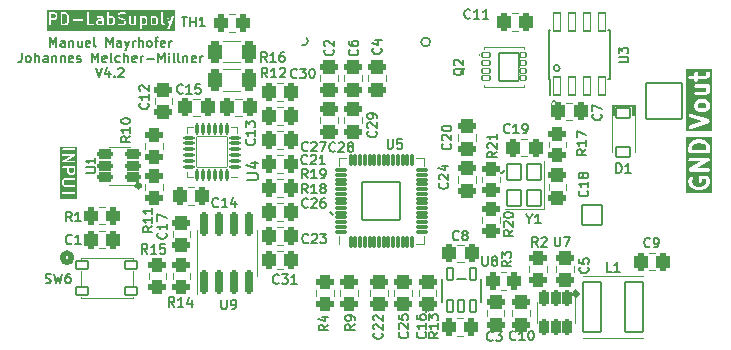
<source format=gto>
%TF.GenerationSoftware,KiCad,Pcbnew,7.0.9-7.0.9~ubuntu22.04.1*%
%TF.CreationDate,2023-12-10T19:38:54+01:00*%
%TF.ProjectId,PD-LabSupply,50442d4c-6162-4537-9570-706c792e6b69,3.1*%
%TF.SameCoordinates,Original*%
%TF.FileFunction,Legend,Top*%
%TF.FilePolarity,Positive*%
%FSLAX46Y46*%
G04 Gerber Fmt 4.6, Leading zero omitted, Abs format (unit mm)*
G04 Created by KiCad (PCBNEW 7.0.9-7.0.9~ubuntu22.04.1) date 2023-12-10 19:38:54*
%MOMM*%
%LPD*%
G01*
G04 APERTURE LIST*
G04 Aperture macros list*
%AMRoundRect*
0 Rectangle with rounded corners*
0 $1 Rounding radius*
0 $2 $3 $4 $5 $6 $7 $8 $9 X,Y pos of 4 corners*
0 Add a 4 corners polygon primitive as box body*
4,1,4,$2,$3,$4,$5,$6,$7,$8,$9,$2,$3,0*
0 Add four circle primitives for the rounded corners*
1,1,$1+$1,$2,$3*
1,1,$1+$1,$4,$5*
1,1,$1+$1,$6,$7*
1,1,$1+$1,$8,$9*
0 Add four rect primitives between the rounded corners*
20,1,$1+$1,$2,$3,$4,$5,0*
20,1,$1+$1,$4,$5,$6,$7,0*
20,1,$1+$1,$6,$7,$8,$9,0*
20,1,$1+$1,$8,$9,$2,$3,0*%
G04 Aperture macros list end*
%ADD10C,0.150000*%
%ADD11C,0.300000*%
%ADD12C,0.130000*%
%ADD13C,0.120000*%
%ADD14C,0.400000*%
%ADD15C,0.100000*%
%ADD16C,0.152400*%
%ADD17C,0.508000*%
%ADD18RoundRect,0.070000X0.600000X-0.700000X0.600000X0.700000X-0.600000X0.700000X-0.600000X-0.700000X0*%
%ADD19RoundRect,0.070000X0.525000X0.325000X-0.525000X0.325000X-0.525000X-0.325000X0.525000X-0.325000X0*%
%ADD20RoundRect,0.320000X0.250000X0.475000X-0.250000X0.475000X-0.250000X-0.475000X0.250000X-0.475000X0*%
%ADD21RoundRect,0.320000X-0.250000X-0.475000X0.250000X-0.475000X0.250000X0.475000X-0.250000X0.475000X0*%
%ADD22RoundRect,0.320000X-0.262500X-0.450000X0.262500X-0.450000X0.262500X0.450000X-0.262500X0.450000X0*%
%ADD23RoundRect,0.320000X-0.450000X0.262500X-0.450000X-0.262500X0.450000X-0.262500X0.450000X0.262500X0*%
%ADD24RoundRect,0.320000X0.475000X-0.250000X0.475000X0.250000X-0.475000X0.250000X-0.475000X-0.250000X0*%
%ADD25RoundRect,0.070000X-0.600000X0.450000X-0.600000X-0.450000X0.600000X-0.450000X0.600000X0.450000X0*%
%ADD26RoundRect,0.320000X-0.475000X0.250000X-0.475000X-0.250000X0.475000X-0.250000X0.475000X0.250000X0*%
%ADD27RoundRect,0.200000X0.470000X0.195000X-0.470000X0.195000X-0.470000X-0.195000X0.470000X-0.195000X0*%
%ADD28RoundRect,0.220000X0.150000X-0.825000X0.150000X0.825000X-0.150000X0.825000X-0.150000X-0.825000X0*%
%ADD29RoundRect,0.320000X0.450000X-0.262500X0.450000X0.262500X-0.450000X0.262500X-0.450000X-0.262500X0*%
%ADD30C,2.640000*%
%ADD31RoundRect,0.320000X0.312500X0.625000X-0.312500X0.625000X-0.312500X-0.625000X0.312500X-0.625000X0*%
%ADD32RoundRect,0.070000X-0.750000X-2.100000X0.750000X-2.100000X0.750000X2.100000X-0.750000X2.100000X0*%
%ADD33RoundRect,0.320000X0.262500X0.450000X-0.262500X0.450000X-0.262500X-0.450000X0.262500X-0.450000X0*%
%ADD34RoundRect,0.200000X-0.195000X0.470000X-0.195000X-0.470000X0.195000X-0.470000X0.195000X0.470000X0*%
%ADD35RoundRect,0.132500X0.375000X0.062500X-0.375000X0.062500X-0.375000X-0.062500X0.375000X-0.062500X0*%
%ADD36RoundRect,0.132500X0.062500X0.375000X-0.062500X0.375000X-0.062500X-0.375000X0.062500X-0.375000X0*%
%ADD37RoundRect,0.070000X1.300000X1.300000X-1.300000X1.300000X-1.300000X-1.300000X1.300000X-1.300000X0*%
%ADD38RoundRect,0.070000X0.300000X-0.775000X0.300000X0.775000X-0.300000X0.775000X-0.300000X-0.775000X0*%
%ADD39RoundRect,0.120000X0.050000X-0.387500X0.050000X0.387500X-0.050000X0.387500X-0.050000X-0.387500X0*%
%ADD40RoundRect,0.120000X0.387500X-0.050000X0.387500X0.050000X-0.387500X0.050000X-0.387500X-0.050000X0*%
%ADD41RoundRect,0.070000X1.600000X-1.600000X1.600000X1.600000X-1.600000X1.600000X-1.600000X-1.600000X0*%
%ADD42RoundRect,0.070000X-0.270000X0.210000X-0.270000X-0.210000X0.270000X-0.210000X0.270000X0.210000X0*%
%ADD43RoundRect,0.070000X-0.855000X-1.185000X0.855000X-1.185000X0.855000X1.185000X-0.855000X1.185000X0*%
%ADD44RoundRect,0.070000X-0.350000X0.210000X-0.350000X-0.210000X0.350000X-0.210000X0.350000X0.210000X0*%
%ADD45RoundRect,0.070000X0.254000X-0.501650X0.254000X0.501650X-0.254000X0.501650X-0.254000X-0.501650X0*%
%ADD46C,1.029000*%
%ADD47RoundRect,0.070000X0.850000X0.850000X-0.850000X0.850000X-0.850000X-0.850000X0.850000X-0.850000X0*%
%ADD48O,1.840000X1.840000*%
%ADD49C,3.140000*%
%ADD50C,1.740000*%
%ADD51O,2.340000X1.140000*%
%ADD52O,1.940000X1.140000*%
%ADD53RoundRect,0.070000X-1.500000X1.500000X-1.500000X-1.500000X1.500000X-1.500000X1.500000X1.500000X0*%
G04 APERTURE END LIST*
D10*
X124256000Y-46786000D02*
X124510000Y-46532000D01*
X109651000Y-50088000D02*
X109905000Y-50342000D01*
X123240000Y-46786000D02*
X124256000Y-46786000D01*
G36*
X87961580Y-46648635D02*
G01*
X87927322Y-46717151D01*
X87896915Y-46747558D01*
X87828399Y-46781816D01*
X87720952Y-46781816D01*
X87652436Y-46747558D01*
X87622029Y-46717151D01*
X87587771Y-46648635D01*
X87587771Y-46360388D01*
X87961580Y-46360388D01*
X87961580Y-46648635D01*
G37*
G36*
X88254437Y-48978296D02*
G01*
X86818723Y-48978296D01*
X86818723Y-48462840D01*
X86962719Y-48462840D01*
X86971628Y-48513364D01*
X87010928Y-48546341D01*
X87036580Y-48550864D01*
X87961580Y-48550864D01*
X87961580Y-48761578D01*
X87979127Y-48809787D01*
X88023556Y-48835439D01*
X88074080Y-48826530D01*
X88107057Y-48787230D01*
X88111580Y-48761578D01*
X88111580Y-48190150D01*
X88094033Y-48141941D01*
X88049604Y-48116289D01*
X87999080Y-48125198D01*
X87966103Y-48164498D01*
X87961580Y-48190150D01*
X87961580Y-48400864D01*
X87036580Y-48400864D01*
X86988371Y-48418411D01*
X86962719Y-48462840D01*
X86818723Y-48462840D01*
X86818723Y-47666340D01*
X86961580Y-47666340D01*
X86963113Y-47670553D01*
X86962072Y-47674915D01*
X86969498Y-47699882D01*
X87017118Y-47795120D01*
X87018309Y-47796247D01*
X87031167Y-47814611D01*
X87078786Y-47862230D01*
X87080267Y-47862921D01*
X87098278Y-47876279D01*
X87193516Y-47923898D01*
X87197969Y-47924410D01*
X87201405Y-47927293D01*
X87227057Y-47931816D01*
X88036580Y-47931816D01*
X88084789Y-47914269D01*
X88110441Y-47869840D01*
X88101532Y-47819316D01*
X88062232Y-47786339D01*
X88036580Y-47781816D01*
X87244762Y-47781816D01*
X87176246Y-47747558D01*
X87145838Y-47717150D01*
X87111580Y-47648633D01*
X87111580Y-47493570D01*
X87145838Y-47425053D01*
X87176246Y-47394646D01*
X87244762Y-47360388D01*
X88036580Y-47360388D01*
X88084789Y-47342841D01*
X88110441Y-47298412D01*
X88101532Y-47247888D01*
X88062232Y-47214911D01*
X88036580Y-47210388D01*
X87227057Y-47210388D01*
X87222843Y-47211921D01*
X87218482Y-47210880D01*
X87193516Y-47218306D01*
X87098278Y-47265925D01*
X87097152Y-47267114D01*
X87078786Y-47279974D01*
X87031167Y-47327593D01*
X87030475Y-47329075D01*
X87017118Y-47347084D01*
X86969498Y-47442322D01*
X86968985Y-47446776D01*
X86966103Y-47450212D01*
X86961580Y-47475864D01*
X86961580Y-47666340D01*
X86818723Y-47666340D01*
X86818723Y-46272364D01*
X86962719Y-46272364D01*
X86971628Y-46322888D01*
X87010928Y-46355865D01*
X87036580Y-46360388D01*
X87437771Y-46360388D01*
X87437771Y-46666340D01*
X87439304Y-46670553D01*
X87438263Y-46674914D01*
X87445689Y-46699881D01*
X87493308Y-46795119D01*
X87494497Y-46796244D01*
X87507357Y-46814611D01*
X87554976Y-46862230D01*
X87556457Y-46862921D01*
X87574468Y-46876279D01*
X87669706Y-46923898D01*
X87674159Y-46924410D01*
X87677595Y-46927293D01*
X87703247Y-46931816D01*
X87846104Y-46931816D01*
X87850317Y-46930282D01*
X87854678Y-46931324D01*
X87879645Y-46923898D01*
X87974883Y-46876279D01*
X87976008Y-46875089D01*
X87994375Y-46862230D01*
X88041994Y-46814611D01*
X88042685Y-46813129D01*
X88056043Y-46795119D01*
X88103662Y-46699881D01*
X88104174Y-46695427D01*
X88107057Y-46691992D01*
X88111580Y-46666340D01*
X88111580Y-46285388D01*
X88104916Y-46267079D01*
X88101532Y-46247888D01*
X88096347Y-46243537D01*
X88094033Y-46237179D01*
X88077159Y-46227436D01*
X88062232Y-46214911D01*
X88052489Y-46213193D01*
X88049604Y-46211527D01*
X88046321Y-46212105D01*
X88036580Y-46210388D01*
X87036580Y-46210388D01*
X86988371Y-46227935D01*
X86962719Y-46272364D01*
X86818723Y-46272364D01*
X86818723Y-45796173D01*
X86962719Y-45796173D01*
X86966075Y-45815206D01*
X86965989Y-45834534D01*
X86970423Y-45839867D01*
X86971628Y-45846697D01*
X86986434Y-45859121D01*
X86998791Y-45873981D01*
X87005614Y-45875215D01*
X87010928Y-45879674D01*
X87036580Y-45884197D01*
X88036580Y-45884197D01*
X88084789Y-45866650D01*
X88110441Y-45822221D01*
X88101532Y-45771697D01*
X88062232Y-45738720D01*
X88036580Y-45734197D01*
X87318997Y-45734197D01*
X88073791Y-45302887D01*
X88078272Y-45297593D01*
X88084789Y-45295222D01*
X88094452Y-45278484D01*
X88106942Y-45263734D01*
X88106972Y-45256799D01*
X88110441Y-45250793D01*
X88107084Y-45231759D01*
X88107171Y-45212432D01*
X88102736Y-45207098D01*
X88101532Y-45200269D01*
X88086725Y-45187844D01*
X88074369Y-45172985D01*
X88067545Y-45171750D01*
X88062232Y-45167292D01*
X88036580Y-45162769D01*
X87036580Y-45162769D01*
X86988371Y-45180316D01*
X86962719Y-45224745D01*
X86971628Y-45275269D01*
X87010928Y-45308246D01*
X87036580Y-45312769D01*
X87754163Y-45312769D01*
X86999370Y-45744079D01*
X86994888Y-45749371D01*
X86988371Y-45751744D01*
X86978706Y-45768483D01*
X86966218Y-45783232D01*
X86966187Y-45790166D01*
X86962719Y-45796173D01*
X86818723Y-45796173D01*
X86818723Y-44748555D01*
X86962719Y-44748555D01*
X86971628Y-44799079D01*
X87010928Y-44832056D01*
X87036580Y-44836579D01*
X88036580Y-44836579D01*
X88084789Y-44819032D01*
X88110441Y-44774603D01*
X88101532Y-44724079D01*
X88062232Y-44691102D01*
X88036580Y-44686579D01*
X87036580Y-44686579D01*
X86988371Y-44704126D01*
X86962719Y-44748555D01*
X86818723Y-44748555D01*
X86818723Y-44543722D01*
X88254437Y-44543722D01*
X88254437Y-48978296D01*
G37*
X85948189Y-36104295D02*
X85948189Y-35304295D01*
X85948189Y-35304295D02*
X86214855Y-35875723D01*
X86214855Y-35875723D02*
X86481522Y-35304295D01*
X86481522Y-35304295D02*
X86481522Y-36104295D01*
X87205332Y-36104295D02*
X87205332Y-35685247D01*
X87205332Y-35685247D02*
X87167237Y-35609057D01*
X87167237Y-35609057D02*
X87091046Y-35570961D01*
X87091046Y-35570961D02*
X86938665Y-35570961D01*
X86938665Y-35570961D02*
X86862475Y-35609057D01*
X87205332Y-36066200D02*
X87129141Y-36104295D01*
X87129141Y-36104295D02*
X86938665Y-36104295D01*
X86938665Y-36104295D02*
X86862475Y-36066200D01*
X86862475Y-36066200D02*
X86824379Y-35990009D01*
X86824379Y-35990009D02*
X86824379Y-35913819D01*
X86824379Y-35913819D02*
X86862475Y-35837628D01*
X86862475Y-35837628D02*
X86938665Y-35799533D01*
X86938665Y-35799533D02*
X87129141Y-35799533D01*
X87129141Y-35799533D02*
X87205332Y-35761438D01*
X87586285Y-35570961D02*
X87586285Y-36104295D01*
X87586285Y-35647152D02*
X87624380Y-35609057D01*
X87624380Y-35609057D02*
X87700570Y-35570961D01*
X87700570Y-35570961D02*
X87814856Y-35570961D01*
X87814856Y-35570961D02*
X87891047Y-35609057D01*
X87891047Y-35609057D02*
X87929142Y-35685247D01*
X87929142Y-35685247D02*
X87929142Y-36104295D01*
X88652952Y-35570961D02*
X88652952Y-36104295D01*
X88310095Y-35570961D02*
X88310095Y-35990009D01*
X88310095Y-35990009D02*
X88348190Y-36066200D01*
X88348190Y-36066200D02*
X88424380Y-36104295D01*
X88424380Y-36104295D02*
X88538666Y-36104295D01*
X88538666Y-36104295D02*
X88614857Y-36066200D01*
X88614857Y-36066200D02*
X88652952Y-36028104D01*
X89338667Y-36066200D02*
X89262476Y-36104295D01*
X89262476Y-36104295D02*
X89110095Y-36104295D01*
X89110095Y-36104295D02*
X89033905Y-36066200D01*
X89033905Y-36066200D02*
X88995809Y-35990009D01*
X88995809Y-35990009D02*
X88995809Y-35685247D01*
X88995809Y-35685247D02*
X89033905Y-35609057D01*
X89033905Y-35609057D02*
X89110095Y-35570961D01*
X89110095Y-35570961D02*
X89262476Y-35570961D01*
X89262476Y-35570961D02*
X89338667Y-35609057D01*
X89338667Y-35609057D02*
X89376762Y-35685247D01*
X89376762Y-35685247D02*
X89376762Y-35761438D01*
X89376762Y-35761438D02*
X88995809Y-35837628D01*
X89833904Y-36104295D02*
X89757714Y-36066200D01*
X89757714Y-36066200D02*
X89719619Y-35990009D01*
X89719619Y-35990009D02*
X89719619Y-35304295D01*
X90748191Y-36104295D02*
X90748191Y-35304295D01*
X90748191Y-35304295D02*
X91014857Y-35875723D01*
X91014857Y-35875723D02*
X91281524Y-35304295D01*
X91281524Y-35304295D02*
X91281524Y-36104295D01*
X92005334Y-36104295D02*
X92005334Y-35685247D01*
X92005334Y-35685247D02*
X91967239Y-35609057D01*
X91967239Y-35609057D02*
X91891048Y-35570961D01*
X91891048Y-35570961D02*
X91738667Y-35570961D01*
X91738667Y-35570961D02*
X91662477Y-35609057D01*
X92005334Y-36066200D02*
X91929143Y-36104295D01*
X91929143Y-36104295D02*
X91738667Y-36104295D01*
X91738667Y-36104295D02*
X91662477Y-36066200D01*
X91662477Y-36066200D02*
X91624381Y-35990009D01*
X91624381Y-35990009D02*
X91624381Y-35913819D01*
X91624381Y-35913819D02*
X91662477Y-35837628D01*
X91662477Y-35837628D02*
X91738667Y-35799533D01*
X91738667Y-35799533D02*
X91929143Y-35799533D01*
X91929143Y-35799533D02*
X92005334Y-35761438D01*
X92310096Y-35570961D02*
X92500572Y-36104295D01*
X92691049Y-35570961D02*
X92500572Y-36104295D01*
X92500572Y-36104295D02*
X92424382Y-36294771D01*
X92424382Y-36294771D02*
X92386287Y-36332866D01*
X92386287Y-36332866D02*
X92310096Y-36370961D01*
X92995811Y-36104295D02*
X92995811Y-35570961D01*
X92995811Y-35723342D02*
X93033906Y-35647152D01*
X93033906Y-35647152D02*
X93072001Y-35609057D01*
X93072001Y-35609057D02*
X93148192Y-35570961D01*
X93148192Y-35570961D02*
X93224382Y-35570961D01*
X93491049Y-36104295D02*
X93491049Y-35304295D01*
X93833906Y-36104295D02*
X93833906Y-35685247D01*
X93833906Y-35685247D02*
X93795811Y-35609057D01*
X93795811Y-35609057D02*
X93719620Y-35570961D01*
X93719620Y-35570961D02*
X93605334Y-35570961D01*
X93605334Y-35570961D02*
X93529144Y-35609057D01*
X93529144Y-35609057D02*
X93491049Y-35647152D01*
X94329144Y-36104295D02*
X94252954Y-36066200D01*
X94252954Y-36066200D02*
X94214859Y-36028104D01*
X94214859Y-36028104D02*
X94176763Y-35951914D01*
X94176763Y-35951914D02*
X94176763Y-35723342D01*
X94176763Y-35723342D02*
X94214859Y-35647152D01*
X94214859Y-35647152D02*
X94252954Y-35609057D01*
X94252954Y-35609057D02*
X94329144Y-35570961D01*
X94329144Y-35570961D02*
X94443430Y-35570961D01*
X94443430Y-35570961D02*
X94519621Y-35609057D01*
X94519621Y-35609057D02*
X94557716Y-35647152D01*
X94557716Y-35647152D02*
X94595811Y-35723342D01*
X94595811Y-35723342D02*
X94595811Y-35951914D01*
X94595811Y-35951914D02*
X94557716Y-36028104D01*
X94557716Y-36028104D02*
X94519621Y-36066200D01*
X94519621Y-36066200D02*
X94443430Y-36104295D01*
X94443430Y-36104295D02*
X94329144Y-36104295D01*
X94824383Y-35570961D02*
X95129145Y-35570961D01*
X94938669Y-36104295D02*
X94938669Y-35418580D01*
X94938669Y-35418580D02*
X94976764Y-35342390D01*
X94976764Y-35342390D02*
X95052954Y-35304295D01*
X95052954Y-35304295D02*
X95129145Y-35304295D01*
X95700574Y-36066200D02*
X95624383Y-36104295D01*
X95624383Y-36104295D02*
X95472002Y-36104295D01*
X95472002Y-36104295D02*
X95395812Y-36066200D01*
X95395812Y-36066200D02*
X95357716Y-35990009D01*
X95357716Y-35990009D02*
X95357716Y-35685247D01*
X95357716Y-35685247D02*
X95395812Y-35609057D01*
X95395812Y-35609057D02*
X95472002Y-35570961D01*
X95472002Y-35570961D02*
X95624383Y-35570961D01*
X95624383Y-35570961D02*
X95700574Y-35609057D01*
X95700574Y-35609057D02*
X95738669Y-35685247D01*
X95738669Y-35685247D02*
X95738669Y-35761438D01*
X95738669Y-35761438D02*
X95357716Y-35837628D01*
X96081526Y-36104295D02*
X96081526Y-35570961D01*
X96081526Y-35723342D02*
X96119621Y-35647152D01*
X96119621Y-35647152D02*
X96157716Y-35609057D01*
X96157716Y-35609057D02*
X96233907Y-35570961D01*
X96233907Y-35570961D02*
X96310097Y-35570961D01*
X83586284Y-36592295D02*
X83586284Y-37163723D01*
X83586284Y-37163723D02*
X83548189Y-37278009D01*
X83548189Y-37278009D02*
X83471998Y-37354200D01*
X83471998Y-37354200D02*
X83357713Y-37392295D01*
X83357713Y-37392295D02*
X83281522Y-37392295D01*
X84081522Y-37392295D02*
X84005332Y-37354200D01*
X84005332Y-37354200D02*
X83967237Y-37316104D01*
X83967237Y-37316104D02*
X83929141Y-37239914D01*
X83929141Y-37239914D02*
X83929141Y-37011342D01*
X83929141Y-37011342D02*
X83967237Y-36935152D01*
X83967237Y-36935152D02*
X84005332Y-36897057D01*
X84005332Y-36897057D02*
X84081522Y-36858961D01*
X84081522Y-36858961D02*
X84195808Y-36858961D01*
X84195808Y-36858961D02*
X84271999Y-36897057D01*
X84271999Y-36897057D02*
X84310094Y-36935152D01*
X84310094Y-36935152D02*
X84348189Y-37011342D01*
X84348189Y-37011342D02*
X84348189Y-37239914D01*
X84348189Y-37239914D02*
X84310094Y-37316104D01*
X84310094Y-37316104D02*
X84271999Y-37354200D01*
X84271999Y-37354200D02*
X84195808Y-37392295D01*
X84195808Y-37392295D02*
X84081522Y-37392295D01*
X84691047Y-37392295D02*
X84691047Y-36592295D01*
X85033904Y-37392295D02*
X85033904Y-36973247D01*
X85033904Y-36973247D02*
X84995809Y-36897057D01*
X84995809Y-36897057D02*
X84919618Y-36858961D01*
X84919618Y-36858961D02*
X84805332Y-36858961D01*
X84805332Y-36858961D02*
X84729142Y-36897057D01*
X84729142Y-36897057D02*
X84691047Y-36935152D01*
X85757714Y-37392295D02*
X85757714Y-36973247D01*
X85757714Y-36973247D02*
X85719619Y-36897057D01*
X85719619Y-36897057D02*
X85643428Y-36858961D01*
X85643428Y-36858961D02*
X85491047Y-36858961D01*
X85491047Y-36858961D02*
X85414857Y-36897057D01*
X85757714Y-37354200D02*
X85681523Y-37392295D01*
X85681523Y-37392295D02*
X85491047Y-37392295D01*
X85491047Y-37392295D02*
X85414857Y-37354200D01*
X85414857Y-37354200D02*
X85376761Y-37278009D01*
X85376761Y-37278009D02*
X85376761Y-37201819D01*
X85376761Y-37201819D02*
X85414857Y-37125628D01*
X85414857Y-37125628D02*
X85491047Y-37087533D01*
X85491047Y-37087533D02*
X85681523Y-37087533D01*
X85681523Y-37087533D02*
X85757714Y-37049438D01*
X86138667Y-36858961D02*
X86138667Y-37392295D01*
X86138667Y-36935152D02*
X86176762Y-36897057D01*
X86176762Y-36897057D02*
X86252952Y-36858961D01*
X86252952Y-36858961D02*
X86367238Y-36858961D01*
X86367238Y-36858961D02*
X86443429Y-36897057D01*
X86443429Y-36897057D02*
X86481524Y-36973247D01*
X86481524Y-36973247D02*
X86481524Y-37392295D01*
X86862477Y-36858961D02*
X86862477Y-37392295D01*
X86862477Y-36935152D02*
X86900572Y-36897057D01*
X86900572Y-36897057D02*
X86976762Y-36858961D01*
X86976762Y-36858961D02*
X87091048Y-36858961D01*
X87091048Y-36858961D02*
X87167239Y-36897057D01*
X87167239Y-36897057D02*
X87205334Y-36973247D01*
X87205334Y-36973247D02*
X87205334Y-37392295D01*
X87891049Y-37354200D02*
X87814858Y-37392295D01*
X87814858Y-37392295D02*
X87662477Y-37392295D01*
X87662477Y-37392295D02*
X87586287Y-37354200D01*
X87586287Y-37354200D02*
X87548191Y-37278009D01*
X87548191Y-37278009D02*
X87548191Y-36973247D01*
X87548191Y-36973247D02*
X87586287Y-36897057D01*
X87586287Y-36897057D02*
X87662477Y-36858961D01*
X87662477Y-36858961D02*
X87814858Y-36858961D01*
X87814858Y-36858961D02*
X87891049Y-36897057D01*
X87891049Y-36897057D02*
X87929144Y-36973247D01*
X87929144Y-36973247D02*
X87929144Y-37049438D01*
X87929144Y-37049438D02*
X87548191Y-37125628D01*
X88233905Y-37354200D02*
X88310096Y-37392295D01*
X88310096Y-37392295D02*
X88462477Y-37392295D01*
X88462477Y-37392295D02*
X88538667Y-37354200D01*
X88538667Y-37354200D02*
X88576763Y-37278009D01*
X88576763Y-37278009D02*
X88576763Y-37239914D01*
X88576763Y-37239914D02*
X88538667Y-37163723D01*
X88538667Y-37163723D02*
X88462477Y-37125628D01*
X88462477Y-37125628D02*
X88348191Y-37125628D01*
X88348191Y-37125628D02*
X88272001Y-37087533D01*
X88272001Y-37087533D02*
X88233905Y-37011342D01*
X88233905Y-37011342D02*
X88233905Y-36973247D01*
X88233905Y-36973247D02*
X88272001Y-36897057D01*
X88272001Y-36897057D02*
X88348191Y-36858961D01*
X88348191Y-36858961D02*
X88462477Y-36858961D01*
X88462477Y-36858961D02*
X88538667Y-36897057D01*
X89529144Y-37392295D02*
X89529144Y-36592295D01*
X89529144Y-36592295D02*
X89795810Y-37163723D01*
X89795810Y-37163723D02*
X90062477Y-36592295D01*
X90062477Y-36592295D02*
X90062477Y-37392295D01*
X90748192Y-37354200D02*
X90672001Y-37392295D01*
X90672001Y-37392295D02*
X90519620Y-37392295D01*
X90519620Y-37392295D02*
X90443430Y-37354200D01*
X90443430Y-37354200D02*
X90405334Y-37278009D01*
X90405334Y-37278009D02*
X90405334Y-36973247D01*
X90405334Y-36973247D02*
X90443430Y-36897057D01*
X90443430Y-36897057D02*
X90519620Y-36858961D01*
X90519620Y-36858961D02*
X90672001Y-36858961D01*
X90672001Y-36858961D02*
X90748192Y-36897057D01*
X90748192Y-36897057D02*
X90786287Y-36973247D01*
X90786287Y-36973247D02*
X90786287Y-37049438D01*
X90786287Y-37049438D02*
X90405334Y-37125628D01*
X91243429Y-37392295D02*
X91167239Y-37354200D01*
X91167239Y-37354200D02*
X91129144Y-37278009D01*
X91129144Y-37278009D02*
X91129144Y-36592295D01*
X91891049Y-37354200D02*
X91814858Y-37392295D01*
X91814858Y-37392295D02*
X91662477Y-37392295D01*
X91662477Y-37392295D02*
X91586287Y-37354200D01*
X91586287Y-37354200D02*
X91548192Y-37316104D01*
X91548192Y-37316104D02*
X91510096Y-37239914D01*
X91510096Y-37239914D02*
X91510096Y-37011342D01*
X91510096Y-37011342D02*
X91548192Y-36935152D01*
X91548192Y-36935152D02*
X91586287Y-36897057D01*
X91586287Y-36897057D02*
X91662477Y-36858961D01*
X91662477Y-36858961D02*
X91814858Y-36858961D01*
X91814858Y-36858961D02*
X91891049Y-36897057D01*
X92233906Y-37392295D02*
X92233906Y-36592295D01*
X92576763Y-37392295D02*
X92576763Y-36973247D01*
X92576763Y-36973247D02*
X92538668Y-36897057D01*
X92538668Y-36897057D02*
X92462477Y-36858961D01*
X92462477Y-36858961D02*
X92348191Y-36858961D01*
X92348191Y-36858961D02*
X92272001Y-36897057D01*
X92272001Y-36897057D02*
X92233906Y-36935152D01*
X93262478Y-37354200D02*
X93186287Y-37392295D01*
X93186287Y-37392295D02*
X93033906Y-37392295D01*
X93033906Y-37392295D02*
X92957716Y-37354200D01*
X92957716Y-37354200D02*
X92919620Y-37278009D01*
X92919620Y-37278009D02*
X92919620Y-36973247D01*
X92919620Y-36973247D02*
X92957716Y-36897057D01*
X92957716Y-36897057D02*
X93033906Y-36858961D01*
X93033906Y-36858961D02*
X93186287Y-36858961D01*
X93186287Y-36858961D02*
X93262478Y-36897057D01*
X93262478Y-36897057D02*
X93300573Y-36973247D01*
X93300573Y-36973247D02*
X93300573Y-37049438D01*
X93300573Y-37049438D02*
X92919620Y-37125628D01*
X93643430Y-37392295D02*
X93643430Y-36858961D01*
X93643430Y-37011342D02*
X93681525Y-36935152D01*
X93681525Y-36935152D02*
X93719620Y-36897057D01*
X93719620Y-36897057D02*
X93795811Y-36858961D01*
X93795811Y-36858961D02*
X93872001Y-36858961D01*
X94138668Y-37087533D02*
X94748192Y-37087533D01*
X95129144Y-37392295D02*
X95129144Y-36592295D01*
X95129144Y-36592295D02*
X95395810Y-37163723D01*
X95395810Y-37163723D02*
X95662477Y-36592295D01*
X95662477Y-36592295D02*
X95662477Y-37392295D01*
X96043430Y-37392295D02*
X96043430Y-36858961D01*
X96043430Y-36592295D02*
X96005334Y-36630390D01*
X96005334Y-36630390D02*
X96043430Y-36668485D01*
X96043430Y-36668485D02*
X96081525Y-36630390D01*
X96081525Y-36630390D02*
X96043430Y-36592295D01*
X96043430Y-36592295D02*
X96043430Y-36668485D01*
X96538667Y-37392295D02*
X96462477Y-37354200D01*
X96462477Y-37354200D02*
X96424382Y-37278009D01*
X96424382Y-37278009D02*
X96424382Y-36592295D01*
X96957715Y-37392295D02*
X96881525Y-37354200D01*
X96881525Y-37354200D02*
X96843430Y-37278009D01*
X96843430Y-37278009D02*
X96843430Y-36592295D01*
X97262478Y-36858961D02*
X97262478Y-37392295D01*
X97262478Y-36935152D02*
X97300573Y-36897057D01*
X97300573Y-36897057D02*
X97376763Y-36858961D01*
X97376763Y-36858961D02*
X97491049Y-36858961D01*
X97491049Y-36858961D02*
X97567240Y-36897057D01*
X97567240Y-36897057D02*
X97605335Y-36973247D01*
X97605335Y-36973247D02*
X97605335Y-37392295D01*
X98291050Y-37354200D02*
X98214859Y-37392295D01*
X98214859Y-37392295D02*
X98062478Y-37392295D01*
X98062478Y-37392295D02*
X97986288Y-37354200D01*
X97986288Y-37354200D02*
X97948192Y-37278009D01*
X97948192Y-37278009D02*
X97948192Y-36973247D01*
X97948192Y-36973247D02*
X97986288Y-36897057D01*
X97986288Y-36897057D02*
X98062478Y-36858961D01*
X98062478Y-36858961D02*
X98214859Y-36858961D01*
X98214859Y-36858961D02*
X98291050Y-36897057D01*
X98291050Y-36897057D02*
X98329145Y-36973247D01*
X98329145Y-36973247D02*
X98329145Y-37049438D01*
X98329145Y-37049438D02*
X97948192Y-37125628D01*
X98672002Y-37392295D02*
X98672002Y-36858961D01*
X98672002Y-37011342D02*
X98710097Y-36935152D01*
X98710097Y-36935152D02*
X98748192Y-36897057D01*
X98748192Y-36897057D02*
X98824383Y-36858961D01*
X98824383Y-36858961D02*
X98900573Y-36858961D01*
X89852952Y-37880295D02*
X90119619Y-38680295D01*
X90119619Y-38680295D02*
X90386285Y-37880295D01*
X90995809Y-38146961D02*
X90995809Y-38680295D01*
X90805333Y-37842200D02*
X90614856Y-38413628D01*
X90614856Y-38413628D02*
X91110095Y-38413628D01*
X91414857Y-38604104D02*
X91452952Y-38642200D01*
X91452952Y-38642200D02*
X91414857Y-38680295D01*
X91414857Y-38680295D02*
X91376761Y-38642200D01*
X91376761Y-38642200D02*
X91414857Y-38604104D01*
X91414857Y-38604104D02*
X91414857Y-38680295D01*
X91757713Y-37956485D02*
X91795809Y-37918390D01*
X91795809Y-37918390D02*
X91871999Y-37880295D01*
X91871999Y-37880295D02*
X92062475Y-37880295D01*
X92062475Y-37880295D02*
X92138666Y-37918390D01*
X92138666Y-37918390D02*
X92176761Y-37956485D01*
X92176761Y-37956485D02*
X92214856Y-38032676D01*
X92214856Y-38032676D02*
X92214856Y-38108866D01*
X92214856Y-38108866D02*
X92176761Y-38223152D01*
X92176761Y-38223152D02*
X91719618Y-38680295D01*
X91719618Y-38680295D02*
X92214856Y-38680295D01*
G36*
X93998590Y-33653410D02*
G01*
X94028997Y-33683817D01*
X94063255Y-33752333D01*
X94063255Y-34002637D01*
X94028996Y-34071153D01*
X93998589Y-34101561D01*
X93930074Y-34135819D01*
X93775008Y-34135819D01*
X93737065Y-34116847D01*
X93737065Y-33638123D01*
X93775008Y-33619152D01*
X93930074Y-33619152D01*
X93998590Y-33653410D01*
G37*
G36*
X94903352Y-33653410D02*
G01*
X94933759Y-33683817D01*
X94968017Y-33752333D01*
X94968017Y-34002637D01*
X94933758Y-34071153D01*
X94903351Y-34101561D01*
X94834836Y-34135819D01*
X94679770Y-34135819D01*
X94641827Y-34116847D01*
X94641827Y-33638123D01*
X94679770Y-33619152D01*
X94834836Y-33619152D01*
X94903352Y-33653410D01*
G37*
G36*
X87288217Y-33323990D02*
G01*
X87362330Y-33398103D01*
X87400823Y-33475090D01*
X87444207Y-33648624D01*
X87444207Y-33773013D01*
X87400823Y-33946547D01*
X87362329Y-34023534D01*
X87288217Y-34097647D01*
X87173704Y-34135819D01*
X87022779Y-34135819D01*
X87022779Y-33285819D01*
X87173704Y-33285819D01*
X87288217Y-33323990D01*
G37*
G36*
X90348969Y-34116847D02*
G01*
X90311026Y-34135819D01*
X90108341Y-34135819D01*
X90051299Y-34107298D01*
X90022779Y-34050256D01*
X90022779Y-33990428D01*
X90051299Y-33933386D01*
X90108341Y-33904866D01*
X90328731Y-33904866D01*
X90332944Y-33903332D01*
X90337305Y-33904374D01*
X90348969Y-33900904D01*
X90348969Y-34116847D01*
G37*
G36*
X91236685Y-33653410D02*
G01*
X91267092Y-33683817D01*
X91301350Y-33752333D01*
X91301350Y-34002637D01*
X91267091Y-34071153D01*
X91236684Y-34101561D01*
X91168169Y-34135819D01*
X91013103Y-34135819D01*
X90975160Y-34116847D01*
X90975160Y-33638123D01*
X91013103Y-33619152D01*
X91168169Y-33619152D01*
X91236685Y-33653410D01*
G37*
G36*
X86379542Y-33320077D02*
G01*
X86409949Y-33350484D01*
X86444207Y-33419000D01*
X86444207Y-33526447D01*
X86409949Y-33594963D01*
X86379542Y-33625370D01*
X86311026Y-33659628D01*
X86022779Y-33659628D01*
X86022779Y-33285819D01*
X86311026Y-33285819D01*
X86379542Y-33320077D01*
G37*
G36*
X96589839Y-34761517D02*
G01*
X85729922Y-34761517D01*
X85729922Y-34544152D01*
X93587065Y-34544152D01*
X93604612Y-34592361D01*
X93649041Y-34618013D01*
X93699565Y-34609104D01*
X93732542Y-34569804D01*
X93737065Y-34544152D01*
X94491827Y-34544152D01*
X94509374Y-34592361D01*
X94553803Y-34618013D01*
X94604327Y-34609104D01*
X94637304Y-34569804D01*
X94641827Y-34544152D01*
X94641827Y-34282250D01*
X94662065Y-34285819D01*
X94852541Y-34285819D01*
X94856754Y-34284285D01*
X94861115Y-34285327D01*
X94886082Y-34277901D01*
X94981320Y-34230282D01*
X94982444Y-34229094D01*
X95000813Y-34216232D01*
X95048431Y-34168613D01*
X95049121Y-34167131D01*
X95062480Y-34149121D01*
X95103060Y-34067961D01*
X95396589Y-34067961D01*
X95398122Y-34072173D01*
X95397080Y-34076535D01*
X95404507Y-34101502D01*
X95452126Y-34196741D01*
X95460279Y-34204460D01*
X95464746Y-34214765D01*
X95485667Y-34230282D01*
X95580905Y-34277901D01*
X95631871Y-34283766D01*
X95674684Y-34255500D01*
X95689311Y-34206325D01*
X95668908Y-34159254D01*
X95647987Y-34143737D01*
X95575109Y-34107298D01*
X95546589Y-34050256D01*
X95546589Y-33543698D01*
X95825162Y-33543698D01*
X95829530Y-33569377D01*
X96058079Y-34209316D01*
X95979099Y-34406766D01*
X95950972Y-34434894D01*
X95866620Y-34477070D01*
X95831348Y-34514324D01*
X95828273Y-34565535D01*
X95858837Y-34606740D01*
X95908735Y-34618660D01*
X95933702Y-34611234D01*
X96028940Y-34563615D01*
X96030065Y-34562425D01*
X96048432Y-34549566D01*
X96096051Y-34501947D01*
X96096982Y-34499948D01*
X96098927Y-34498906D01*
X96112654Y-34476768D01*
X96207892Y-34238673D01*
X96207921Y-34237740D01*
X96208887Y-34236044D01*
X96446982Y-33569377D01*
X96446671Y-33518075D01*
X96413458Y-33478975D01*
X96362881Y-33470372D01*
X96318607Y-33496291D01*
X96305720Y-33518927D01*
X96138256Y-33987826D01*
X95970792Y-33518927D01*
X95938052Y-33479428D01*
X95887584Y-33470214D01*
X95843000Y-33495597D01*
X95825162Y-33543698D01*
X95546589Y-33543698D01*
X95546589Y-33210819D01*
X95529042Y-33162610D01*
X95484613Y-33136958D01*
X95434089Y-33145867D01*
X95401112Y-33185167D01*
X95396589Y-33210819D01*
X95396589Y-34067961D01*
X95103060Y-34067961D01*
X95110099Y-34053883D01*
X95110611Y-34049429D01*
X95113494Y-34045994D01*
X95118017Y-34020342D01*
X95118017Y-33734628D01*
X95116483Y-33730414D01*
X95117525Y-33726053D01*
X95110099Y-33701087D01*
X95062480Y-33605849D01*
X95061290Y-33604723D01*
X95048431Y-33586357D01*
X95000812Y-33538738D01*
X94999330Y-33538047D01*
X94981320Y-33524689D01*
X94886082Y-33477070D01*
X94881628Y-33476557D01*
X94878193Y-33473675D01*
X94852541Y-33469152D01*
X94662065Y-33469152D01*
X94657851Y-33470685D01*
X94653490Y-33469644D01*
X94628524Y-33477070D01*
X94608731Y-33486966D01*
X94579851Y-33470291D01*
X94529327Y-33479200D01*
X94496350Y-33518500D01*
X94491827Y-33544152D01*
X94491827Y-34544152D01*
X93737065Y-34544152D01*
X93737065Y-34282250D01*
X93757303Y-34285819D01*
X93947779Y-34285819D01*
X93951992Y-34284285D01*
X93956353Y-34285327D01*
X93981320Y-34277901D01*
X94076558Y-34230282D01*
X94077682Y-34229094D01*
X94096051Y-34216232D01*
X94143669Y-34168613D01*
X94144359Y-34167131D01*
X94157718Y-34149121D01*
X94205337Y-34053883D01*
X94205849Y-34049429D01*
X94208732Y-34045994D01*
X94213255Y-34020342D01*
X94213255Y-33734628D01*
X94211721Y-33730414D01*
X94212763Y-33726053D01*
X94205337Y-33701087D01*
X94157718Y-33605849D01*
X94156528Y-33604723D01*
X94143669Y-33586357D01*
X94096050Y-33538738D01*
X94094568Y-33538047D01*
X94076558Y-33524689D01*
X93981320Y-33477070D01*
X93976866Y-33476557D01*
X93973431Y-33473675D01*
X93947779Y-33469152D01*
X93757303Y-33469152D01*
X93753089Y-33470685D01*
X93748728Y-33469644D01*
X93723762Y-33477070D01*
X93703969Y-33486966D01*
X93675089Y-33470291D01*
X93624565Y-33479200D01*
X93591588Y-33518500D01*
X93587065Y-33544152D01*
X93587065Y-34544152D01*
X85729922Y-34544152D01*
X85729922Y-34210819D01*
X85872779Y-34210819D01*
X85890326Y-34259028D01*
X85934755Y-34284680D01*
X85985279Y-34275771D01*
X86018256Y-34236471D01*
X86022779Y-34210819D01*
X86872779Y-34210819D01*
X86879442Y-34229127D01*
X86882827Y-34248319D01*
X86888011Y-34252669D01*
X86890326Y-34259028D01*
X86907199Y-34268770D01*
X86922127Y-34281296D01*
X86931869Y-34283013D01*
X86934755Y-34284680D01*
X86938037Y-34284101D01*
X86947779Y-34285819D01*
X87185874Y-34285819D01*
X87187412Y-34285258D01*
X87209591Y-34281970D01*
X87352448Y-34234351D01*
X87355960Y-34231563D01*
X87360427Y-34231173D01*
X87381764Y-34216233D01*
X87387178Y-34210819D01*
X89110874Y-34210819D01*
X89117537Y-34229127D01*
X89120922Y-34248319D01*
X89126106Y-34252669D01*
X89128421Y-34259028D01*
X89145294Y-34268770D01*
X89160222Y-34281296D01*
X89169964Y-34283013D01*
X89172850Y-34284680D01*
X89176132Y-34284101D01*
X89185874Y-34285819D01*
X89662064Y-34285819D01*
X89710273Y-34268272D01*
X89735925Y-34223843D01*
X89727016Y-34173319D01*
X89687716Y-34140342D01*
X89662064Y-34135819D01*
X89260874Y-34135819D01*
X89260874Y-34067961D01*
X89872779Y-34067961D01*
X89874312Y-34072173D01*
X89873270Y-34076535D01*
X89880697Y-34101502D01*
X89928316Y-34196741D01*
X89936469Y-34204460D01*
X89940936Y-34214765D01*
X89961857Y-34230282D01*
X90057095Y-34277901D01*
X90061548Y-34278413D01*
X90064984Y-34281296D01*
X90090636Y-34285819D01*
X90328731Y-34285819D01*
X90332944Y-34284285D01*
X90337305Y-34285327D01*
X90362272Y-34277901D01*
X90382064Y-34268004D01*
X90410945Y-34284680D01*
X90461469Y-34275771D01*
X90494446Y-34236471D01*
X90498969Y-34210819D01*
X90825160Y-34210819D01*
X90842707Y-34259028D01*
X90887136Y-34284680D01*
X90937660Y-34275771D01*
X90943552Y-34268748D01*
X90961857Y-34277901D01*
X90966310Y-34278413D01*
X90969746Y-34281296D01*
X90995398Y-34285819D01*
X91185874Y-34285819D01*
X91190087Y-34284285D01*
X91194448Y-34285327D01*
X91219415Y-34277901D01*
X91314653Y-34230282D01*
X91315777Y-34229094D01*
X91334146Y-34216232D01*
X91381764Y-34168613D01*
X91382454Y-34167131D01*
X91395813Y-34149121D01*
X91443432Y-34053883D01*
X91443944Y-34049429D01*
X91446827Y-34045994D01*
X91451350Y-34020342D01*
X91451350Y-33734628D01*
X91449816Y-33730414D01*
X91450858Y-33726053D01*
X91443432Y-33701087D01*
X91395813Y-33605849D01*
X91394623Y-33604723D01*
X91381764Y-33586357D01*
X91334145Y-33538738D01*
X91332663Y-33538047D01*
X91314653Y-33524689D01*
X91258341Y-33496533D01*
X91682303Y-33496533D01*
X91683836Y-33500746D01*
X91682795Y-33505107D01*
X91690221Y-33530074D01*
X91737840Y-33625312D01*
X91739029Y-33626437D01*
X91751889Y-33644804D01*
X91799508Y-33692423D01*
X91800989Y-33693114D01*
X91819000Y-33706472D01*
X91914238Y-33754091D01*
X91917766Y-33754497D01*
X91929589Y-33759770D01*
X92112079Y-33805392D01*
X92189066Y-33843886D01*
X92219473Y-33874293D01*
X92253731Y-33942809D01*
X92253731Y-34002637D01*
X92219472Y-34071153D01*
X92189065Y-34101561D01*
X92120550Y-34135819D01*
X91912330Y-34135819D01*
X91781020Y-34092049D01*
X91729736Y-34093450D01*
X91691351Y-34127487D01*
X91683826Y-34178236D01*
X91710681Y-34221948D01*
X91733586Y-34234351D01*
X91876442Y-34281970D01*
X91878077Y-34281925D01*
X91900160Y-34285819D01*
X92138255Y-34285819D01*
X92142468Y-34284285D01*
X92146829Y-34285327D01*
X92171796Y-34277901D01*
X92267034Y-34230282D01*
X92268158Y-34229094D01*
X92286527Y-34216232D01*
X92334145Y-34168613D01*
X92334835Y-34167131D01*
X92348194Y-34149121D01*
X92388774Y-34067961D01*
X92682303Y-34067961D01*
X92683836Y-34072173D01*
X92682794Y-34076535D01*
X92690221Y-34101502D01*
X92737840Y-34196741D01*
X92745993Y-34204460D01*
X92750460Y-34214765D01*
X92771381Y-34230282D01*
X92866619Y-34277901D01*
X92871072Y-34278413D01*
X92874508Y-34281296D01*
X92900160Y-34285819D01*
X93043017Y-34285819D01*
X93047230Y-34284285D01*
X93051591Y-34285327D01*
X93076558Y-34277901D01*
X93126247Y-34253056D01*
X93128421Y-34259028D01*
X93172850Y-34284680D01*
X93223374Y-34275771D01*
X93256351Y-34236471D01*
X93260874Y-34210819D01*
X93260874Y-33544152D01*
X93243327Y-33495943D01*
X93198898Y-33470291D01*
X93148374Y-33479200D01*
X93115397Y-33518500D01*
X93110874Y-33544152D01*
X93110874Y-34084514D01*
X93093827Y-34101561D01*
X93025312Y-34135819D01*
X92917865Y-34135819D01*
X92860823Y-34107298D01*
X92832303Y-34050256D01*
X92832303Y-33544152D01*
X92814756Y-33495943D01*
X92770327Y-33470291D01*
X92719803Y-33479200D01*
X92686826Y-33518500D01*
X92682303Y-33544152D01*
X92682303Y-34067961D01*
X92388774Y-34067961D01*
X92395813Y-34053883D01*
X92396325Y-34049429D01*
X92399208Y-34045994D01*
X92403731Y-34020342D01*
X92403731Y-33925104D01*
X92402197Y-33920890D01*
X92403239Y-33916529D01*
X92395813Y-33891563D01*
X92348194Y-33796325D01*
X92347004Y-33795199D01*
X92334145Y-33776833D01*
X92286526Y-33729214D01*
X92285044Y-33728523D01*
X92267034Y-33715165D01*
X92171796Y-33667546D01*
X92168267Y-33667139D01*
X92156445Y-33661867D01*
X91973955Y-33616244D01*
X91896968Y-33577751D01*
X91866561Y-33547344D01*
X91832303Y-33478828D01*
X91832303Y-33419000D01*
X91866561Y-33350484D01*
X91896968Y-33320077D01*
X91965484Y-33285819D01*
X92173704Y-33285819D01*
X92305013Y-33329589D01*
X92356297Y-33328188D01*
X92394683Y-33294150D01*
X92402208Y-33243402D01*
X92375353Y-33199689D01*
X92352448Y-33187287D01*
X92209591Y-33139668D01*
X92207956Y-33139712D01*
X92185874Y-33135819D01*
X91947779Y-33135819D01*
X91943565Y-33137352D01*
X91939204Y-33136311D01*
X91914238Y-33143737D01*
X91819000Y-33191356D01*
X91817874Y-33192545D01*
X91799508Y-33205405D01*
X91751889Y-33253024D01*
X91751198Y-33254505D01*
X91737840Y-33272516D01*
X91690221Y-33367754D01*
X91689708Y-33372207D01*
X91686826Y-33375643D01*
X91682303Y-33401295D01*
X91682303Y-33496533D01*
X91258341Y-33496533D01*
X91219415Y-33477070D01*
X91214961Y-33476557D01*
X91211526Y-33473675D01*
X91185874Y-33469152D01*
X90995398Y-33469152D01*
X90991184Y-33470685D01*
X90986823Y-33469644D01*
X90975160Y-33473113D01*
X90975160Y-33210819D01*
X90957613Y-33162610D01*
X90913184Y-33136958D01*
X90862660Y-33145867D01*
X90829683Y-33185167D01*
X90825160Y-33210819D01*
X90825160Y-34210819D01*
X90498969Y-34210819D01*
X90498969Y-33687009D01*
X90497435Y-33682795D01*
X90498477Y-33678434D01*
X90491051Y-33653468D01*
X90443432Y-33558230D01*
X90435278Y-33550510D01*
X90430812Y-33540206D01*
X90409891Y-33524689D01*
X90314653Y-33477070D01*
X90310199Y-33476557D01*
X90306764Y-33473675D01*
X90281112Y-33469152D01*
X90090636Y-33469152D01*
X90086422Y-33470685D01*
X90082061Y-33469644D01*
X90057095Y-33477070D01*
X89961857Y-33524689D01*
X89926585Y-33561943D01*
X89923510Y-33613154D01*
X89954074Y-33654359D01*
X90003972Y-33666279D01*
X90028939Y-33658853D01*
X90108341Y-33619152D01*
X90263407Y-33619152D01*
X90320448Y-33647672D01*
X90348969Y-33704714D01*
X90348969Y-33735894D01*
X90311026Y-33754866D01*
X90090636Y-33754866D01*
X90086422Y-33756399D01*
X90082061Y-33755358D01*
X90057095Y-33762784D01*
X89961857Y-33810403D01*
X89954137Y-33818556D01*
X89943833Y-33823023D01*
X89928316Y-33843944D01*
X89880697Y-33939182D01*
X89880184Y-33943635D01*
X89877302Y-33947071D01*
X89872779Y-33972723D01*
X89872779Y-34067961D01*
X89260874Y-34067961D01*
X89260874Y-33210819D01*
X89243327Y-33162610D01*
X89198898Y-33136958D01*
X89148374Y-33145867D01*
X89115397Y-33185167D01*
X89110874Y-33210819D01*
X89110874Y-34210819D01*
X87387178Y-34210819D01*
X87477003Y-34120993D01*
X87477694Y-34119510D01*
X87491051Y-34101502D01*
X87538670Y-34006264D01*
X87539076Y-34002735D01*
X87544349Y-33990913D01*
X87587867Y-33816842D01*
X87873918Y-33816842D01*
X87882827Y-33867366D01*
X87922127Y-33900343D01*
X87947779Y-33904866D01*
X88709684Y-33904866D01*
X88757893Y-33887319D01*
X88783545Y-33842890D01*
X88774636Y-33792366D01*
X88735336Y-33759389D01*
X88709684Y-33754866D01*
X87947779Y-33754866D01*
X87899570Y-33772413D01*
X87873918Y-33816842D01*
X87587867Y-33816842D01*
X87591968Y-33800437D01*
X87591607Y-33796988D01*
X87594207Y-33782247D01*
X87594207Y-33639390D01*
X87593021Y-33636132D01*
X87591968Y-33621200D01*
X87544349Y-33430724D01*
X87542360Y-33427779D01*
X87538670Y-33415373D01*
X87491051Y-33320135D01*
X87489864Y-33319011D01*
X87477002Y-33300643D01*
X87381764Y-33205405D01*
X87377700Y-33203510D01*
X87375353Y-33199689D01*
X87352448Y-33187287D01*
X87209591Y-33139668D01*
X87207956Y-33139712D01*
X87185874Y-33135819D01*
X86947779Y-33135819D01*
X86929470Y-33142482D01*
X86910279Y-33145867D01*
X86905928Y-33151051D01*
X86899570Y-33153366D01*
X86889827Y-33170239D01*
X86877302Y-33185167D01*
X86875584Y-33194909D01*
X86873918Y-33197795D01*
X86874496Y-33201077D01*
X86872779Y-33210819D01*
X86872779Y-34210819D01*
X86022779Y-34210819D01*
X86022779Y-33809628D01*
X86328731Y-33809628D01*
X86332944Y-33808094D01*
X86337305Y-33809136D01*
X86362272Y-33801710D01*
X86457510Y-33754091D01*
X86458635Y-33752901D01*
X86477002Y-33740042D01*
X86524621Y-33692423D01*
X86525312Y-33690941D01*
X86538670Y-33672931D01*
X86586289Y-33577693D01*
X86586801Y-33573239D01*
X86589684Y-33569804D01*
X86594207Y-33544152D01*
X86594207Y-33401295D01*
X86592673Y-33397081D01*
X86593715Y-33392720D01*
X86586289Y-33367754D01*
X86538670Y-33272516D01*
X86537480Y-33271390D01*
X86524621Y-33253024D01*
X86477002Y-33205405D01*
X86475520Y-33204714D01*
X86457510Y-33191356D01*
X86362272Y-33143737D01*
X86357818Y-33143224D01*
X86354383Y-33140342D01*
X86328731Y-33135819D01*
X85947779Y-33135819D01*
X85929470Y-33142482D01*
X85910279Y-33145867D01*
X85905928Y-33151051D01*
X85899570Y-33153366D01*
X85889827Y-33170239D01*
X85877302Y-33185167D01*
X85875584Y-33194909D01*
X85873918Y-33197795D01*
X85874496Y-33201077D01*
X85872779Y-33210819D01*
X85872779Y-34210819D01*
X85729922Y-34210819D01*
X85729922Y-32992962D01*
X96589839Y-32992962D01*
X96589839Y-34761517D01*
G37*
D11*
G36*
X141441118Y-40871196D02*
G01*
X141478122Y-40908200D01*
X141522828Y-40997612D01*
X141522828Y-41141079D01*
X141478121Y-41230492D01*
X141441116Y-41267497D01*
X141351704Y-41312203D01*
X140993952Y-41312203D01*
X140904539Y-41267497D01*
X140867535Y-41230493D01*
X140822828Y-41141078D01*
X140822828Y-40997613D01*
X140867535Y-40908199D01*
X140904539Y-40871195D01*
X140993952Y-40826489D01*
X141351704Y-40826489D01*
X141441118Y-40871196D01*
G37*
G36*
X142037114Y-43252015D02*
G01*
X139808542Y-43252015D01*
X139808542Y-42860702D01*
X140025873Y-42860702D01*
X140030526Y-42938208D01*
X140073307Y-43003004D01*
X140142756Y-43037729D01*
X140220262Y-43033076D01*
X141720262Y-42533076D01*
X141745398Y-42516479D01*
X141772349Y-42503005D01*
X141777403Y-42495349D01*
X141785059Y-42490295D01*
X141798532Y-42463348D01*
X141815131Y-42438208D01*
X141815680Y-42429050D01*
X141819783Y-42420846D01*
X141817978Y-42390774D01*
X141819783Y-42360702D01*
X141815680Y-42352497D01*
X141815131Y-42343340D01*
X141798532Y-42318199D01*
X141785059Y-42291253D01*
X141777403Y-42286198D01*
X141772349Y-42278543D01*
X141745398Y-42265068D01*
X141720262Y-42248472D01*
X140220262Y-41748472D01*
X140142756Y-41743819D01*
X140073307Y-41778544D01*
X140030526Y-41843340D01*
X140025873Y-41920846D01*
X140060598Y-41990295D01*
X140125394Y-42033076D01*
X141198485Y-42390774D01*
X140125394Y-42748472D01*
X140060598Y-42791253D01*
X140025873Y-42860702D01*
X139808542Y-42860702D01*
X139808542Y-41176489D01*
X140522828Y-41176489D01*
X140531751Y-41209790D01*
X140538664Y-41243571D01*
X140610093Y-41386428D01*
X140626115Y-41404496D01*
X140638190Y-41425411D01*
X140709618Y-41496840D01*
X140730533Y-41508915D01*
X140748603Y-41524939D01*
X140891461Y-41596367D01*
X140925236Y-41603278D01*
X140958542Y-41612203D01*
X141387114Y-41612203D01*
X141420417Y-41603279D01*
X141454196Y-41596367D01*
X141597053Y-41524939D01*
X141615122Y-41508915D01*
X141636037Y-41496841D01*
X141707466Y-41425412D01*
X141719540Y-41404497D01*
X141735564Y-41386428D01*
X141806992Y-41243570D01*
X141813903Y-41209794D01*
X141822828Y-41176489D01*
X141822828Y-40962203D01*
X141813903Y-40928897D01*
X141806992Y-40895122D01*
X141735564Y-40752264D01*
X141719540Y-40734194D01*
X141707465Y-40713279D01*
X141636036Y-40641851D01*
X141615121Y-40629776D01*
X141597053Y-40613754D01*
X141454196Y-40542325D01*
X141420415Y-40535412D01*
X141387114Y-40526489D01*
X140958542Y-40526489D01*
X140925241Y-40535411D01*
X140891459Y-40542325D01*
X140748603Y-40613754D01*
X140730534Y-40629776D01*
X140709619Y-40641852D01*
X140638191Y-40713280D01*
X140626115Y-40734195D01*
X140610093Y-40752264D01*
X140538664Y-40895121D01*
X140531751Y-40928901D01*
X140522828Y-40962203D01*
X140522828Y-41176489D01*
X139808542Y-41176489D01*
X139808542Y-40033632D01*
X140522828Y-40033632D01*
X140542924Y-40108632D01*
X140597828Y-40163536D01*
X140672828Y-40183632D01*
X141458542Y-40183632D01*
X141491843Y-40174708D01*
X141525624Y-40167796D01*
X141668482Y-40096367D01*
X141675344Y-40090281D01*
X141684049Y-40087380D01*
X141704036Y-40064839D01*
X141726577Y-40044852D01*
X141729478Y-40036147D01*
X141735564Y-40029285D01*
X141806992Y-39886427D01*
X141813903Y-39852651D01*
X141822828Y-39819346D01*
X141822828Y-39605060D01*
X141813903Y-39571754D01*
X141806992Y-39537979D01*
X141781504Y-39487002D01*
X141802732Y-39465775D01*
X141822828Y-39390775D01*
X141802732Y-39315775D01*
X141747828Y-39260871D01*
X141672828Y-39240775D01*
X140672828Y-39240775D01*
X140597828Y-39260871D01*
X140542924Y-39315775D01*
X140522828Y-39390775D01*
X140542924Y-39465775D01*
X140597828Y-39520679D01*
X140672828Y-39540775D01*
X141467840Y-39540775D01*
X141478122Y-39551057D01*
X141522828Y-39640469D01*
X141522828Y-39783936D01*
X141489596Y-39850399D01*
X141423132Y-39883632D01*
X140672828Y-39883632D01*
X140597828Y-39903728D01*
X140542924Y-39958632D01*
X140522828Y-40033632D01*
X139808542Y-40033632D01*
X139808542Y-38676489D01*
X140022828Y-38676489D01*
X140042924Y-38751489D01*
X140097828Y-38806393D01*
X140172828Y-38826489D01*
X140522828Y-38826489D01*
X140522828Y-38890774D01*
X140542924Y-38965774D01*
X140597828Y-39020678D01*
X140672828Y-39040774D01*
X140747828Y-39020678D01*
X140802732Y-38965774D01*
X140822828Y-38890774D01*
X140822828Y-38826489D01*
X141458542Y-38826489D01*
X141491843Y-38817565D01*
X141525624Y-38810653D01*
X141668482Y-38739224D01*
X141675344Y-38733138D01*
X141684049Y-38730237D01*
X141704036Y-38707696D01*
X141726577Y-38687709D01*
X141729478Y-38679004D01*
X141735564Y-38672142D01*
X141806992Y-38529284D01*
X141813903Y-38495508D01*
X141822828Y-38462203D01*
X141822828Y-38319346D01*
X141802732Y-38244346D01*
X141747828Y-38189442D01*
X141672828Y-38169346D01*
X141597828Y-38189442D01*
X141542924Y-38244346D01*
X141522828Y-38319346D01*
X141522828Y-38426793D01*
X141489596Y-38493256D01*
X141423132Y-38526489D01*
X140822828Y-38526489D01*
X140822828Y-38319346D01*
X140802732Y-38244346D01*
X140747828Y-38189442D01*
X140672828Y-38169346D01*
X140597828Y-38189442D01*
X140542924Y-38244346D01*
X140522828Y-38319346D01*
X140522828Y-38526489D01*
X140172828Y-38526489D01*
X140097828Y-38546585D01*
X140042924Y-38601489D01*
X140022828Y-38676489D01*
X139808542Y-38676489D01*
X139808542Y-37955060D01*
X142037114Y-37955060D01*
X142037114Y-43252015D01*
G37*
G36*
X141263328Y-44294871D02*
G01*
X141369688Y-44348052D01*
X141470294Y-44448657D01*
X141522828Y-44606259D01*
X141522828Y-44789060D01*
X140322828Y-44789060D01*
X140322828Y-44606257D01*
X140375361Y-44448658D01*
X140475968Y-44348051D01*
X140582327Y-44294872D01*
X140834149Y-44231917D01*
X141011507Y-44231917D01*
X141263328Y-44294871D01*
G37*
G36*
X142037114Y-48446203D02*
G01*
X139808542Y-48446203D01*
X139808542Y-47581917D01*
X140022828Y-47581917D01*
X140029078Y-47605245D01*
X140030526Y-47629351D01*
X140101954Y-47843637D01*
X140120953Y-47872412D01*
X140138191Y-47902269D01*
X140281048Y-48045126D01*
X140301963Y-48057201D01*
X140320032Y-48073224D01*
X140462888Y-48144653D01*
X140479114Y-48147973D01*
X140493591Y-48156010D01*
X140779305Y-48227438D01*
X140797807Y-48227126D01*
X140815685Y-48231917D01*
X141029971Y-48231917D01*
X141047848Y-48227126D01*
X141066351Y-48227438D01*
X141352065Y-48156010D01*
X141366542Y-48147973D01*
X141382767Y-48144653D01*
X141525624Y-48073224D01*
X141543693Y-48057201D01*
X141564608Y-48045126D01*
X141707466Y-47902269D01*
X141724705Y-47872409D01*
X141743703Y-47843637D01*
X141815131Y-47629351D01*
X141816578Y-47605242D01*
X141822828Y-47581917D01*
X141822828Y-47439060D01*
X141816578Y-47415734D01*
X141815131Y-47391626D01*
X141743703Y-47177340D01*
X141724703Y-47148564D01*
X141707465Y-47118707D01*
X141636036Y-47047279D01*
X141618934Y-47037405D01*
X141604971Y-47023442D01*
X141585894Y-47018330D01*
X141568793Y-47008457D01*
X141549046Y-47008457D01*
X141529971Y-47003346D01*
X141029971Y-47003346D01*
X140954971Y-47023442D01*
X140900067Y-47078346D01*
X140879971Y-47153346D01*
X140879971Y-47439060D01*
X140900067Y-47514060D01*
X140954971Y-47568964D01*
X141029971Y-47589060D01*
X141104971Y-47568964D01*
X141159875Y-47514060D01*
X141179971Y-47439060D01*
X141179971Y-47303346D01*
X141467840Y-47303346D01*
X141470294Y-47305800D01*
X141522828Y-47463402D01*
X141522828Y-47557574D01*
X141470294Y-47715176D01*
X141369688Y-47815781D01*
X141263328Y-47868962D01*
X141011507Y-47931917D01*
X140834149Y-47931917D01*
X140582327Y-47868961D01*
X140475968Y-47815782D01*
X140375361Y-47715175D01*
X140322828Y-47557576D01*
X140322828Y-47403042D01*
X140378421Y-47291856D01*
X140393988Y-47215787D01*
X140369434Y-47142125D01*
X140311339Y-47090610D01*
X140235270Y-47075043D01*
X140161608Y-47099597D01*
X140110093Y-47157692D01*
X140038664Y-47300550D01*
X140031751Y-47334330D01*
X140022828Y-47367632D01*
X140022828Y-47581917D01*
X139808542Y-47581917D01*
X139808542Y-46510489D01*
X140022828Y-46510489D01*
X140032797Y-46547694D01*
X140042592Y-46584910D01*
X140042834Y-46585154D01*
X140042924Y-46585489D01*
X140070144Y-46612709D01*
X140097250Y-46640058D01*
X140097584Y-46640149D01*
X140097828Y-46640393D01*
X140134928Y-46650333D01*
X140172160Y-46660488D01*
X140172495Y-46660399D01*
X140172828Y-46660489D01*
X141672828Y-46660489D01*
X141747828Y-46640393D01*
X141802732Y-46585489D01*
X141822828Y-46510489D01*
X141802732Y-46435489D01*
X141747828Y-46380585D01*
X141672828Y-46360489D01*
X140737662Y-46360489D01*
X141747249Y-45783582D01*
X141747493Y-45783339D01*
X141747828Y-45783250D01*
X141775048Y-45756029D01*
X141802397Y-45728924D01*
X141802488Y-45728589D01*
X141802732Y-45728346D01*
X141812672Y-45691245D01*
X141822827Y-45654014D01*
X141822738Y-45653678D01*
X141822828Y-45653346D01*
X141812887Y-45616246D01*
X141803065Y-45578925D01*
X141802821Y-45578679D01*
X141802732Y-45578346D01*
X141775567Y-45551181D01*
X141748406Y-45523777D01*
X141748071Y-45523685D01*
X141747828Y-45523442D01*
X141710727Y-45513501D01*
X141673496Y-45503347D01*
X141673160Y-45503435D01*
X141672828Y-45503346D01*
X140172828Y-45503346D01*
X140097828Y-45523442D01*
X140042924Y-45578346D01*
X140022828Y-45653346D01*
X140042924Y-45728346D01*
X140097828Y-45783250D01*
X140172828Y-45803346D01*
X141107993Y-45803346D01*
X140098407Y-46380253D01*
X140098162Y-46380495D01*
X140097828Y-46380585D01*
X140070607Y-46407805D01*
X140043259Y-46434911D01*
X140043167Y-46435245D01*
X140042924Y-46435489D01*
X140032983Y-46472589D01*
X140022829Y-46509821D01*
X140022917Y-46510156D01*
X140022828Y-46510489D01*
X139808542Y-46510489D01*
X139808542Y-44939060D01*
X140022828Y-44939060D01*
X140042924Y-45014060D01*
X140097828Y-45068964D01*
X140172828Y-45089060D01*
X141672828Y-45089060D01*
X141747828Y-45068964D01*
X141802732Y-45014060D01*
X141822828Y-44939060D01*
X141822828Y-44581917D01*
X141816578Y-44558591D01*
X141815131Y-44534483D01*
X141743703Y-44320197D01*
X141724705Y-44291424D01*
X141707466Y-44261565D01*
X141564608Y-44118708D01*
X141543693Y-44106632D01*
X141525624Y-44090610D01*
X141382767Y-44019181D01*
X141366542Y-44015860D01*
X141352065Y-44007824D01*
X141066351Y-43936396D01*
X141047848Y-43936707D01*
X141029971Y-43931917D01*
X140815685Y-43931917D01*
X140797807Y-43936707D01*
X140779305Y-43936396D01*
X140493591Y-44007824D01*
X140479114Y-44015860D01*
X140462888Y-44019181D01*
X140320032Y-44090610D01*
X140301963Y-44106632D01*
X140281048Y-44118708D01*
X140138191Y-44261565D01*
X140120953Y-44291421D01*
X140101954Y-44320197D01*
X140030526Y-44534483D01*
X140029078Y-44558588D01*
X140022828Y-44581917D01*
X140022828Y-44939060D01*
X139808542Y-44939060D01*
X139808542Y-43717631D01*
X142037114Y-43717631D01*
X142037114Y-48446203D01*
G37*
D12*
X126555848Y-50655582D02*
X126555848Y-51036535D01*
X126289181Y-50236535D02*
X126555848Y-50655582D01*
X126555848Y-50655582D02*
X126822514Y-50236535D01*
X127508228Y-51036535D02*
X127051085Y-51036535D01*
X127279657Y-51036535D02*
X127279657Y-50236535D01*
X127279657Y-50236535D02*
X127203466Y-50350820D01*
X127203466Y-50350820D02*
X127127276Y-50427011D01*
X127127276Y-50427011D02*
X127051085Y-50465106D01*
X85585732Y-56078440D02*
X85700018Y-56116535D01*
X85700018Y-56116535D02*
X85890494Y-56116535D01*
X85890494Y-56116535D02*
X85966685Y-56078440D01*
X85966685Y-56078440D02*
X86004780Y-56040344D01*
X86004780Y-56040344D02*
X86042875Y-55964154D01*
X86042875Y-55964154D02*
X86042875Y-55887963D01*
X86042875Y-55887963D02*
X86004780Y-55811773D01*
X86004780Y-55811773D02*
X85966685Y-55773678D01*
X85966685Y-55773678D02*
X85890494Y-55735582D01*
X85890494Y-55735582D02*
X85738113Y-55697487D01*
X85738113Y-55697487D02*
X85661923Y-55659392D01*
X85661923Y-55659392D02*
X85623828Y-55621297D01*
X85623828Y-55621297D02*
X85585732Y-55545106D01*
X85585732Y-55545106D02*
X85585732Y-55468916D01*
X85585732Y-55468916D02*
X85623828Y-55392725D01*
X85623828Y-55392725D02*
X85661923Y-55354630D01*
X85661923Y-55354630D02*
X85738113Y-55316535D01*
X85738113Y-55316535D02*
X85928590Y-55316535D01*
X85928590Y-55316535D02*
X86042875Y-55354630D01*
X86309542Y-55316535D02*
X86500018Y-56116535D01*
X86500018Y-56116535D02*
X86652399Y-55545106D01*
X86652399Y-55545106D02*
X86804780Y-56116535D01*
X86804780Y-56116535D02*
X86995257Y-55316535D01*
X87642876Y-55316535D02*
X87490495Y-55316535D01*
X87490495Y-55316535D02*
X87414304Y-55354630D01*
X87414304Y-55354630D02*
X87376209Y-55392725D01*
X87376209Y-55392725D02*
X87300019Y-55507011D01*
X87300019Y-55507011D02*
X87261923Y-55659392D01*
X87261923Y-55659392D02*
X87261923Y-55964154D01*
X87261923Y-55964154D02*
X87300019Y-56040344D01*
X87300019Y-56040344D02*
X87338114Y-56078440D01*
X87338114Y-56078440D02*
X87414304Y-56116535D01*
X87414304Y-56116535D02*
X87566685Y-56116535D01*
X87566685Y-56116535D02*
X87642876Y-56078440D01*
X87642876Y-56078440D02*
X87680971Y-56040344D01*
X87680971Y-56040344D02*
X87719066Y-55964154D01*
X87719066Y-55964154D02*
X87719066Y-55773678D01*
X87719066Y-55773678D02*
X87680971Y-55697487D01*
X87680971Y-55697487D02*
X87642876Y-55659392D01*
X87642876Y-55659392D02*
X87566685Y-55621297D01*
X87566685Y-55621297D02*
X87414304Y-55621297D01*
X87414304Y-55621297D02*
X87338114Y-55659392D01*
X87338114Y-55659392D02*
X87300019Y-55697487D01*
X87300019Y-55697487D02*
X87261923Y-55773678D01*
X106864514Y-38666744D02*
X106826418Y-38704840D01*
X106826418Y-38704840D02*
X106712133Y-38742935D01*
X106712133Y-38742935D02*
X106635942Y-38742935D01*
X106635942Y-38742935D02*
X106521656Y-38704840D01*
X106521656Y-38704840D02*
X106445466Y-38628649D01*
X106445466Y-38628649D02*
X106407371Y-38552459D01*
X106407371Y-38552459D02*
X106369275Y-38400078D01*
X106369275Y-38400078D02*
X106369275Y-38285792D01*
X106369275Y-38285792D02*
X106407371Y-38133411D01*
X106407371Y-38133411D02*
X106445466Y-38057220D01*
X106445466Y-38057220D02*
X106521656Y-37981030D01*
X106521656Y-37981030D02*
X106635942Y-37942935D01*
X106635942Y-37942935D02*
X106712133Y-37942935D01*
X106712133Y-37942935D02*
X106826418Y-37981030D01*
X106826418Y-37981030D02*
X106864514Y-38019125D01*
X107131180Y-37942935D02*
X107626418Y-37942935D01*
X107626418Y-37942935D02*
X107359752Y-38247697D01*
X107359752Y-38247697D02*
X107474037Y-38247697D01*
X107474037Y-38247697D02*
X107550228Y-38285792D01*
X107550228Y-38285792D02*
X107588323Y-38323887D01*
X107588323Y-38323887D02*
X107626418Y-38400078D01*
X107626418Y-38400078D02*
X107626418Y-38590554D01*
X107626418Y-38590554D02*
X107588323Y-38666744D01*
X107588323Y-38666744D02*
X107550228Y-38704840D01*
X107550228Y-38704840D02*
X107474037Y-38742935D01*
X107474037Y-38742935D02*
X107245466Y-38742935D01*
X107245466Y-38742935D02*
X107169275Y-38704840D01*
X107169275Y-38704840D02*
X107131180Y-38666744D01*
X108121657Y-37942935D02*
X108197847Y-37942935D01*
X108197847Y-37942935D02*
X108274038Y-37981030D01*
X108274038Y-37981030D02*
X108312133Y-38019125D01*
X108312133Y-38019125D02*
X108350228Y-38095316D01*
X108350228Y-38095316D02*
X108388323Y-38247697D01*
X108388323Y-38247697D02*
X108388323Y-38438173D01*
X108388323Y-38438173D02*
X108350228Y-38590554D01*
X108350228Y-38590554D02*
X108312133Y-38666744D01*
X108312133Y-38666744D02*
X108274038Y-38704840D01*
X108274038Y-38704840D02*
X108197847Y-38742935D01*
X108197847Y-38742935D02*
X108121657Y-38742935D01*
X108121657Y-38742935D02*
X108045466Y-38704840D01*
X108045466Y-38704840D02*
X108007371Y-38666744D01*
X108007371Y-38666744D02*
X107969276Y-38590554D01*
X107969276Y-38590554D02*
X107931180Y-38438173D01*
X107931180Y-38438173D02*
X107931180Y-38247697D01*
X107931180Y-38247697D02*
X107969276Y-38095316D01*
X107969276Y-38095316D02*
X108007371Y-38019125D01*
X108007371Y-38019125D02*
X108045466Y-37981030D01*
X108045466Y-37981030D02*
X108121657Y-37942935D01*
X97212514Y-39987544D02*
X97174418Y-40025640D01*
X97174418Y-40025640D02*
X97060133Y-40063735D01*
X97060133Y-40063735D02*
X96983942Y-40063735D01*
X96983942Y-40063735D02*
X96869656Y-40025640D01*
X96869656Y-40025640D02*
X96793466Y-39949449D01*
X96793466Y-39949449D02*
X96755371Y-39873259D01*
X96755371Y-39873259D02*
X96717275Y-39720878D01*
X96717275Y-39720878D02*
X96717275Y-39606592D01*
X96717275Y-39606592D02*
X96755371Y-39454211D01*
X96755371Y-39454211D02*
X96793466Y-39378020D01*
X96793466Y-39378020D02*
X96869656Y-39301830D01*
X96869656Y-39301830D02*
X96983942Y-39263735D01*
X96983942Y-39263735D02*
X97060133Y-39263735D01*
X97060133Y-39263735D02*
X97174418Y-39301830D01*
X97174418Y-39301830D02*
X97212514Y-39339925D01*
X97974418Y-40063735D02*
X97517275Y-40063735D01*
X97745847Y-40063735D02*
X97745847Y-39263735D01*
X97745847Y-39263735D02*
X97669656Y-39378020D01*
X97669656Y-39378020D02*
X97593466Y-39454211D01*
X97593466Y-39454211D02*
X97517275Y-39492306D01*
X98698228Y-39263735D02*
X98317276Y-39263735D01*
X98317276Y-39263735D02*
X98279180Y-39644687D01*
X98279180Y-39644687D02*
X98317276Y-39606592D01*
X98317276Y-39606592D02*
X98393466Y-39568497D01*
X98393466Y-39568497D02*
X98583942Y-39568497D01*
X98583942Y-39568497D02*
X98660133Y-39606592D01*
X98660133Y-39606592D02*
X98698228Y-39644687D01*
X98698228Y-39644687D02*
X98736323Y-39720878D01*
X98736323Y-39720878D02*
X98736323Y-39911354D01*
X98736323Y-39911354D02*
X98698228Y-39987544D01*
X98698228Y-39987544D02*
X98660133Y-40025640D01*
X98660133Y-40025640D02*
X98583942Y-40063735D01*
X98583942Y-40063735D02*
X98393466Y-40063735D01*
X98393466Y-40063735D02*
X98317276Y-40025640D01*
X98317276Y-40025640D02*
X98279180Y-39987544D01*
X107778914Y-48496535D02*
X107512247Y-48115582D01*
X107321771Y-48496535D02*
X107321771Y-47696535D01*
X107321771Y-47696535D02*
X107626533Y-47696535D01*
X107626533Y-47696535D02*
X107702723Y-47734630D01*
X107702723Y-47734630D02*
X107740818Y-47772725D01*
X107740818Y-47772725D02*
X107778914Y-47848916D01*
X107778914Y-47848916D02*
X107778914Y-47963201D01*
X107778914Y-47963201D02*
X107740818Y-48039392D01*
X107740818Y-48039392D02*
X107702723Y-48077487D01*
X107702723Y-48077487D02*
X107626533Y-48115582D01*
X107626533Y-48115582D02*
X107321771Y-48115582D01*
X108540818Y-48496535D02*
X108083675Y-48496535D01*
X108312247Y-48496535D02*
X108312247Y-47696535D01*
X108312247Y-47696535D02*
X108236056Y-47810820D01*
X108236056Y-47810820D02*
X108159866Y-47887011D01*
X108159866Y-47887011D02*
X108083675Y-47925106D01*
X108997961Y-48039392D02*
X108921771Y-48001297D01*
X108921771Y-48001297D02*
X108883676Y-47963201D01*
X108883676Y-47963201D02*
X108845580Y-47887011D01*
X108845580Y-47887011D02*
X108845580Y-47848916D01*
X108845580Y-47848916D02*
X108883676Y-47772725D01*
X108883676Y-47772725D02*
X108921771Y-47734630D01*
X108921771Y-47734630D02*
X108997961Y-47696535D01*
X108997961Y-47696535D02*
X109150342Y-47696535D01*
X109150342Y-47696535D02*
X109226533Y-47734630D01*
X109226533Y-47734630D02*
X109264628Y-47772725D01*
X109264628Y-47772725D02*
X109302723Y-47848916D01*
X109302723Y-47848916D02*
X109302723Y-47887011D01*
X109302723Y-47887011D02*
X109264628Y-47963201D01*
X109264628Y-47963201D02*
X109226533Y-48001297D01*
X109226533Y-48001297D02*
X109150342Y-48039392D01*
X109150342Y-48039392D02*
X108997961Y-48039392D01*
X108997961Y-48039392D02*
X108921771Y-48077487D01*
X108921771Y-48077487D02*
X108883676Y-48115582D01*
X108883676Y-48115582D02*
X108845580Y-48191773D01*
X108845580Y-48191773D02*
X108845580Y-48344154D01*
X108845580Y-48344154D02*
X108883676Y-48420344D01*
X108883676Y-48420344D02*
X108921771Y-48458440D01*
X108921771Y-48458440D02*
X108997961Y-48496535D01*
X108997961Y-48496535D02*
X109150342Y-48496535D01*
X109150342Y-48496535D02*
X109226533Y-48458440D01*
X109226533Y-48458440D02*
X109264628Y-48420344D01*
X109264628Y-48420344D02*
X109302723Y-48344154D01*
X109302723Y-48344154D02*
X109302723Y-48191773D01*
X109302723Y-48191773D02*
X109264628Y-48115582D01*
X109264628Y-48115582D02*
X109226533Y-48077487D01*
X109226533Y-48077487D02*
X109150342Y-48039392D01*
X96501314Y-58097735D02*
X96234647Y-57716782D01*
X96044171Y-58097735D02*
X96044171Y-57297735D01*
X96044171Y-57297735D02*
X96348933Y-57297735D01*
X96348933Y-57297735D02*
X96425123Y-57335830D01*
X96425123Y-57335830D02*
X96463218Y-57373925D01*
X96463218Y-57373925D02*
X96501314Y-57450116D01*
X96501314Y-57450116D02*
X96501314Y-57564401D01*
X96501314Y-57564401D02*
X96463218Y-57640592D01*
X96463218Y-57640592D02*
X96425123Y-57678687D01*
X96425123Y-57678687D02*
X96348933Y-57716782D01*
X96348933Y-57716782D02*
X96044171Y-57716782D01*
X97263218Y-58097735D02*
X96806075Y-58097735D01*
X97034647Y-58097735D02*
X97034647Y-57297735D01*
X97034647Y-57297735D02*
X96958456Y-57412020D01*
X96958456Y-57412020D02*
X96882266Y-57488211D01*
X96882266Y-57488211D02*
X96806075Y-57526306D01*
X97948933Y-57564401D02*
X97948933Y-58097735D01*
X97758457Y-57259640D02*
X97567980Y-57831068D01*
X97567980Y-57831068D02*
X98063219Y-57831068D01*
X107728114Y-45981944D02*
X107690018Y-46020040D01*
X107690018Y-46020040D02*
X107575733Y-46058135D01*
X107575733Y-46058135D02*
X107499542Y-46058135D01*
X107499542Y-46058135D02*
X107385256Y-46020040D01*
X107385256Y-46020040D02*
X107309066Y-45943849D01*
X107309066Y-45943849D02*
X107270971Y-45867659D01*
X107270971Y-45867659D02*
X107232875Y-45715278D01*
X107232875Y-45715278D02*
X107232875Y-45600992D01*
X107232875Y-45600992D02*
X107270971Y-45448611D01*
X107270971Y-45448611D02*
X107309066Y-45372420D01*
X107309066Y-45372420D02*
X107385256Y-45296230D01*
X107385256Y-45296230D02*
X107499542Y-45258135D01*
X107499542Y-45258135D02*
X107575733Y-45258135D01*
X107575733Y-45258135D02*
X107690018Y-45296230D01*
X107690018Y-45296230D02*
X107728114Y-45334325D01*
X108032875Y-45334325D02*
X108070971Y-45296230D01*
X108070971Y-45296230D02*
X108147161Y-45258135D01*
X108147161Y-45258135D02*
X108337637Y-45258135D01*
X108337637Y-45258135D02*
X108413828Y-45296230D01*
X108413828Y-45296230D02*
X108451923Y-45334325D01*
X108451923Y-45334325D02*
X108490018Y-45410516D01*
X108490018Y-45410516D02*
X108490018Y-45486706D01*
X108490018Y-45486706D02*
X108451923Y-45600992D01*
X108451923Y-45600992D02*
X107994780Y-46058135D01*
X107994780Y-46058135D02*
X108490018Y-46058135D01*
X109251923Y-46058135D02*
X108794780Y-46058135D01*
X109023352Y-46058135D02*
X109023352Y-45258135D01*
X109023352Y-45258135D02*
X108947161Y-45372420D01*
X108947161Y-45372420D02*
X108870971Y-45448611D01*
X108870971Y-45448611D02*
X108794780Y-45486706D01*
X113558744Y-43262685D02*
X113596840Y-43300781D01*
X113596840Y-43300781D02*
X113634935Y-43415066D01*
X113634935Y-43415066D02*
X113634935Y-43491257D01*
X113634935Y-43491257D02*
X113596840Y-43605543D01*
X113596840Y-43605543D02*
X113520649Y-43681733D01*
X113520649Y-43681733D02*
X113444459Y-43719828D01*
X113444459Y-43719828D02*
X113292078Y-43757924D01*
X113292078Y-43757924D02*
X113177792Y-43757924D01*
X113177792Y-43757924D02*
X113025411Y-43719828D01*
X113025411Y-43719828D02*
X112949220Y-43681733D01*
X112949220Y-43681733D02*
X112873030Y-43605543D01*
X112873030Y-43605543D02*
X112834935Y-43491257D01*
X112834935Y-43491257D02*
X112834935Y-43415066D01*
X112834935Y-43415066D02*
X112873030Y-43300781D01*
X112873030Y-43300781D02*
X112911125Y-43262685D01*
X112911125Y-42957924D02*
X112873030Y-42919828D01*
X112873030Y-42919828D02*
X112834935Y-42843638D01*
X112834935Y-42843638D02*
X112834935Y-42653162D01*
X112834935Y-42653162D02*
X112873030Y-42576971D01*
X112873030Y-42576971D02*
X112911125Y-42538876D01*
X112911125Y-42538876D02*
X112987316Y-42500781D01*
X112987316Y-42500781D02*
X113063506Y-42500781D01*
X113063506Y-42500781D02*
X113177792Y-42538876D01*
X113177792Y-42538876D02*
X113634935Y-42996019D01*
X113634935Y-42996019D02*
X113634935Y-42500781D01*
X113634935Y-42119828D02*
X113634935Y-41967447D01*
X113634935Y-41967447D02*
X113596840Y-41891257D01*
X113596840Y-41891257D02*
X113558744Y-41853161D01*
X113558744Y-41853161D02*
X113444459Y-41776971D01*
X113444459Y-41776971D02*
X113292078Y-41738876D01*
X113292078Y-41738876D02*
X112987316Y-41738876D01*
X112987316Y-41738876D02*
X112911125Y-41776971D01*
X112911125Y-41776971D02*
X112873030Y-41815066D01*
X112873030Y-41815066D02*
X112834935Y-41891257D01*
X112834935Y-41891257D02*
X112834935Y-42043638D01*
X112834935Y-42043638D02*
X112873030Y-42119828D01*
X112873030Y-42119828D02*
X112911125Y-42157923D01*
X112911125Y-42157923D02*
X112987316Y-42196019D01*
X112987316Y-42196019D02*
X113177792Y-42196019D01*
X113177792Y-42196019D02*
X113253982Y-42157923D01*
X113253982Y-42157923D02*
X113292078Y-42119828D01*
X113292078Y-42119828D02*
X113330173Y-42043638D01*
X113330173Y-42043638D02*
X113330173Y-41891257D01*
X113330173Y-41891257D02*
X113292078Y-41815066D01*
X113292078Y-41815066D02*
X113253982Y-41776971D01*
X113253982Y-41776971D02*
X113177792Y-41738876D01*
X133915524Y-46769335D02*
X133915524Y-45969335D01*
X133915524Y-45969335D02*
X134106000Y-45969335D01*
X134106000Y-45969335D02*
X134220286Y-46007430D01*
X134220286Y-46007430D02*
X134296476Y-46083620D01*
X134296476Y-46083620D02*
X134334571Y-46159811D01*
X134334571Y-46159811D02*
X134372667Y-46312192D01*
X134372667Y-46312192D02*
X134372667Y-46426478D01*
X134372667Y-46426478D02*
X134334571Y-46578859D01*
X134334571Y-46578859D02*
X134296476Y-46655049D01*
X134296476Y-46655049D02*
X134220286Y-46731240D01*
X134220286Y-46731240D02*
X134106000Y-46769335D01*
X134106000Y-46769335D02*
X133915524Y-46769335D01*
X135134571Y-46769335D02*
X134677428Y-46769335D01*
X134906000Y-46769335D02*
X134906000Y-45969335D01*
X134906000Y-45969335D02*
X134829809Y-46083620D01*
X134829809Y-46083620D02*
X134753619Y-46159811D01*
X134753619Y-46159811D02*
X134677428Y-46197906D01*
X113965144Y-36226932D02*
X114003240Y-36265028D01*
X114003240Y-36265028D02*
X114041335Y-36379313D01*
X114041335Y-36379313D02*
X114041335Y-36455504D01*
X114041335Y-36455504D02*
X114003240Y-36569790D01*
X114003240Y-36569790D02*
X113927049Y-36645980D01*
X113927049Y-36645980D02*
X113850859Y-36684075D01*
X113850859Y-36684075D02*
X113698478Y-36722171D01*
X113698478Y-36722171D02*
X113584192Y-36722171D01*
X113584192Y-36722171D02*
X113431811Y-36684075D01*
X113431811Y-36684075D02*
X113355620Y-36645980D01*
X113355620Y-36645980D02*
X113279430Y-36569790D01*
X113279430Y-36569790D02*
X113241335Y-36455504D01*
X113241335Y-36455504D02*
X113241335Y-36379313D01*
X113241335Y-36379313D02*
X113279430Y-36265028D01*
X113279430Y-36265028D02*
X113317525Y-36226932D01*
X113508001Y-35541218D02*
X114041335Y-35541218D01*
X113203240Y-35731694D02*
X113774668Y-35922171D01*
X113774668Y-35922171D02*
X113774668Y-35426932D01*
X89009735Y-46761523D02*
X89657354Y-46761523D01*
X89657354Y-46761523D02*
X89733544Y-46723428D01*
X89733544Y-46723428D02*
X89771640Y-46685333D01*
X89771640Y-46685333D02*
X89809735Y-46609142D01*
X89809735Y-46609142D02*
X89809735Y-46456761D01*
X89809735Y-46456761D02*
X89771640Y-46380571D01*
X89771640Y-46380571D02*
X89733544Y-46342476D01*
X89733544Y-46342476D02*
X89657354Y-46304380D01*
X89657354Y-46304380D02*
X89009735Y-46304380D01*
X89809735Y-45504381D02*
X89809735Y-45961524D01*
X89809735Y-45732952D02*
X89009735Y-45732952D01*
X89009735Y-45732952D02*
X89124020Y-45809143D01*
X89124020Y-45809143D02*
X89200211Y-45885333D01*
X89200211Y-45885333D02*
X89238306Y-45961524D01*
X127260667Y-53017735D02*
X126994000Y-52636782D01*
X126803524Y-53017735D02*
X126803524Y-52217735D01*
X126803524Y-52217735D02*
X127108286Y-52217735D01*
X127108286Y-52217735D02*
X127184476Y-52255830D01*
X127184476Y-52255830D02*
X127222571Y-52293925D01*
X127222571Y-52293925D02*
X127260667Y-52370116D01*
X127260667Y-52370116D02*
X127260667Y-52484401D01*
X127260667Y-52484401D02*
X127222571Y-52560592D01*
X127222571Y-52560592D02*
X127184476Y-52598687D01*
X127184476Y-52598687D02*
X127108286Y-52636782D01*
X127108286Y-52636782D02*
X126803524Y-52636782D01*
X127565428Y-52293925D02*
X127603524Y-52255830D01*
X127603524Y-52255830D02*
X127679714Y-52217735D01*
X127679714Y-52217735D02*
X127870190Y-52217735D01*
X127870190Y-52217735D02*
X127946381Y-52255830D01*
X127946381Y-52255830D02*
X127984476Y-52293925D01*
X127984476Y-52293925D02*
X128022571Y-52370116D01*
X128022571Y-52370116D02*
X128022571Y-52446306D01*
X128022571Y-52446306D02*
X127984476Y-52560592D01*
X127984476Y-52560592D02*
X127527333Y-53017735D01*
X127527333Y-53017735D02*
X128022571Y-53017735D01*
X107829714Y-52636744D02*
X107791618Y-52674840D01*
X107791618Y-52674840D02*
X107677333Y-52712935D01*
X107677333Y-52712935D02*
X107601142Y-52712935D01*
X107601142Y-52712935D02*
X107486856Y-52674840D01*
X107486856Y-52674840D02*
X107410666Y-52598649D01*
X107410666Y-52598649D02*
X107372571Y-52522459D01*
X107372571Y-52522459D02*
X107334475Y-52370078D01*
X107334475Y-52370078D02*
X107334475Y-52255792D01*
X107334475Y-52255792D02*
X107372571Y-52103411D01*
X107372571Y-52103411D02*
X107410666Y-52027220D01*
X107410666Y-52027220D02*
X107486856Y-51951030D01*
X107486856Y-51951030D02*
X107601142Y-51912935D01*
X107601142Y-51912935D02*
X107677333Y-51912935D01*
X107677333Y-51912935D02*
X107791618Y-51951030D01*
X107791618Y-51951030D02*
X107829714Y-51989125D01*
X108134475Y-51989125D02*
X108172571Y-51951030D01*
X108172571Y-51951030D02*
X108248761Y-51912935D01*
X108248761Y-51912935D02*
X108439237Y-51912935D01*
X108439237Y-51912935D02*
X108515428Y-51951030D01*
X108515428Y-51951030D02*
X108553523Y-51989125D01*
X108553523Y-51989125D02*
X108591618Y-52065316D01*
X108591618Y-52065316D02*
X108591618Y-52141506D01*
X108591618Y-52141506D02*
X108553523Y-52255792D01*
X108553523Y-52255792D02*
X108096380Y-52712935D01*
X108096380Y-52712935D02*
X108591618Y-52712935D01*
X108858285Y-51912935D02*
X109353523Y-51912935D01*
X109353523Y-51912935D02*
X109086857Y-52217697D01*
X109086857Y-52217697D02*
X109201142Y-52217697D01*
X109201142Y-52217697D02*
X109277333Y-52255792D01*
X109277333Y-52255792D02*
X109315428Y-52293887D01*
X109315428Y-52293887D02*
X109353523Y-52370078D01*
X109353523Y-52370078D02*
X109353523Y-52560554D01*
X109353523Y-52560554D02*
X109315428Y-52636744D01*
X109315428Y-52636744D02*
X109277333Y-52674840D01*
X109277333Y-52674840D02*
X109201142Y-52712935D01*
X109201142Y-52712935D02*
X108972571Y-52712935D01*
X108972571Y-52712935D02*
X108896380Y-52674840D01*
X108896380Y-52674840D02*
X108858285Y-52636744D01*
X107778914Y-49639544D02*
X107740818Y-49677640D01*
X107740818Y-49677640D02*
X107626533Y-49715735D01*
X107626533Y-49715735D02*
X107550342Y-49715735D01*
X107550342Y-49715735D02*
X107436056Y-49677640D01*
X107436056Y-49677640D02*
X107359866Y-49601449D01*
X107359866Y-49601449D02*
X107321771Y-49525259D01*
X107321771Y-49525259D02*
X107283675Y-49372878D01*
X107283675Y-49372878D02*
X107283675Y-49258592D01*
X107283675Y-49258592D02*
X107321771Y-49106211D01*
X107321771Y-49106211D02*
X107359866Y-49030020D01*
X107359866Y-49030020D02*
X107436056Y-48953830D01*
X107436056Y-48953830D02*
X107550342Y-48915735D01*
X107550342Y-48915735D02*
X107626533Y-48915735D01*
X107626533Y-48915735D02*
X107740818Y-48953830D01*
X107740818Y-48953830D02*
X107778914Y-48991925D01*
X108083675Y-48991925D02*
X108121771Y-48953830D01*
X108121771Y-48953830D02*
X108197961Y-48915735D01*
X108197961Y-48915735D02*
X108388437Y-48915735D01*
X108388437Y-48915735D02*
X108464628Y-48953830D01*
X108464628Y-48953830D02*
X108502723Y-48991925D01*
X108502723Y-48991925D02*
X108540818Y-49068116D01*
X108540818Y-49068116D02*
X108540818Y-49144306D01*
X108540818Y-49144306D02*
X108502723Y-49258592D01*
X108502723Y-49258592D02*
X108045580Y-49715735D01*
X108045580Y-49715735D02*
X108540818Y-49715735D01*
X109226533Y-48915735D02*
X109074152Y-48915735D01*
X109074152Y-48915735D02*
X108997961Y-48953830D01*
X108997961Y-48953830D02*
X108959866Y-48991925D01*
X108959866Y-48991925D02*
X108883676Y-49106211D01*
X108883676Y-49106211D02*
X108845580Y-49258592D01*
X108845580Y-49258592D02*
X108845580Y-49563354D01*
X108845580Y-49563354D02*
X108883676Y-49639544D01*
X108883676Y-49639544D02*
X108921771Y-49677640D01*
X108921771Y-49677640D02*
X108997961Y-49715735D01*
X108997961Y-49715735D02*
X109150342Y-49715735D01*
X109150342Y-49715735D02*
X109226533Y-49677640D01*
X109226533Y-49677640D02*
X109264628Y-49639544D01*
X109264628Y-49639544D02*
X109302723Y-49563354D01*
X109302723Y-49563354D02*
X109302723Y-49372878D01*
X109302723Y-49372878D02*
X109264628Y-49296687D01*
X109264628Y-49296687D02*
X109226533Y-49258592D01*
X109226533Y-49258592D02*
X109150342Y-49220497D01*
X109150342Y-49220497D02*
X108997961Y-49220497D01*
X108997961Y-49220497D02*
X108921771Y-49258592D01*
X108921771Y-49258592D02*
X108883676Y-49296687D01*
X108883676Y-49296687D02*
X108845580Y-49372878D01*
X100470076Y-57500935D02*
X100470076Y-58148554D01*
X100470076Y-58148554D02*
X100508171Y-58224744D01*
X100508171Y-58224744D02*
X100546266Y-58262840D01*
X100546266Y-58262840D02*
X100622457Y-58300935D01*
X100622457Y-58300935D02*
X100774838Y-58300935D01*
X100774838Y-58300935D02*
X100851028Y-58262840D01*
X100851028Y-58262840D02*
X100889123Y-58224744D01*
X100889123Y-58224744D02*
X100927219Y-58148554D01*
X100927219Y-58148554D02*
X100927219Y-57500935D01*
X101346266Y-58300935D02*
X101498647Y-58300935D01*
X101498647Y-58300935D02*
X101574837Y-58262840D01*
X101574837Y-58262840D02*
X101612933Y-58224744D01*
X101612933Y-58224744D02*
X101689123Y-58110459D01*
X101689123Y-58110459D02*
X101727218Y-57958078D01*
X101727218Y-57958078D02*
X101727218Y-57653316D01*
X101727218Y-57653316D02*
X101689123Y-57577125D01*
X101689123Y-57577125D02*
X101651028Y-57539030D01*
X101651028Y-57539030D02*
X101574837Y-57500935D01*
X101574837Y-57500935D02*
X101422456Y-57500935D01*
X101422456Y-57500935D02*
X101346266Y-57539030D01*
X101346266Y-57539030D02*
X101308171Y-57577125D01*
X101308171Y-57577125D02*
X101270075Y-57653316D01*
X101270075Y-57653316D02*
X101270075Y-57843792D01*
X101270075Y-57843792D02*
X101308171Y-57919982D01*
X101308171Y-57919982D02*
X101346266Y-57958078D01*
X101346266Y-57958078D02*
X101422456Y-57996173D01*
X101422456Y-57996173D02*
X101574837Y-57996173D01*
X101574837Y-57996173D02*
X101651028Y-57958078D01*
X101651028Y-57958078D02*
X101689123Y-57919982D01*
X101689123Y-57919982D02*
X101727218Y-57843792D01*
X125166535Y-51644685D02*
X124785582Y-51911352D01*
X125166535Y-52101828D02*
X124366535Y-52101828D01*
X124366535Y-52101828D02*
X124366535Y-51797066D01*
X124366535Y-51797066D02*
X124404630Y-51720876D01*
X124404630Y-51720876D02*
X124442725Y-51682781D01*
X124442725Y-51682781D02*
X124518916Y-51644685D01*
X124518916Y-51644685D02*
X124633201Y-51644685D01*
X124633201Y-51644685D02*
X124709392Y-51682781D01*
X124709392Y-51682781D02*
X124747487Y-51720876D01*
X124747487Y-51720876D02*
X124785582Y-51797066D01*
X124785582Y-51797066D02*
X124785582Y-52101828D01*
X124442725Y-51339924D02*
X124404630Y-51301828D01*
X124404630Y-51301828D02*
X124366535Y-51225638D01*
X124366535Y-51225638D02*
X124366535Y-51035162D01*
X124366535Y-51035162D02*
X124404630Y-50958971D01*
X124404630Y-50958971D02*
X124442725Y-50920876D01*
X124442725Y-50920876D02*
X124518916Y-50882781D01*
X124518916Y-50882781D02*
X124595106Y-50882781D01*
X124595106Y-50882781D02*
X124709392Y-50920876D01*
X124709392Y-50920876D02*
X125166535Y-51378019D01*
X125166535Y-51378019D02*
X125166535Y-50882781D01*
X124366535Y-50387542D02*
X124366535Y-50311352D01*
X124366535Y-50311352D02*
X124404630Y-50235161D01*
X124404630Y-50235161D02*
X124442725Y-50197066D01*
X124442725Y-50197066D02*
X124518916Y-50158971D01*
X124518916Y-50158971D02*
X124671297Y-50120876D01*
X124671297Y-50120876D02*
X124861773Y-50120876D01*
X124861773Y-50120876D02*
X125014154Y-50158971D01*
X125014154Y-50158971D02*
X125090344Y-50197066D01*
X125090344Y-50197066D02*
X125128440Y-50235161D01*
X125128440Y-50235161D02*
X125166535Y-50311352D01*
X125166535Y-50311352D02*
X125166535Y-50387542D01*
X125166535Y-50387542D02*
X125128440Y-50463733D01*
X125128440Y-50463733D02*
X125090344Y-50501828D01*
X125090344Y-50501828D02*
X125014154Y-50539923D01*
X125014154Y-50539923D02*
X124861773Y-50578019D01*
X124861773Y-50578019D02*
X124671297Y-50578019D01*
X124671297Y-50578019D02*
X124518916Y-50539923D01*
X124518916Y-50539923D02*
X124442725Y-50501828D01*
X124442725Y-50501828D02*
X124404630Y-50463733D01*
X124404630Y-50463733D02*
X124366535Y-50387542D01*
X123794935Y-44989885D02*
X123413982Y-45256552D01*
X123794935Y-45447028D02*
X122994935Y-45447028D01*
X122994935Y-45447028D02*
X122994935Y-45142266D01*
X122994935Y-45142266D02*
X123033030Y-45066076D01*
X123033030Y-45066076D02*
X123071125Y-45027981D01*
X123071125Y-45027981D02*
X123147316Y-44989885D01*
X123147316Y-44989885D02*
X123261601Y-44989885D01*
X123261601Y-44989885D02*
X123337792Y-45027981D01*
X123337792Y-45027981D02*
X123375887Y-45066076D01*
X123375887Y-45066076D02*
X123413982Y-45142266D01*
X123413982Y-45142266D02*
X123413982Y-45447028D01*
X123071125Y-44685124D02*
X123033030Y-44647028D01*
X123033030Y-44647028D02*
X122994935Y-44570838D01*
X122994935Y-44570838D02*
X122994935Y-44380362D01*
X122994935Y-44380362D02*
X123033030Y-44304171D01*
X123033030Y-44304171D02*
X123071125Y-44266076D01*
X123071125Y-44266076D02*
X123147316Y-44227981D01*
X123147316Y-44227981D02*
X123223506Y-44227981D01*
X123223506Y-44227981D02*
X123337792Y-44266076D01*
X123337792Y-44266076D02*
X123794935Y-44723219D01*
X123794935Y-44723219D02*
X123794935Y-44227981D01*
X123794935Y-43466076D02*
X123794935Y-43923219D01*
X123794935Y-43694647D02*
X122994935Y-43694647D01*
X122994935Y-43694647D02*
X123109220Y-43770838D01*
X123109220Y-43770838D02*
X123185411Y-43847028D01*
X123185411Y-43847028D02*
X123223506Y-43923219D01*
X121545714Y-33637544D02*
X121507618Y-33675640D01*
X121507618Y-33675640D02*
X121393333Y-33713735D01*
X121393333Y-33713735D02*
X121317142Y-33713735D01*
X121317142Y-33713735D02*
X121202856Y-33675640D01*
X121202856Y-33675640D02*
X121126666Y-33599449D01*
X121126666Y-33599449D02*
X121088571Y-33523259D01*
X121088571Y-33523259D02*
X121050475Y-33370878D01*
X121050475Y-33370878D02*
X121050475Y-33256592D01*
X121050475Y-33256592D02*
X121088571Y-33104211D01*
X121088571Y-33104211D02*
X121126666Y-33028020D01*
X121126666Y-33028020D02*
X121202856Y-32951830D01*
X121202856Y-32951830D02*
X121317142Y-32913735D01*
X121317142Y-32913735D02*
X121393333Y-32913735D01*
X121393333Y-32913735D02*
X121507618Y-32951830D01*
X121507618Y-32951830D02*
X121545714Y-32989925D01*
X122307618Y-33713735D02*
X121850475Y-33713735D01*
X122079047Y-33713735D02*
X122079047Y-32913735D01*
X122079047Y-32913735D02*
X122002856Y-33028020D01*
X122002856Y-33028020D02*
X121926666Y-33104211D01*
X121926666Y-33104211D02*
X121850475Y-33142306D01*
X123069523Y-33713735D02*
X122612380Y-33713735D01*
X122840952Y-33713735D02*
X122840952Y-32913735D01*
X122840952Y-32913735D02*
X122764761Y-33028020D01*
X122764761Y-33028020D02*
X122688571Y-33104211D01*
X122688571Y-33104211D02*
X122612380Y-33142306D01*
X111983944Y-36328532D02*
X112022040Y-36366628D01*
X112022040Y-36366628D02*
X112060135Y-36480913D01*
X112060135Y-36480913D02*
X112060135Y-36557104D01*
X112060135Y-36557104D02*
X112022040Y-36671390D01*
X112022040Y-36671390D02*
X111945849Y-36747580D01*
X111945849Y-36747580D02*
X111869659Y-36785675D01*
X111869659Y-36785675D02*
X111717278Y-36823771D01*
X111717278Y-36823771D02*
X111602992Y-36823771D01*
X111602992Y-36823771D02*
X111450611Y-36785675D01*
X111450611Y-36785675D02*
X111374420Y-36747580D01*
X111374420Y-36747580D02*
X111298230Y-36671390D01*
X111298230Y-36671390D02*
X111260135Y-36557104D01*
X111260135Y-36557104D02*
X111260135Y-36480913D01*
X111260135Y-36480913D02*
X111298230Y-36366628D01*
X111298230Y-36366628D02*
X111336325Y-36328532D01*
X111260135Y-35642818D02*
X111260135Y-35795199D01*
X111260135Y-35795199D02*
X111298230Y-35871390D01*
X111298230Y-35871390D02*
X111336325Y-35909485D01*
X111336325Y-35909485D02*
X111450611Y-35985675D01*
X111450611Y-35985675D02*
X111602992Y-36023771D01*
X111602992Y-36023771D02*
X111907754Y-36023771D01*
X111907754Y-36023771D02*
X111983944Y-35985675D01*
X111983944Y-35985675D02*
X112022040Y-35947580D01*
X112022040Y-35947580D02*
X112060135Y-35871390D01*
X112060135Y-35871390D02*
X112060135Y-35719009D01*
X112060135Y-35719009D02*
X112022040Y-35642818D01*
X112022040Y-35642818D02*
X111983944Y-35604723D01*
X111983944Y-35604723D02*
X111907754Y-35566628D01*
X111907754Y-35566628D02*
X111717278Y-35566628D01*
X111717278Y-35566628D02*
X111641087Y-35604723D01*
X111641087Y-35604723D02*
X111602992Y-35642818D01*
X111602992Y-35642818D02*
X111564897Y-35719009D01*
X111564897Y-35719009D02*
X111564897Y-35871390D01*
X111564897Y-35871390D02*
X111602992Y-35947580D01*
X111602992Y-35947580D02*
X111641087Y-35985675D01*
X111641087Y-35985675D02*
X111717278Y-36023771D01*
X107778914Y-44864344D02*
X107740818Y-44902440D01*
X107740818Y-44902440D02*
X107626533Y-44940535D01*
X107626533Y-44940535D02*
X107550342Y-44940535D01*
X107550342Y-44940535D02*
X107436056Y-44902440D01*
X107436056Y-44902440D02*
X107359866Y-44826249D01*
X107359866Y-44826249D02*
X107321771Y-44750059D01*
X107321771Y-44750059D02*
X107283675Y-44597678D01*
X107283675Y-44597678D02*
X107283675Y-44483392D01*
X107283675Y-44483392D02*
X107321771Y-44331011D01*
X107321771Y-44331011D02*
X107359866Y-44254820D01*
X107359866Y-44254820D02*
X107436056Y-44178630D01*
X107436056Y-44178630D02*
X107550342Y-44140535D01*
X107550342Y-44140535D02*
X107626533Y-44140535D01*
X107626533Y-44140535D02*
X107740818Y-44178630D01*
X107740818Y-44178630D02*
X107778914Y-44216725D01*
X108083675Y-44216725D02*
X108121771Y-44178630D01*
X108121771Y-44178630D02*
X108197961Y-44140535D01*
X108197961Y-44140535D02*
X108388437Y-44140535D01*
X108388437Y-44140535D02*
X108464628Y-44178630D01*
X108464628Y-44178630D02*
X108502723Y-44216725D01*
X108502723Y-44216725D02*
X108540818Y-44292916D01*
X108540818Y-44292916D02*
X108540818Y-44369106D01*
X108540818Y-44369106D02*
X108502723Y-44483392D01*
X108502723Y-44483392D02*
X108045580Y-44940535D01*
X108045580Y-44940535D02*
X108540818Y-44940535D01*
X108807485Y-44140535D02*
X109340819Y-44140535D01*
X109340819Y-44140535D02*
X108997961Y-44940535D01*
X94254744Y-40875085D02*
X94292840Y-40913181D01*
X94292840Y-40913181D02*
X94330935Y-41027466D01*
X94330935Y-41027466D02*
X94330935Y-41103657D01*
X94330935Y-41103657D02*
X94292840Y-41217943D01*
X94292840Y-41217943D02*
X94216649Y-41294133D01*
X94216649Y-41294133D02*
X94140459Y-41332228D01*
X94140459Y-41332228D02*
X93988078Y-41370324D01*
X93988078Y-41370324D02*
X93873792Y-41370324D01*
X93873792Y-41370324D02*
X93721411Y-41332228D01*
X93721411Y-41332228D02*
X93645220Y-41294133D01*
X93645220Y-41294133D02*
X93569030Y-41217943D01*
X93569030Y-41217943D02*
X93530935Y-41103657D01*
X93530935Y-41103657D02*
X93530935Y-41027466D01*
X93530935Y-41027466D02*
X93569030Y-40913181D01*
X93569030Y-40913181D02*
X93607125Y-40875085D01*
X94330935Y-40113181D02*
X94330935Y-40570324D01*
X94330935Y-40341752D02*
X93530935Y-40341752D01*
X93530935Y-40341752D02*
X93645220Y-40417943D01*
X93645220Y-40417943D02*
X93721411Y-40494133D01*
X93721411Y-40494133D02*
X93759506Y-40570324D01*
X93607125Y-39808419D02*
X93569030Y-39770323D01*
X93569030Y-39770323D02*
X93530935Y-39694133D01*
X93530935Y-39694133D02*
X93530935Y-39503657D01*
X93530935Y-39503657D02*
X93569030Y-39427466D01*
X93569030Y-39427466D02*
X93607125Y-39389371D01*
X93607125Y-39389371D02*
X93683316Y-39351276D01*
X93683316Y-39351276D02*
X93759506Y-39351276D01*
X93759506Y-39351276D02*
X93873792Y-39389371D01*
X93873792Y-39389371D02*
X94330935Y-39846514D01*
X94330935Y-39846514D02*
X94330935Y-39351276D01*
X104324514Y-37371335D02*
X104057847Y-36990382D01*
X103867371Y-37371335D02*
X103867371Y-36571335D01*
X103867371Y-36571335D02*
X104172133Y-36571335D01*
X104172133Y-36571335D02*
X104248323Y-36609430D01*
X104248323Y-36609430D02*
X104286418Y-36647525D01*
X104286418Y-36647525D02*
X104324514Y-36723716D01*
X104324514Y-36723716D02*
X104324514Y-36838001D01*
X104324514Y-36838001D02*
X104286418Y-36914192D01*
X104286418Y-36914192D02*
X104248323Y-36952287D01*
X104248323Y-36952287D02*
X104172133Y-36990382D01*
X104172133Y-36990382D02*
X103867371Y-36990382D01*
X105086418Y-37371335D02*
X104629275Y-37371335D01*
X104857847Y-37371335D02*
X104857847Y-36571335D01*
X104857847Y-36571335D02*
X104781656Y-36685620D01*
X104781656Y-36685620D02*
X104705466Y-36761811D01*
X104705466Y-36761811D02*
X104629275Y-36799906D01*
X105772133Y-36571335D02*
X105619752Y-36571335D01*
X105619752Y-36571335D02*
X105543561Y-36609430D01*
X105543561Y-36609430D02*
X105505466Y-36647525D01*
X105505466Y-36647525D02*
X105429276Y-36761811D01*
X105429276Y-36761811D02*
X105391180Y-36914192D01*
X105391180Y-36914192D02*
X105391180Y-37218954D01*
X105391180Y-37218954D02*
X105429276Y-37295144D01*
X105429276Y-37295144D02*
X105467371Y-37333240D01*
X105467371Y-37333240D02*
X105543561Y-37371335D01*
X105543561Y-37371335D02*
X105695942Y-37371335D01*
X105695942Y-37371335D02*
X105772133Y-37333240D01*
X105772133Y-37333240D02*
X105810228Y-37295144D01*
X105810228Y-37295144D02*
X105848323Y-37218954D01*
X105848323Y-37218954D02*
X105848323Y-37028478D01*
X105848323Y-37028478D02*
X105810228Y-36952287D01*
X105810228Y-36952287D02*
X105772133Y-36914192D01*
X105772133Y-36914192D02*
X105695942Y-36876097D01*
X105695942Y-36876097D02*
X105543561Y-36876097D01*
X105543561Y-36876097D02*
X105467371Y-36914192D01*
X105467371Y-36914192D02*
X105429276Y-36952287D01*
X105429276Y-36952287D02*
X105391180Y-37028478D01*
X133509066Y-55151335D02*
X133128114Y-55151335D01*
X133128114Y-55151335D02*
X133128114Y-54351335D01*
X134194780Y-55151335D02*
X133737637Y-55151335D01*
X133966209Y-55151335D02*
X133966209Y-54351335D01*
X133966209Y-54351335D02*
X133890018Y-54465620D01*
X133890018Y-54465620D02*
X133813828Y-54541811D01*
X133813828Y-54541811D02*
X133737637Y-54579906D01*
X125406514Y-60866344D02*
X125368418Y-60904440D01*
X125368418Y-60904440D02*
X125254133Y-60942535D01*
X125254133Y-60942535D02*
X125177942Y-60942535D01*
X125177942Y-60942535D02*
X125063656Y-60904440D01*
X125063656Y-60904440D02*
X124987466Y-60828249D01*
X124987466Y-60828249D02*
X124949371Y-60752059D01*
X124949371Y-60752059D02*
X124911275Y-60599678D01*
X124911275Y-60599678D02*
X124911275Y-60485392D01*
X124911275Y-60485392D02*
X124949371Y-60333011D01*
X124949371Y-60333011D02*
X124987466Y-60256820D01*
X124987466Y-60256820D02*
X125063656Y-60180630D01*
X125063656Y-60180630D02*
X125177942Y-60142535D01*
X125177942Y-60142535D02*
X125254133Y-60142535D01*
X125254133Y-60142535D02*
X125368418Y-60180630D01*
X125368418Y-60180630D02*
X125406514Y-60218725D01*
X126168418Y-60942535D02*
X125711275Y-60942535D01*
X125939847Y-60942535D02*
X125939847Y-60142535D01*
X125939847Y-60142535D02*
X125863656Y-60256820D01*
X125863656Y-60256820D02*
X125787466Y-60333011D01*
X125787466Y-60333011D02*
X125711275Y-60371106D01*
X126663657Y-60142535D02*
X126739847Y-60142535D01*
X126739847Y-60142535D02*
X126816038Y-60180630D01*
X126816038Y-60180630D02*
X126854133Y-60218725D01*
X126854133Y-60218725D02*
X126892228Y-60294916D01*
X126892228Y-60294916D02*
X126930323Y-60447297D01*
X126930323Y-60447297D02*
X126930323Y-60637773D01*
X126930323Y-60637773D02*
X126892228Y-60790154D01*
X126892228Y-60790154D02*
X126854133Y-60866344D01*
X126854133Y-60866344D02*
X126816038Y-60904440D01*
X126816038Y-60904440D02*
X126739847Y-60942535D01*
X126739847Y-60942535D02*
X126663657Y-60942535D01*
X126663657Y-60942535D02*
X126587466Y-60904440D01*
X126587466Y-60904440D02*
X126549371Y-60866344D01*
X126549371Y-60866344D02*
X126511276Y-60790154D01*
X126511276Y-60790154D02*
X126473180Y-60637773D01*
X126473180Y-60637773D02*
X126473180Y-60447297D01*
X126473180Y-60447297D02*
X126511276Y-60294916D01*
X126511276Y-60294916D02*
X126549371Y-60218725D01*
X126549371Y-60218725D02*
X126587466Y-60180630D01*
X126587466Y-60180630D02*
X126663657Y-60142535D01*
X123450667Y-60917144D02*
X123412571Y-60955240D01*
X123412571Y-60955240D02*
X123298286Y-60993335D01*
X123298286Y-60993335D02*
X123222095Y-60993335D01*
X123222095Y-60993335D02*
X123107809Y-60955240D01*
X123107809Y-60955240D02*
X123031619Y-60879049D01*
X123031619Y-60879049D02*
X122993524Y-60802859D01*
X122993524Y-60802859D02*
X122955428Y-60650478D01*
X122955428Y-60650478D02*
X122955428Y-60536192D01*
X122955428Y-60536192D02*
X122993524Y-60383811D01*
X122993524Y-60383811D02*
X123031619Y-60307620D01*
X123031619Y-60307620D02*
X123107809Y-60231430D01*
X123107809Y-60231430D02*
X123222095Y-60193335D01*
X123222095Y-60193335D02*
X123298286Y-60193335D01*
X123298286Y-60193335D02*
X123412571Y-60231430D01*
X123412571Y-60231430D02*
X123450667Y-60269525D01*
X123717333Y-60193335D02*
X124212571Y-60193335D01*
X124212571Y-60193335D02*
X123945905Y-60498097D01*
X123945905Y-60498097D02*
X124060190Y-60498097D01*
X124060190Y-60498097D02*
X124136381Y-60536192D01*
X124136381Y-60536192D02*
X124174476Y-60574287D01*
X124174476Y-60574287D02*
X124212571Y-60650478D01*
X124212571Y-60650478D02*
X124212571Y-60840954D01*
X124212571Y-60840954D02*
X124174476Y-60917144D01*
X124174476Y-60917144D02*
X124136381Y-60955240D01*
X124136381Y-60955240D02*
X124060190Y-60993335D01*
X124060190Y-60993335D02*
X123831619Y-60993335D01*
X123831619Y-60993335D02*
X123755428Y-60955240D01*
X123755428Y-60955240D02*
X123717333Y-60917144D01*
X107778914Y-47226535D02*
X107512247Y-46845582D01*
X107321771Y-47226535D02*
X107321771Y-46426535D01*
X107321771Y-46426535D02*
X107626533Y-46426535D01*
X107626533Y-46426535D02*
X107702723Y-46464630D01*
X107702723Y-46464630D02*
X107740818Y-46502725D01*
X107740818Y-46502725D02*
X107778914Y-46578916D01*
X107778914Y-46578916D02*
X107778914Y-46693201D01*
X107778914Y-46693201D02*
X107740818Y-46769392D01*
X107740818Y-46769392D02*
X107702723Y-46807487D01*
X107702723Y-46807487D02*
X107626533Y-46845582D01*
X107626533Y-46845582D02*
X107321771Y-46845582D01*
X108540818Y-47226535D02*
X108083675Y-47226535D01*
X108312247Y-47226535D02*
X108312247Y-46426535D01*
X108312247Y-46426535D02*
X108236056Y-46540820D01*
X108236056Y-46540820D02*
X108159866Y-46617011D01*
X108159866Y-46617011D02*
X108083675Y-46655106D01*
X108921771Y-47226535D02*
X109074152Y-47226535D01*
X109074152Y-47226535D02*
X109150342Y-47188440D01*
X109150342Y-47188440D02*
X109188438Y-47150344D01*
X109188438Y-47150344D02*
X109264628Y-47036059D01*
X109264628Y-47036059D02*
X109302723Y-46883678D01*
X109302723Y-46883678D02*
X109302723Y-46578916D01*
X109302723Y-46578916D02*
X109264628Y-46502725D01*
X109264628Y-46502725D02*
X109226533Y-46464630D01*
X109226533Y-46464630D02*
X109150342Y-46426535D01*
X109150342Y-46426535D02*
X108997961Y-46426535D01*
X108997961Y-46426535D02*
X108921771Y-46464630D01*
X108921771Y-46464630D02*
X108883676Y-46502725D01*
X108883676Y-46502725D02*
X108845580Y-46578916D01*
X108845580Y-46578916D02*
X108845580Y-46769392D01*
X108845580Y-46769392D02*
X108883676Y-46845582D01*
X108883676Y-46845582D02*
X108921771Y-46883678D01*
X108921771Y-46883678D02*
X108997961Y-46921773D01*
X108997961Y-46921773D02*
X109150342Y-46921773D01*
X109150342Y-46921773D02*
X109226533Y-46883678D01*
X109226533Y-46883678D02*
X109264628Y-46845582D01*
X109264628Y-46845582D02*
X109302723Y-46769392D01*
X117724344Y-60280685D02*
X117762440Y-60318781D01*
X117762440Y-60318781D02*
X117800535Y-60433066D01*
X117800535Y-60433066D02*
X117800535Y-60509257D01*
X117800535Y-60509257D02*
X117762440Y-60623543D01*
X117762440Y-60623543D02*
X117686249Y-60699733D01*
X117686249Y-60699733D02*
X117610059Y-60737828D01*
X117610059Y-60737828D02*
X117457678Y-60775924D01*
X117457678Y-60775924D02*
X117343392Y-60775924D01*
X117343392Y-60775924D02*
X117191011Y-60737828D01*
X117191011Y-60737828D02*
X117114820Y-60699733D01*
X117114820Y-60699733D02*
X117038630Y-60623543D01*
X117038630Y-60623543D02*
X117000535Y-60509257D01*
X117000535Y-60509257D02*
X117000535Y-60433066D01*
X117000535Y-60433066D02*
X117038630Y-60318781D01*
X117038630Y-60318781D02*
X117076725Y-60280685D01*
X117800535Y-59518781D02*
X117800535Y-59975924D01*
X117800535Y-59747352D02*
X117000535Y-59747352D01*
X117000535Y-59747352D02*
X117114820Y-59823543D01*
X117114820Y-59823543D02*
X117191011Y-59899733D01*
X117191011Y-59899733D02*
X117229106Y-59975924D01*
X117000535Y-58833066D02*
X117000535Y-58985447D01*
X117000535Y-58985447D02*
X117038630Y-59061638D01*
X117038630Y-59061638D02*
X117076725Y-59099733D01*
X117076725Y-59099733D02*
X117191011Y-59175923D01*
X117191011Y-59175923D02*
X117343392Y-59214019D01*
X117343392Y-59214019D02*
X117648154Y-59214019D01*
X117648154Y-59214019D02*
X117724344Y-59175923D01*
X117724344Y-59175923D02*
X117762440Y-59137828D01*
X117762440Y-59137828D02*
X117800535Y-59061638D01*
X117800535Y-59061638D02*
X117800535Y-58909257D01*
X117800535Y-58909257D02*
X117762440Y-58833066D01*
X117762440Y-58833066D02*
X117724344Y-58794971D01*
X117724344Y-58794971D02*
X117648154Y-58756876D01*
X117648154Y-58756876D02*
X117457678Y-58756876D01*
X117457678Y-58756876D02*
X117381487Y-58794971D01*
X117381487Y-58794971D02*
X117343392Y-58833066D01*
X117343392Y-58833066D02*
X117305297Y-58909257D01*
X117305297Y-58909257D02*
X117305297Y-59061638D01*
X117305297Y-59061638D02*
X117343392Y-59137828D01*
X117343392Y-59137828D02*
X117381487Y-59175923D01*
X117381487Y-59175923D02*
X117457678Y-59214019D01*
X103246344Y-43923085D02*
X103284440Y-43961181D01*
X103284440Y-43961181D02*
X103322535Y-44075466D01*
X103322535Y-44075466D02*
X103322535Y-44151657D01*
X103322535Y-44151657D02*
X103284440Y-44265943D01*
X103284440Y-44265943D02*
X103208249Y-44342133D01*
X103208249Y-44342133D02*
X103132059Y-44380228D01*
X103132059Y-44380228D02*
X102979678Y-44418324D01*
X102979678Y-44418324D02*
X102865392Y-44418324D01*
X102865392Y-44418324D02*
X102713011Y-44380228D01*
X102713011Y-44380228D02*
X102636820Y-44342133D01*
X102636820Y-44342133D02*
X102560630Y-44265943D01*
X102560630Y-44265943D02*
X102522535Y-44151657D01*
X102522535Y-44151657D02*
X102522535Y-44075466D01*
X102522535Y-44075466D02*
X102560630Y-43961181D01*
X102560630Y-43961181D02*
X102598725Y-43923085D01*
X103322535Y-43161181D02*
X103322535Y-43618324D01*
X103322535Y-43389752D02*
X102522535Y-43389752D01*
X102522535Y-43389752D02*
X102636820Y-43465943D01*
X102636820Y-43465943D02*
X102713011Y-43542133D01*
X102713011Y-43542133D02*
X102751106Y-43618324D01*
X102522535Y-42894514D02*
X102522535Y-42399276D01*
X102522535Y-42399276D02*
X102827297Y-42665942D01*
X102827297Y-42665942D02*
X102827297Y-42551657D01*
X102827297Y-42551657D02*
X102865392Y-42475466D01*
X102865392Y-42475466D02*
X102903487Y-42437371D01*
X102903487Y-42437371D02*
X102979678Y-42399276D01*
X102979678Y-42399276D02*
X103170154Y-42399276D01*
X103170154Y-42399276D02*
X103246344Y-42437371D01*
X103246344Y-42437371D02*
X103284440Y-42475466D01*
X103284440Y-42475466D02*
X103322535Y-42551657D01*
X103322535Y-42551657D02*
X103322535Y-42780228D01*
X103322535Y-42780228D02*
X103284440Y-42856419D01*
X103284440Y-42856419D02*
X103246344Y-42894514D01*
X128714876Y-52166935D02*
X128714876Y-52814554D01*
X128714876Y-52814554D02*
X128752971Y-52890744D01*
X128752971Y-52890744D02*
X128791066Y-52928840D01*
X128791066Y-52928840D02*
X128867257Y-52966935D01*
X128867257Y-52966935D02*
X129019638Y-52966935D01*
X129019638Y-52966935D02*
X129095828Y-52928840D01*
X129095828Y-52928840D02*
X129133923Y-52890744D01*
X129133923Y-52890744D02*
X129172019Y-52814554D01*
X129172019Y-52814554D02*
X129172019Y-52166935D01*
X129476780Y-52166935D02*
X130010114Y-52166935D01*
X130010114Y-52166935D02*
X129667256Y-52966935D01*
D10*
X102617219Y-47371104D02*
X103426742Y-47371104D01*
X103426742Y-47371104D02*
X103521980Y-47323485D01*
X103521980Y-47323485D02*
X103569600Y-47275866D01*
X103569600Y-47275866D02*
X103617219Y-47180628D01*
X103617219Y-47180628D02*
X103617219Y-46990152D01*
X103617219Y-46990152D02*
X103569600Y-46894914D01*
X103569600Y-46894914D02*
X103521980Y-46847295D01*
X103521980Y-46847295D02*
X103426742Y-46799676D01*
X103426742Y-46799676D02*
X102617219Y-46799676D01*
X102950552Y-45894914D02*
X103617219Y-45894914D01*
X102569600Y-46133009D02*
X103283885Y-46371104D01*
X103283885Y-46371104D02*
X103283885Y-45752057D01*
D12*
X111755335Y-59594932D02*
X111374382Y-59861599D01*
X111755335Y-60052075D02*
X110955335Y-60052075D01*
X110955335Y-60052075D02*
X110955335Y-59747313D01*
X110955335Y-59747313D02*
X110993430Y-59671123D01*
X110993430Y-59671123D02*
X111031525Y-59633028D01*
X111031525Y-59633028D02*
X111107716Y-59594932D01*
X111107716Y-59594932D02*
X111222001Y-59594932D01*
X111222001Y-59594932D02*
X111298192Y-59633028D01*
X111298192Y-59633028D02*
X111336287Y-59671123D01*
X111336287Y-59671123D02*
X111374382Y-59747313D01*
X111374382Y-59747313D02*
X111374382Y-60052075D01*
X111755335Y-59213980D02*
X111755335Y-59061599D01*
X111755335Y-59061599D02*
X111717240Y-58985409D01*
X111717240Y-58985409D02*
X111679144Y-58947313D01*
X111679144Y-58947313D02*
X111564859Y-58871123D01*
X111564859Y-58871123D02*
X111412478Y-58833028D01*
X111412478Y-58833028D02*
X111107716Y-58833028D01*
X111107716Y-58833028D02*
X111031525Y-58871123D01*
X111031525Y-58871123D02*
X110993430Y-58909218D01*
X110993430Y-58909218D02*
X110955335Y-58985409D01*
X110955335Y-58985409D02*
X110955335Y-59137790D01*
X110955335Y-59137790D02*
X110993430Y-59213980D01*
X110993430Y-59213980D02*
X111031525Y-59252075D01*
X111031525Y-59252075D02*
X111107716Y-59290171D01*
X111107716Y-59290171D02*
X111298192Y-59290171D01*
X111298192Y-59290171D02*
X111374382Y-59252075D01*
X111374382Y-59252075D02*
X111412478Y-59213980D01*
X111412478Y-59213980D02*
X111450573Y-59137790D01*
X111450573Y-59137790D02*
X111450573Y-58985409D01*
X111450573Y-58985409D02*
X111412478Y-58909218D01*
X111412478Y-58909218D02*
X111374382Y-58871123D01*
X111374382Y-58871123D02*
X111298192Y-58833028D01*
X109901144Y-36328532D02*
X109939240Y-36366628D01*
X109939240Y-36366628D02*
X109977335Y-36480913D01*
X109977335Y-36480913D02*
X109977335Y-36557104D01*
X109977335Y-36557104D02*
X109939240Y-36671390D01*
X109939240Y-36671390D02*
X109863049Y-36747580D01*
X109863049Y-36747580D02*
X109786859Y-36785675D01*
X109786859Y-36785675D02*
X109634478Y-36823771D01*
X109634478Y-36823771D02*
X109520192Y-36823771D01*
X109520192Y-36823771D02*
X109367811Y-36785675D01*
X109367811Y-36785675D02*
X109291620Y-36747580D01*
X109291620Y-36747580D02*
X109215430Y-36671390D01*
X109215430Y-36671390D02*
X109177335Y-36557104D01*
X109177335Y-36557104D02*
X109177335Y-36480913D01*
X109177335Y-36480913D02*
X109215430Y-36366628D01*
X109215430Y-36366628D02*
X109253525Y-36328532D01*
X109253525Y-36023771D02*
X109215430Y-35985675D01*
X109215430Y-35985675D02*
X109177335Y-35909485D01*
X109177335Y-35909485D02*
X109177335Y-35719009D01*
X109177335Y-35719009D02*
X109215430Y-35642818D01*
X109215430Y-35642818D02*
X109253525Y-35604723D01*
X109253525Y-35604723D02*
X109329716Y-35566628D01*
X109329716Y-35566628D02*
X109405906Y-35566628D01*
X109405906Y-35566628D02*
X109520192Y-35604723D01*
X109520192Y-35604723D02*
X109977335Y-36061866D01*
X109977335Y-36061866D02*
X109977335Y-35566628D01*
X87789067Y-52712944D02*
X87750971Y-52751040D01*
X87750971Y-52751040D02*
X87636686Y-52789135D01*
X87636686Y-52789135D02*
X87560495Y-52789135D01*
X87560495Y-52789135D02*
X87446209Y-52751040D01*
X87446209Y-52751040D02*
X87370019Y-52674849D01*
X87370019Y-52674849D02*
X87331924Y-52598659D01*
X87331924Y-52598659D02*
X87293828Y-52446278D01*
X87293828Y-52446278D02*
X87293828Y-52331992D01*
X87293828Y-52331992D02*
X87331924Y-52179611D01*
X87331924Y-52179611D02*
X87370019Y-52103420D01*
X87370019Y-52103420D02*
X87446209Y-52027230D01*
X87446209Y-52027230D02*
X87560495Y-51989135D01*
X87560495Y-51989135D02*
X87636686Y-51989135D01*
X87636686Y-51989135D02*
X87750971Y-52027230D01*
X87750971Y-52027230D02*
X87789067Y-52065325D01*
X88550971Y-52789135D02*
X88093828Y-52789135D01*
X88322400Y-52789135D02*
X88322400Y-51989135D01*
X88322400Y-51989135D02*
X88246209Y-52103420D01*
X88246209Y-52103420D02*
X88170019Y-52179611D01*
X88170019Y-52179611D02*
X88093828Y-52217706D01*
X119603944Y-47631485D02*
X119642040Y-47669581D01*
X119642040Y-47669581D02*
X119680135Y-47783866D01*
X119680135Y-47783866D02*
X119680135Y-47860057D01*
X119680135Y-47860057D02*
X119642040Y-47974343D01*
X119642040Y-47974343D02*
X119565849Y-48050533D01*
X119565849Y-48050533D02*
X119489659Y-48088628D01*
X119489659Y-48088628D02*
X119337278Y-48126724D01*
X119337278Y-48126724D02*
X119222992Y-48126724D01*
X119222992Y-48126724D02*
X119070611Y-48088628D01*
X119070611Y-48088628D02*
X118994420Y-48050533D01*
X118994420Y-48050533D02*
X118918230Y-47974343D01*
X118918230Y-47974343D02*
X118880135Y-47860057D01*
X118880135Y-47860057D02*
X118880135Y-47783866D01*
X118880135Y-47783866D02*
X118918230Y-47669581D01*
X118918230Y-47669581D02*
X118956325Y-47631485D01*
X118956325Y-47326724D02*
X118918230Y-47288628D01*
X118918230Y-47288628D02*
X118880135Y-47212438D01*
X118880135Y-47212438D02*
X118880135Y-47021962D01*
X118880135Y-47021962D02*
X118918230Y-46945771D01*
X118918230Y-46945771D02*
X118956325Y-46907676D01*
X118956325Y-46907676D02*
X119032516Y-46869581D01*
X119032516Y-46869581D02*
X119108706Y-46869581D01*
X119108706Y-46869581D02*
X119222992Y-46907676D01*
X119222992Y-46907676D02*
X119680135Y-47364819D01*
X119680135Y-47364819D02*
X119680135Y-46869581D01*
X119146801Y-46183866D02*
X119680135Y-46183866D01*
X118842040Y-46374342D02*
X119413468Y-46564819D01*
X119413468Y-46564819D02*
X119413468Y-46069580D01*
X118816535Y-60280685D02*
X118435582Y-60547352D01*
X118816535Y-60737828D02*
X118016535Y-60737828D01*
X118016535Y-60737828D02*
X118016535Y-60433066D01*
X118016535Y-60433066D02*
X118054630Y-60356876D01*
X118054630Y-60356876D02*
X118092725Y-60318781D01*
X118092725Y-60318781D02*
X118168916Y-60280685D01*
X118168916Y-60280685D02*
X118283201Y-60280685D01*
X118283201Y-60280685D02*
X118359392Y-60318781D01*
X118359392Y-60318781D02*
X118397487Y-60356876D01*
X118397487Y-60356876D02*
X118435582Y-60433066D01*
X118435582Y-60433066D02*
X118435582Y-60737828D01*
X118816535Y-59518781D02*
X118816535Y-59975924D01*
X118816535Y-59747352D02*
X118016535Y-59747352D01*
X118016535Y-59747352D02*
X118130820Y-59823543D01*
X118130820Y-59823543D02*
X118207011Y-59899733D01*
X118207011Y-59899733D02*
X118245106Y-59975924D01*
X118016535Y-59252114D02*
X118016535Y-58756876D01*
X118016535Y-58756876D02*
X118321297Y-59023542D01*
X118321297Y-59023542D02*
X118321297Y-58909257D01*
X118321297Y-58909257D02*
X118359392Y-58833066D01*
X118359392Y-58833066D02*
X118397487Y-58794971D01*
X118397487Y-58794971D02*
X118473678Y-58756876D01*
X118473678Y-58756876D02*
X118664154Y-58756876D01*
X118664154Y-58756876D02*
X118740344Y-58794971D01*
X118740344Y-58794971D02*
X118778440Y-58833066D01*
X118778440Y-58833066D02*
X118816535Y-58909257D01*
X118816535Y-58909257D02*
X118816535Y-59137828D01*
X118816535Y-59137828D02*
X118778440Y-59214019D01*
X118778440Y-59214019D02*
X118740344Y-59252114D01*
X114066744Y-60331485D02*
X114104840Y-60369581D01*
X114104840Y-60369581D02*
X114142935Y-60483866D01*
X114142935Y-60483866D02*
X114142935Y-60560057D01*
X114142935Y-60560057D02*
X114104840Y-60674343D01*
X114104840Y-60674343D02*
X114028649Y-60750533D01*
X114028649Y-60750533D02*
X113952459Y-60788628D01*
X113952459Y-60788628D02*
X113800078Y-60826724D01*
X113800078Y-60826724D02*
X113685792Y-60826724D01*
X113685792Y-60826724D02*
X113533411Y-60788628D01*
X113533411Y-60788628D02*
X113457220Y-60750533D01*
X113457220Y-60750533D02*
X113381030Y-60674343D01*
X113381030Y-60674343D02*
X113342935Y-60560057D01*
X113342935Y-60560057D02*
X113342935Y-60483866D01*
X113342935Y-60483866D02*
X113381030Y-60369581D01*
X113381030Y-60369581D02*
X113419125Y-60331485D01*
X113419125Y-60026724D02*
X113381030Y-59988628D01*
X113381030Y-59988628D02*
X113342935Y-59912438D01*
X113342935Y-59912438D02*
X113342935Y-59721962D01*
X113342935Y-59721962D02*
X113381030Y-59645771D01*
X113381030Y-59645771D02*
X113419125Y-59607676D01*
X113419125Y-59607676D02*
X113495316Y-59569581D01*
X113495316Y-59569581D02*
X113571506Y-59569581D01*
X113571506Y-59569581D02*
X113685792Y-59607676D01*
X113685792Y-59607676D02*
X114142935Y-60064819D01*
X114142935Y-60064819D02*
X114142935Y-59569581D01*
X113419125Y-59264819D02*
X113381030Y-59226723D01*
X113381030Y-59226723D02*
X113342935Y-59150533D01*
X113342935Y-59150533D02*
X113342935Y-58960057D01*
X113342935Y-58960057D02*
X113381030Y-58883866D01*
X113381030Y-58883866D02*
X113419125Y-58845771D01*
X113419125Y-58845771D02*
X113495316Y-58807676D01*
X113495316Y-58807676D02*
X113571506Y-58807676D01*
X113571506Y-58807676D02*
X113685792Y-58845771D01*
X113685792Y-58845771D02*
X114142935Y-59302914D01*
X114142935Y-59302914D02*
X114142935Y-58807676D01*
X132608744Y-41814932D02*
X132646840Y-41853028D01*
X132646840Y-41853028D02*
X132684935Y-41967313D01*
X132684935Y-41967313D02*
X132684935Y-42043504D01*
X132684935Y-42043504D02*
X132646840Y-42157790D01*
X132646840Y-42157790D02*
X132570649Y-42233980D01*
X132570649Y-42233980D02*
X132494459Y-42272075D01*
X132494459Y-42272075D02*
X132342078Y-42310171D01*
X132342078Y-42310171D02*
X132227792Y-42310171D01*
X132227792Y-42310171D02*
X132075411Y-42272075D01*
X132075411Y-42272075D02*
X131999220Y-42233980D01*
X131999220Y-42233980D02*
X131923030Y-42157790D01*
X131923030Y-42157790D02*
X131884935Y-42043504D01*
X131884935Y-42043504D02*
X131884935Y-41967313D01*
X131884935Y-41967313D02*
X131923030Y-41853028D01*
X131923030Y-41853028D02*
X131961125Y-41814932D01*
X131884935Y-41548266D02*
X131884935Y-41014932D01*
X131884935Y-41014932D02*
X132684935Y-41357790D01*
X110115714Y-44915144D02*
X110077618Y-44953240D01*
X110077618Y-44953240D02*
X109963333Y-44991335D01*
X109963333Y-44991335D02*
X109887142Y-44991335D01*
X109887142Y-44991335D02*
X109772856Y-44953240D01*
X109772856Y-44953240D02*
X109696666Y-44877049D01*
X109696666Y-44877049D02*
X109658571Y-44800859D01*
X109658571Y-44800859D02*
X109620475Y-44648478D01*
X109620475Y-44648478D02*
X109620475Y-44534192D01*
X109620475Y-44534192D02*
X109658571Y-44381811D01*
X109658571Y-44381811D02*
X109696666Y-44305620D01*
X109696666Y-44305620D02*
X109772856Y-44229430D01*
X109772856Y-44229430D02*
X109887142Y-44191335D01*
X109887142Y-44191335D02*
X109963333Y-44191335D01*
X109963333Y-44191335D02*
X110077618Y-44229430D01*
X110077618Y-44229430D02*
X110115714Y-44267525D01*
X110420475Y-44267525D02*
X110458571Y-44229430D01*
X110458571Y-44229430D02*
X110534761Y-44191335D01*
X110534761Y-44191335D02*
X110725237Y-44191335D01*
X110725237Y-44191335D02*
X110801428Y-44229430D01*
X110801428Y-44229430D02*
X110839523Y-44267525D01*
X110839523Y-44267525D02*
X110877618Y-44343716D01*
X110877618Y-44343716D02*
X110877618Y-44419906D01*
X110877618Y-44419906D02*
X110839523Y-44534192D01*
X110839523Y-44534192D02*
X110382380Y-44991335D01*
X110382380Y-44991335D02*
X110877618Y-44991335D01*
X111334761Y-44534192D02*
X111258571Y-44496097D01*
X111258571Y-44496097D02*
X111220476Y-44458001D01*
X111220476Y-44458001D02*
X111182380Y-44381811D01*
X111182380Y-44381811D02*
X111182380Y-44343716D01*
X111182380Y-44343716D02*
X111220476Y-44267525D01*
X111220476Y-44267525D02*
X111258571Y-44229430D01*
X111258571Y-44229430D02*
X111334761Y-44191335D01*
X111334761Y-44191335D02*
X111487142Y-44191335D01*
X111487142Y-44191335D02*
X111563333Y-44229430D01*
X111563333Y-44229430D02*
X111601428Y-44267525D01*
X111601428Y-44267525D02*
X111639523Y-44343716D01*
X111639523Y-44343716D02*
X111639523Y-44381811D01*
X111639523Y-44381811D02*
X111601428Y-44458001D01*
X111601428Y-44458001D02*
X111563333Y-44496097D01*
X111563333Y-44496097D02*
X111487142Y-44534192D01*
X111487142Y-44534192D02*
X111334761Y-44534192D01*
X111334761Y-44534192D02*
X111258571Y-44572287D01*
X111258571Y-44572287D02*
X111220476Y-44610382D01*
X111220476Y-44610382D02*
X111182380Y-44686573D01*
X111182380Y-44686573D02*
X111182380Y-44838954D01*
X111182380Y-44838954D02*
X111220476Y-44915144D01*
X111220476Y-44915144D02*
X111258571Y-44953240D01*
X111258571Y-44953240D02*
X111334761Y-44991335D01*
X111334761Y-44991335D02*
X111487142Y-44991335D01*
X111487142Y-44991335D02*
X111563333Y-44953240D01*
X111563333Y-44953240D02*
X111601428Y-44915144D01*
X111601428Y-44915144D02*
X111639523Y-44838954D01*
X111639523Y-44838954D02*
X111639523Y-44686573D01*
X111639523Y-44686573D02*
X111601428Y-44610382D01*
X111601428Y-44610382D02*
X111563333Y-44572287D01*
X111563333Y-44572287D02*
X111487142Y-44534192D01*
X109520135Y-59645732D02*
X109139182Y-59912399D01*
X109520135Y-60102875D02*
X108720135Y-60102875D01*
X108720135Y-60102875D02*
X108720135Y-59798113D01*
X108720135Y-59798113D02*
X108758230Y-59721923D01*
X108758230Y-59721923D02*
X108796325Y-59683828D01*
X108796325Y-59683828D02*
X108872516Y-59645732D01*
X108872516Y-59645732D02*
X108986801Y-59645732D01*
X108986801Y-59645732D02*
X109062992Y-59683828D01*
X109062992Y-59683828D02*
X109101087Y-59721923D01*
X109101087Y-59721923D02*
X109139182Y-59798113D01*
X109139182Y-59798113D02*
X109139182Y-60102875D01*
X108986801Y-58960018D02*
X109520135Y-58960018D01*
X108682040Y-59150494D02*
X109253468Y-59340971D01*
X109253468Y-59340971D02*
X109253468Y-58845732D01*
X119873144Y-44287285D02*
X119911240Y-44325381D01*
X119911240Y-44325381D02*
X119949335Y-44439666D01*
X119949335Y-44439666D02*
X119949335Y-44515857D01*
X119949335Y-44515857D02*
X119911240Y-44630143D01*
X119911240Y-44630143D02*
X119835049Y-44706333D01*
X119835049Y-44706333D02*
X119758859Y-44744428D01*
X119758859Y-44744428D02*
X119606478Y-44782524D01*
X119606478Y-44782524D02*
X119492192Y-44782524D01*
X119492192Y-44782524D02*
X119339811Y-44744428D01*
X119339811Y-44744428D02*
X119263620Y-44706333D01*
X119263620Y-44706333D02*
X119187430Y-44630143D01*
X119187430Y-44630143D02*
X119149335Y-44515857D01*
X119149335Y-44515857D02*
X119149335Y-44439666D01*
X119149335Y-44439666D02*
X119187430Y-44325381D01*
X119187430Y-44325381D02*
X119225525Y-44287285D01*
X119225525Y-43982524D02*
X119187430Y-43944428D01*
X119187430Y-43944428D02*
X119149335Y-43868238D01*
X119149335Y-43868238D02*
X119149335Y-43677762D01*
X119149335Y-43677762D02*
X119187430Y-43601571D01*
X119187430Y-43601571D02*
X119225525Y-43563476D01*
X119225525Y-43563476D02*
X119301716Y-43525381D01*
X119301716Y-43525381D02*
X119377906Y-43525381D01*
X119377906Y-43525381D02*
X119492192Y-43563476D01*
X119492192Y-43563476D02*
X119949335Y-44020619D01*
X119949335Y-44020619D02*
X119949335Y-43525381D01*
X119149335Y-43030142D02*
X119149335Y-42953952D01*
X119149335Y-42953952D02*
X119187430Y-42877761D01*
X119187430Y-42877761D02*
X119225525Y-42839666D01*
X119225525Y-42839666D02*
X119301716Y-42801571D01*
X119301716Y-42801571D02*
X119454097Y-42763476D01*
X119454097Y-42763476D02*
X119644573Y-42763476D01*
X119644573Y-42763476D02*
X119796954Y-42801571D01*
X119796954Y-42801571D02*
X119873144Y-42839666D01*
X119873144Y-42839666D02*
X119911240Y-42877761D01*
X119911240Y-42877761D02*
X119949335Y-42953952D01*
X119949335Y-42953952D02*
X119949335Y-43030142D01*
X119949335Y-43030142D02*
X119911240Y-43106333D01*
X119911240Y-43106333D02*
X119873144Y-43144428D01*
X119873144Y-43144428D02*
X119796954Y-43182523D01*
X119796954Y-43182523D02*
X119644573Y-43220619D01*
X119644573Y-43220619D02*
X119454097Y-43220619D01*
X119454097Y-43220619D02*
X119301716Y-43182523D01*
X119301716Y-43182523D02*
X119225525Y-43144428D01*
X119225525Y-43144428D02*
X119187430Y-43106333D01*
X119187430Y-43106333D02*
X119149335Y-43030142D01*
X105340514Y-56091144D02*
X105302418Y-56129240D01*
X105302418Y-56129240D02*
X105188133Y-56167335D01*
X105188133Y-56167335D02*
X105111942Y-56167335D01*
X105111942Y-56167335D02*
X104997656Y-56129240D01*
X104997656Y-56129240D02*
X104921466Y-56053049D01*
X104921466Y-56053049D02*
X104883371Y-55976859D01*
X104883371Y-55976859D02*
X104845275Y-55824478D01*
X104845275Y-55824478D02*
X104845275Y-55710192D01*
X104845275Y-55710192D02*
X104883371Y-55557811D01*
X104883371Y-55557811D02*
X104921466Y-55481620D01*
X104921466Y-55481620D02*
X104997656Y-55405430D01*
X104997656Y-55405430D02*
X105111942Y-55367335D01*
X105111942Y-55367335D02*
X105188133Y-55367335D01*
X105188133Y-55367335D02*
X105302418Y-55405430D01*
X105302418Y-55405430D02*
X105340514Y-55443525D01*
X105607180Y-55367335D02*
X106102418Y-55367335D01*
X106102418Y-55367335D02*
X105835752Y-55672097D01*
X105835752Y-55672097D02*
X105950037Y-55672097D01*
X105950037Y-55672097D02*
X106026228Y-55710192D01*
X106026228Y-55710192D02*
X106064323Y-55748287D01*
X106064323Y-55748287D02*
X106102418Y-55824478D01*
X106102418Y-55824478D02*
X106102418Y-56014954D01*
X106102418Y-56014954D02*
X106064323Y-56091144D01*
X106064323Y-56091144D02*
X106026228Y-56129240D01*
X106026228Y-56129240D02*
X105950037Y-56167335D01*
X105950037Y-56167335D02*
X105721466Y-56167335D01*
X105721466Y-56167335D02*
X105645275Y-56129240D01*
X105645275Y-56129240D02*
X105607180Y-56091144D01*
X106864323Y-56167335D02*
X106407180Y-56167335D01*
X106635752Y-56167335D02*
X106635752Y-55367335D01*
X106635752Y-55367335D02*
X106559561Y-55481620D01*
X106559561Y-55481620D02*
X106483371Y-55557811D01*
X106483371Y-55557811D02*
X106407180Y-55595906D01*
X104375314Y-38692135D02*
X104108647Y-38311182D01*
X103918171Y-38692135D02*
X103918171Y-37892135D01*
X103918171Y-37892135D02*
X104222933Y-37892135D01*
X104222933Y-37892135D02*
X104299123Y-37930230D01*
X104299123Y-37930230D02*
X104337218Y-37968325D01*
X104337218Y-37968325D02*
X104375314Y-38044516D01*
X104375314Y-38044516D02*
X104375314Y-38158801D01*
X104375314Y-38158801D02*
X104337218Y-38234992D01*
X104337218Y-38234992D02*
X104299123Y-38273087D01*
X104299123Y-38273087D02*
X104222933Y-38311182D01*
X104222933Y-38311182D02*
X103918171Y-38311182D01*
X105137218Y-38692135D02*
X104680075Y-38692135D01*
X104908647Y-38692135D02*
X104908647Y-37892135D01*
X104908647Y-37892135D02*
X104832456Y-38006420D01*
X104832456Y-38006420D02*
X104756266Y-38082611D01*
X104756266Y-38082611D02*
X104680075Y-38120706D01*
X105441980Y-37968325D02*
X105480076Y-37930230D01*
X105480076Y-37930230D02*
X105556266Y-37892135D01*
X105556266Y-37892135D02*
X105746742Y-37892135D01*
X105746742Y-37892135D02*
X105822933Y-37930230D01*
X105822933Y-37930230D02*
X105861028Y-37968325D01*
X105861028Y-37968325D02*
X105899123Y-38044516D01*
X105899123Y-38044516D02*
X105899123Y-38120706D01*
X105899123Y-38120706D02*
X105861028Y-38234992D01*
X105861028Y-38234992D02*
X105403885Y-38692135D01*
X105403885Y-38692135D02*
X105899123Y-38692135D01*
X136760267Y-52992344D02*
X136722171Y-53030440D01*
X136722171Y-53030440D02*
X136607886Y-53068535D01*
X136607886Y-53068535D02*
X136531695Y-53068535D01*
X136531695Y-53068535D02*
X136417409Y-53030440D01*
X136417409Y-53030440D02*
X136341219Y-52954249D01*
X136341219Y-52954249D02*
X136303124Y-52878059D01*
X136303124Y-52878059D02*
X136265028Y-52725678D01*
X136265028Y-52725678D02*
X136265028Y-52611392D01*
X136265028Y-52611392D02*
X136303124Y-52459011D01*
X136303124Y-52459011D02*
X136341219Y-52382820D01*
X136341219Y-52382820D02*
X136417409Y-52306630D01*
X136417409Y-52306630D02*
X136531695Y-52268535D01*
X136531695Y-52268535D02*
X136607886Y-52268535D01*
X136607886Y-52268535D02*
X136722171Y-52306630D01*
X136722171Y-52306630D02*
X136760267Y-52344725D01*
X137141219Y-53068535D02*
X137293600Y-53068535D01*
X137293600Y-53068535D02*
X137369790Y-53030440D01*
X137369790Y-53030440D02*
X137407886Y-52992344D01*
X137407886Y-52992344D02*
X137484076Y-52878059D01*
X137484076Y-52878059D02*
X137522171Y-52725678D01*
X137522171Y-52725678D02*
X137522171Y-52420916D01*
X137522171Y-52420916D02*
X137484076Y-52344725D01*
X137484076Y-52344725D02*
X137445981Y-52306630D01*
X137445981Y-52306630D02*
X137369790Y-52268535D01*
X137369790Y-52268535D02*
X137217409Y-52268535D01*
X137217409Y-52268535D02*
X137141219Y-52306630D01*
X137141219Y-52306630D02*
X137103124Y-52344725D01*
X137103124Y-52344725D02*
X137065028Y-52420916D01*
X137065028Y-52420916D02*
X137065028Y-52611392D01*
X137065028Y-52611392D02*
X137103124Y-52687582D01*
X137103124Y-52687582D02*
X137141219Y-52725678D01*
X137141219Y-52725678D02*
X137217409Y-52763773D01*
X137217409Y-52763773D02*
X137369790Y-52763773D01*
X137369790Y-52763773D02*
X137445981Y-52725678D01*
X137445981Y-52725678D02*
X137484076Y-52687582D01*
X137484076Y-52687582D02*
X137522171Y-52611392D01*
X87798567Y-50884135D02*
X87531900Y-50503182D01*
X87341424Y-50884135D02*
X87341424Y-50084135D01*
X87341424Y-50084135D02*
X87646186Y-50084135D01*
X87646186Y-50084135D02*
X87722376Y-50122230D01*
X87722376Y-50122230D02*
X87760471Y-50160325D01*
X87760471Y-50160325D02*
X87798567Y-50236516D01*
X87798567Y-50236516D02*
X87798567Y-50350801D01*
X87798567Y-50350801D02*
X87760471Y-50426992D01*
X87760471Y-50426992D02*
X87722376Y-50465087D01*
X87722376Y-50465087D02*
X87646186Y-50503182D01*
X87646186Y-50503182D02*
X87341424Y-50503182D01*
X88560471Y-50884135D02*
X88103328Y-50884135D01*
X88331900Y-50884135D02*
X88331900Y-50084135D01*
X88331900Y-50084135D02*
X88255709Y-50198420D01*
X88255709Y-50198420D02*
X88179519Y-50274611D01*
X88179519Y-50274611D02*
X88103328Y-50312706D01*
X131491144Y-54768932D02*
X131529240Y-54807028D01*
X131529240Y-54807028D02*
X131567335Y-54921313D01*
X131567335Y-54921313D02*
X131567335Y-54997504D01*
X131567335Y-54997504D02*
X131529240Y-55111790D01*
X131529240Y-55111790D02*
X131453049Y-55187980D01*
X131453049Y-55187980D02*
X131376859Y-55226075D01*
X131376859Y-55226075D02*
X131224478Y-55264171D01*
X131224478Y-55264171D02*
X131110192Y-55264171D01*
X131110192Y-55264171D02*
X130957811Y-55226075D01*
X130957811Y-55226075D02*
X130881620Y-55187980D01*
X130881620Y-55187980D02*
X130805430Y-55111790D01*
X130805430Y-55111790D02*
X130767335Y-54997504D01*
X130767335Y-54997504D02*
X130767335Y-54921313D01*
X130767335Y-54921313D02*
X130805430Y-54807028D01*
X130805430Y-54807028D02*
X130843525Y-54768932D01*
X130767335Y-54045123D02*
X130767335Y-54426075D01*
X130767335Y-54426075D02*
X131148287Y-54464171D01*
X131148287Y-54464171D02*
X131110192Y-54426075D01*
X131110192Y-54426075D02*
X131072097Y-54349885D01*
X131072097Y-54349885D02*
X131072097Y-54159409D01*
X131072097Y-54159409D02*
X131110192Y-54083218D01*
X131110192Y-54083218D02*
X131148287Y-54045123D01*
X131148287Y-54045123D02*
X131224478Y-54007028D01*
X131224478Y-54007028D02*
X131414954Y-54007028D01*
X131414954Y-54007028D02*
X131491144Y-54045123D01*
X131491144Y-54045123D02*
X131529240Y-54083218D01*
X131529240Y-54083218D02*
X131567335Y-54159409D01*
X131567335Y-54159409D02*
X131567335Y-54349885D01*
X131567335Y-54349885D02*
X131529240Y-54426075D01*
X131529240Y-54426075D02*
X131491144Y-54464171D01*
X134120135Y-37414323D02*
X134767754Y-37414323D01*
X134767754Y-37414323D02*
X134843944Y-37376228D01*
X134843944Y-37376228D02*
X134882040Y-37338133D01*
X134882040Y-37338133D02*
X134920135Y-37261942D01*
X134920135Y-37261942D02*
X134920135Y-37109561D01*
X134920135Y-37109561D02*
X134882040Y-37033371D01*
X134882040Y-37033371D02*
X134843944Y-36995276D01*
X134843944Y-36995276D02*
X134767754Y-36957180D01*
X134767754Y-36957180D02*
X134120135Y-36957180D01*
X134120135Y-36652419D02*
X134120135Y-36157181D01*
X134120135Y-36157181D02*
X134424897Y-36423847D01*
X134424897Y-36423847D02*
X134424897Y-36309562D01*
X134424897Y-36309562D02*
X134462992Y-36233371D01*
X134462992Y-36233371D02*
X134501087Y-36195276D01*
X134501087Y-36195276D02*
X134577278Y-36157181D01*
X134577278Y-36157181D02*
X134767754Y-36157181D01*
X134767754Y-36157181D02*
X134843944Y-36195276D01*
X134843944Y-36195276D02*
X134882040Y-36233371D01*
X134882040Y-36233371D02*
X134920135Y-36309562D01*
X134920135Y-36309562D02*
X134920135Y-36538133D01*
X134920135Y-36538133D02*
X134882040Y-36614324D01*
X134882040Y-36614324D02*
X134843944Y-36652419D01*
X94635735Y-51289085D02*
X94254782Y-51555752D01*
X94635735Y-51746228D02*
X93835735Y-51746228D01*
X93835735Y-51746228D02*
X93835735Y-51441466D01*
X93835735Y-51441466D02*
X93873830Y-51365276D01*
X93873830Y-51365276D02*
X93911925Y-51327181D01*
X93911925Y-51327181D02*
X93988116Y-51289085D01*
X93988116Y-51289085D02*
X94102401Y-51289085D01*
X94102401Y-51289085D02*
X94178592Y-51327181D01*
X94178592Y-51327181D02*
X94216687Y-51365276D01*
X94216687Y-51365276D02*
X94254782Y-51441466D01*
X94254782Y-51441466D02*
X94254782Y-51746228D01*
X94635735Y-50527181D02*
X94635735Y-50984324D01*
X94635735Y-50755752D02*
X93835735Y-50755752D01*
X93835735Y-50755752D02*
X93950020Y-50831943D01*
X93950020Y-50831943D02*
X94026211Y-50908133D01*
X94026211Y-50908133D02*
X94064306Y-50984324D01*
X94635735Y-49765276D02*
X94635735Y-50222419D01*
X94635735Y-49993847D02*
X93835735Y-49993847D01*
X93835735Y-49993847D02*
X93950020Y-50070038D01*
X93950020Y-50070038D02*
X94026211Y-50146228D01*
X94026211Y-50146228D02*
X94064306Y-50222419D01*
X97104628Y-33574135D02*
X97561771Y-33574135D01*
X97333199Y-34374135D02*
X97333199Y-33574135D01*
X97828438Y-34374135D02*
X97828438Y-33574135D01*
X97828438Y-33955087D02*
X98285581Y-33955087D01*
X98285581Y-34374135D02*
X98285581Y-33574135D01*
X99085580Y-34374135D02*
X98628437Y-34374135D01*
X98857009Y-34374135D02*
X98857009Y-33574135D01*
X98857009Y-33574135D02*
X98780818Y-33688420D01*
X98780818Y-33688420D02*
X98704628Y-33764611D01*
X98704628Y-33764611D02*
X98628437Y-33802706D01*
X114541676Y-43937335D02*
X114541676Y-44584954D01*
X114541676Y-44584954D02*
X114579771Y-44661144D01*
X114579771Y-44661144D02*
X114617866Y-44699240D01*
X114617866Y-44699240D02*
X114694057Y-44737335D01*
X114694057Y-44737335D02*
X114846438Y-44737335D01*
X114846438Y-44737335D02*
X114922628Y-44699240D01*
X114922628Y-44699240D02*
X114960723Y-44661144D01*
X114960723Y-44661144D02*
X114998819Y-44584954D01*
X114998819Y-44584954D02*
X114998819Y-43937335D01*
X115760723Y-43937335D02*
X115379771Y-43937335D01*
X115379771Y-43937335D02*
X115341675Y-44318287D01*
X115341675Y-44318287D02*
X115379771Y-44280192D01*
X115379771Y-44280192D02*
X115455961Y-44242097D01*
X115455961Y-44242097D02*
X115646437Y-44242097D01*
X115646437Y-44242097D02*
X115722628Y-44280192D01*
X115722628Y-44280192D02*
X115760723Y-44318287D01*
X115760723Y-44318287D02*
X115798818Y-44394478D01*
X115798818Y-44394478D02*
X115798818Y-44584954D01*
X115798818Y-44584954D02*
X115760723Y-44661144D01*
X115760723Y-44661144D02*
X115722628Y-44699240D01*
X115722628Y-44699240D02*
X115646437Y-44737335D01*
X115646437Y-44737335D02*
X115455961Y-44737335D01*
X115455961Y-44737335D02*
X115379771Y-44699240D01*
X115379771Y-44699240D02*
X115341675Y-44661144D01*
X120555067Y-52382744D02*
X120516971Y-52420840D01*
X120516971Y-52420840D02*
X120402686Y-52458935D01*
X120402686Y-52458935D02*
X120326495Y-52458935D01*
X120326495Y-52458935D02*
X120212209Y-52420840D01*
X120212209Y-52420840D02*
X120136019Y-52344649D01*
X120136019Y-52344649D02*
X120097924Y-52268459D01*
X120097924Y-52268459D02*
X120059828Y-52116078D01*
X120059828Y-52116078D02*
X120059828Y-52001792D01*
X120059828Y-52001792D02*
X120097924Y-51849411D01*
X120097924Y-51849411D02*
X120136019Y-51773220D01*
X120136019Y-51773220D02*
X120212209Y-51697030D01*
X120212209Y-51697030D02*
X120326495Y-51658935D01*
X120326495Y-51658935D02*
X120402686Y-51658935D01*
X120402686Y-51658935D02*
X120516971Y-51697030D01*
X120516971Y-51697030D02*
X120555067Y-51735125D01*
X121012209Y-52001792D02*
X120936019Y-51963697D01*
X120936019Y-51963697D02*
X120897924Y-51925601D01*
X120897924Y-51925601D02*
X120859828Y-51849411D01*
X120859828Y-51849411D02*
X120859828Y-51811316D01*
X120859828Y-51811316D02*
X120897924Y-51735125D01*
X120897924Y-51735125D02*
X120936019Y-51697030D01*
X120936019Y-51697030D02*
X121012209Y-51658935D01*
X121012209Y-51658935D02*
X121164590Y-51658935D01*
X121164590Y-51658935D02*
X121240781Y-51697030D01*
X121240781Y-51697030D02*
X121278876Y-51735125D01*
X121278876Y-51735125D02*
X121316971Y-51811316D01*
X121316971Y-51811316D02*
X121316971Y-51849411D01*
X121316971Y-51849411D02*
X121278876Y-51925601D01*
X121278876Y-51925601D02*
X121240781Y-51963697D01*
X121240781Y-51963697D02*
X121164590Y-52001792D01*
X121164590Y-52001792D02*
X121012209Y-52001792D01*
X121012209Y-52001792D02*
X120936019Y-52039887D01*
X120936019Y-52039887D02*
X120897924Y-52077982D01*
X120897924Y-52077982D02*
X120859828Y-52154173D01*
X120859828Y-52154173D02*
X120859828Y-52306554D01*
X120859828Y-52306554D02*
X120897924Y-52382744D01*
X120897924Y-52382744D02*
X120936019Y-52420840D01*
X120936019Y-52420840D02*
X121012209Y-52458935D01*
X121012209Y-52458935D02*
X121164590Y-52458935D01*
X121164590Y-52458935D02*
X121240781Y-52420840D01*
X121240781Y-52420840D02*
X121278876Y-52382744D01*
X121278876Y-52382744D02*
X121316971Y-52306554D01*
X121316971Y-52306554D02*
X121316971Y-52154173D01*
X121316971Y-52154173D02*
X121278876Y-52077982D01*
X121278876Y-52077982D02*
X121240781Y-52039887D01*
X121240781Y-52039887D02*
X121164590Y-52001792D01*
X94215314Y-53627335D02*
X93948647Y-53246382D01*
X93758171Y-53627335D02*
X93758171Y-52827335D01*
X93758171Y-52827335D02*
X94062933Y-52827335D01*
X94062933Y-52827335D02*
X94139123Y-52865430D01*
X94139123Y-52865430D02*
X94177218Y-52903525D01*
X94177218Y-52903525D02*
X94215314Y-52979716D01*
X94215314Y-52979716D02*
X94215314Y-53094001D01*
X94215314Y-53094001D02*
X94177218Y-53170192D01*
X94177218Y-53170192D02*
X94139123Y-53208287D01*
X94139123Y-53208287D02*
X94062933Y-53246382D01*
X94062933Y-53246382D02*
X93758171Y-53246382D01*
X94977218Y-53627335D02*
X94520075Y-53627335D01*
X94748647Y-53627335D02*
X94748647Y-52827335D01*
X94748647Y-52827335D02*
X94672456Y-52941620D01*
X94672456Y-52941620D02*
X94596266Y-53017811D01*
X94596266Y-53017811D02*
X94520075Y-53055906D01*
X95701028Y-52827335D02*
X95320076Y-52827335D01*
X95320076Y-52827335D02*
X95281980Y-53208287D01*
X95281980Y-53208287D02*
X95320076Y-53170192D01*
X95320076Y-53170192D02*
X95396266Y-53132097D01*
X95396266Y-53132097D02*
X95586742Y-53132097D01*
X95586742Y-53132097D02*
X95662933Y-53170192D01*
X95662933Y-53170192D02*
X95701028Y-53208287D01*
X95701028Y-53208287D02*
X95739123Y-53284478D01*
X95739123Y-53284478D02*
X95739123Y-53474954D01*
X95739123Y-53474954D02*
X95701028Y-53551144D01*
X95701028Y-53551144D02*
X95662933Y-53589240D01*
X95662933Y-53589240D02*
X95586742Y-53627335D01*
X95586742Y-53627335D02*
X95396266Y-53627335D01*
X95396266Y-53627335D02*
X95320076Y-53589240D01*
X95320076Y-53589240D02*
X95281980Y-53551144D01*
X131364135Y-44786685D02*
X130983182Y-45053352D01*
X131364135Y-45243828D02*
X130564135Y-45243828D01*
X130564135Y-45243828D02*
X130564135Y-44939066D01*
X130564135Y-44939066D02*
X130602230Y-44862876D01*
X130602230Y-44862876D02*
X130640325Y-44824781D01*
X130640325Y-44824781D02*
X130716516Y-44786685D01*
X130716516Y-44786685D02*
X130830801Y-44786685D01*
X130830801Y-44786685D02*
X130906992Y-44824781D01*
X130906992Y-44824781D02*
X130945087Y-44862876D01*
X130945087Y-44862876D02*
X130983182Y-44939066D01*
X130983182Y-44939066D02*
X130983182Y-45243828D01*
X131364135Y-44024781D02*
X131364135Y-44481924D01*
X131364135Y-44253352D02*
X130564135Y-44253352D01*
X130564135Y-44253352D02*
X130678420Y-44329543D01*
X130678420Y-44329543D02*
X130754611Y-44405733D01*
X130754611Y-44405733D02*
X130792706Y-44481924D01*
X130564135Y-43758114D02*
X130564135Y-43224780D01*
X130564135Y-43224780D02*
X131364135Y-43567638D01*
X100209714Y-49588744D02*
X100171618Y-49626840D01*
X100171618Y-49626840D02*
X100057333Y-49664935D01*
X100057333Y-49664935D02*
X99981142Y-49664935D01*
X99981142Y-49664935D02*
X99866856Y-49626840D01*
X99866856Y-49626840D02*
X99790666Y-49550649D01*
X99790666Y-49550649D02*
X99752571Y-49474459D01*
X99752571Y-49474459D02*
X99714475Y-49322078D01*
X99714475Y-49322078D02*
X99714475Y-49207792D01*
X99714475Y-49207792D02*
X99752571Y-49055411D01*
X99752571Y-49055411D02*
X99790666Y-48979220D01*
X99790666Y-48979220D02*
X99866856Y-48903030D01*
X99866856Y-48903030D02*
X99981142Y-48864935D01*
X99981142Y-48864935D02*
X100057333Y-48864935D01*
X100057333Y-48864935D02*
X100171618Y-48903030D01*
X100171618Y-48903030D02*
X100209714Y-48941125D01*
X100971618Y-49664935D02*
X100514475Y-49664935D01*
X100743047Y-49664935D02*
X100743047Y-48864935D01*
X100743047Y-48864935D02*
X100666856Y-48979220D01*
X100666856Y-48979220D02*
X100590666Y-49055411D01*
X100590666Y-49055411D02*
X100514475Y-49093506D01*
X101657333Y-49131601D02*
X101657333Y-49664935D01*
X101466857Y-48826840D02*
X101276380Y-49398268D01*
X101276380Y-49398268D02*
X101771619Y-49398268D01*
X121026325Y-37896990D02*
X120988230Y-37973180D01*
X120988230Y-37973180D02*
X120912040Y-38049371D01*
X120912040Y-38049371D02*
X120797754Y-38163657D01*
X120797754Y-38163657D02*
X120759659Y-38239847D01*
X120759659Y-38239847D02*
X120759659Y-38316038D01*
X120950135Y-38277942D02*
X120912040Y-38354133D01*
X120912040Y-38354133D02*
X120835849Y-38430323D01*
X120835849Y-38430323D02*
X120683468Y-38468419D01*
X120683468Y-38468419D02*
X120416801Y-38468419D01*
X120416801Y-38468419D02*
X120264420Y-38430323D01*
X120264420Y-38430323D02*
X120188230Y-38354133D01*
X120188230Y-38354133D02*
X120150135Y-38277942D01*
X120150135Y-38277942D02*
X120150135Y-38125561D01*
X120150135Y-38125561D02*
X120188230Y-38049371D01*
X120188230Y-38049371D02*
X120264420Y-37973180D01*
X120264420Y-37973180D02*
X120416801Y-37935085D01*
X120416801Y-37935085D02*
X120683468Y-37935085D01*
X120683468Y-37935085D02*
X120835849Y-37973180D01*
X120835849Y-37973180D02*
X120912040Y-38049371D01*
X120912040Y-38049371D02*
X120950135Y-38125561D01*
X120950135Y-38125561D02*
X120950135Y-38277942D01*
X120226325Y-37630324D02*
X120188230Y-37592228D01*
X120188230Y-37592228D02*
X120150135Y-37516038D01*
X120150135Y-37516038D02*
X120150135Y-37325562D01*
X120150135Y-37325562D02*
X120188230Y-37249371D01*
X120188230Y-37249371D02*
X120226325Y-37211276D01*
X120226325Y-37211276D02*
X120302516Y-37173181D01*
X120302516Y-37173181D02*
X120378706Y-37173181D01*
X120378706Y-37173181D02*
X120492992Y-37211276D01*
X120492992Y-37211276D02*
X120950135Y-37668419D01*
X120950135Y-37668419D02*
X120950135Y-37173181D01*
X92756135Y-43669085D02*
X92375182Y-43935752D01*
X92756135Y-44126228D02*
X91956135Y-44126228D01*
X91956135Y-44126228D02*
X91956135Y-43821466D01*
X91956135Y-43821466D02*
X91994230Y-43745276D01*
X91994230Y-43745276D02*
X92032325Y-43707181D01*
X92032325Y-43707181D02*
X92108516Y-43669085D01*
X92108516Y-43669085D02*
X92222801Y-43669085D01*
X92222801Y-43669085D02*
X92298992Y-43707181D01*
X92298992Y-43707181D02*
X92337087Y-43745276D01*
X92337087Y-43745276D02*
X92375182Y-43821466D01*
X92375182Y-43821466D02*
X92375182Y-44126228D01*
X92756135Y-42907181D02*
X92756135Y-43364324D01*
X92756135Y-43135752D02*
X91956135Y-43135752D01*
X91956135Y-43135752D02*
X92070420Y-43211943D01*
X92070420Y-43211943D02*
X92146611Y-43288133D01*
X92146611Y-43288133D02*
X92184706Y-43364324D01*
X91956135Y-42411942D02*
X91956135Y-42335752D01*
X91956135Y-42335752D02*
X91994230Y-42259561D01*
X91994230Y-42259561D02*
X92032325Y-42221466D01*
X92032325Y-42221466D02*
X92108516Y-42183371D01*
X92108516Y-42183371D02*
X92260897Y-42145276D01*
X92260897Y-42145276D02*
X92451373Y-42145276D01*
X92451373Y-42145276D02*
X92603754Y-42183371D01*
X92603754Y-42183371D02*
X92679944Y-42221466D01*
X92679944Y-42221466D02*
X92718040Y-42259561D01*
X92718040Y-42259561D02*
X92756135Y-42335752D01*
X92756135Y-42335752D02*
X92756135Y-42411942D01*
X92756135Y-42411942D02*
X92718040Y-42488133D01*
X92718040Y-42488133D02*
X92679944Y-42526228D01*
X92679944Y-42526228D02*
X92603754Y-42564323D01*
X92603754Y-42564323D02*
X92451373Y-42602419D01*
X92451373Y-42602419D02*
X92260897Y-42602419D01*
X92260897Y-42602419D02*
X92108516Y-42564323D01*
X92108516Y-42564323D02*
X92032325Y-42526228D01*
X92032325Y-42526228D02*
X91994230Y-42488133D01*
X91994230Y-42488133D02*
X91956135Y-42411942D01*
X124898514Y-43340344D02*
X124860418Y-43378440D01*
X124860418Y-43378440D02*
X124746133Y-43416535D01*
X124746133Y-43416535D02*
X124669942Y-43416535D01*
X124669942Y-43416535D02*
X124555656Y-43378440D01*
X124555656Y-43378440D02*
X124479466Y-43302249D01*
X124479466Y-43302249D02*
X124441371Y-43226059D01*
X124441371Y-43226059D02*
X124403275Y-43073678D01*
X124403275Y-43073678D02*
X124403275Y-42959392D01*
X124403275Y-42959392D02*
X124441371Y-42807011D01*
X124441371Y-42807011D02*
X124479466Y-42730820D01*
X124479466Y-42730820D02*
X124555656Y-42654630D01*
X124555656Y-42654630D02*
X124669942Y-42616535D01*
X124669942Y-42616535D02*
X124746133Y-42616535D01*
X124746133Y-42616535D02*
X124860418Y-42654630D01*
X124860418Y-42654630D02*
X124898514Y-42692725D01*
X125660418Y-43416535D02*
X125203275Y-43416535D01*
X125431847Y-43416535D02*
X125431847Y-42616535D01*
X125431847Y-42616535D02*
X125355656Y-42730820D01*
X125355656Y-42730820D02*
X125279466Y-42807011D01*
X125279466Y-42807011D02*
X125203275Y-42845106D01*
X126041371Y-43416535D02*
X126193752Y-43416535D01*
X126193752Y-43416535D02*
X126269942Y-43378440D01*
X126269942Y-43378440D02*
X126308038Y-43340344D01*
X126308038Y-43340344D02*
X126384228Y-43226059D01*
X126384228Y-43226059D02*
X126422323Y-43073678D01*
X126422323Y-43073678D02*
X126422323Y-42768916D01*
X126422323Y-42768916D02*
X126384228Y-42692725D01*
X126384228Y-42692725D02*
X126346133Y-42654630D01*
X126346133Y-42654630D02*
X126269942Y-42616535D01*
X126269942Y-42616535D02*
X126117561Y-42616535D01*
X126117561Y-42616535D02*
X126041371Y-42654630D01*
X126041371Y-42654630D02*
X126003276Y-42692725D01*
X126003276Y-42692725D02*
X125965180Y-42768916D01*
X125965180Y-42768916D02*
X125965180Y-42959392D01*
X125965180Y-42959392D02*
X126003276Y-43035582D01*
X126003276Y-43035582D02*
X126041371Y-43073678D01*
X126041371Y-43073678D02*
X126117561Y-43111773D01*
X126117561Y-43111773D02*
X126269942Y-43111773D01*
X126269942Y-43111773D02*
X126346133Y-43073678D01*
X126346133Y-43073678D02*
X126384228Y-43035582D01*
X126384228Y-43035582D02*
X126422323Y-42959392D01*
X95778744Y-51847885D02*
X95816840Y-51885981D01*
X95816840Y-51885981D02*
X95854935Y-52000266D01*
X95854935Y-52000266D02*
X95854935Y-52076457D01*
X95854935Y-52076457D02*
X95816840Y-52190743D01*
X95816840Y-52190743D02*
X95740649Y-52266933D01*
X95740649Y-52266933D02*
X95664459Y-52305028D01*
X95664459Y-52305028D02*
X95512078Y-52343124D01*
X95512078Y-52343124D02*
X95397792Y-52343124D01*
X95397792Y-52343124D02*
X95245411Y-52305028D01*
X95245411Y-52305028D02*
X95169220Y-52266933D01*
X95169220Y-52266933D02*
X95093030Y-52190743D01*
X95093030Y-52190743D02*
X95054935Y-52076457D01*
X95054935Y-52076457D02*
X95054935Y-52000266D01*
X95054935Y-52000266D02*
X95093030Y-51885981D01*
X95093030Y-51885981D02*
X95131125Y-51847885D01*
X95854935Y-51085981D02*
X95854935Y-51543124D01*
X95854935Y-51314552D02*
X95054935Y-51314552D01*
X95054935Y-51314552D02*
X95169220Y-51390743D01*
X95169220Y-51390743D02*
X95245411Y-51466933D01*
X95245411Y-51466933D02*
X95283506Y-51543124D01*
X95054935Y-50819314D02*
X95054935Y-50285980D01*
X95054935Y-50285980D02*
X95854935Y-50628838D01*
X116200344Y-60280685D02*
X116238440Y-60318781D01*
X116238440Y-60318781D02*
X116276535Y-60433066D01*
X116276535Y-60433066D02*
X116276535Y-60509257D01*
X116276535Y-60509257D02*
X116238440Y-60623543D01*
X116238440Y-60623543D02*
X116162249Y-60699733D01*
X116162249Y-60699733D02*
X116086059Y-60737828D01*
X116086059Y-60737828D02*
X115933678Y-60775924D01*
X115933678Y-60775924D02*
X115819392Y-60775924D01*
X115819392Y-60775924D02*
X115667011Y-60737828D01*
X115667011Y-60737828D02*
X115590820Y-60699733D01*
X115590820Y-60699733D02*
X115514630Y-60623543D01*
X115514630Y-60623543D02*
X115476535Y-60509257D01*
X115476535Y-60509257D02*
X115476535Y-60433066D01*
X115476535Y-60433066D02*
X115514630Y-60318781D01*
X115514630Y-60318781D02*
X115552725Y-60280685D01*
X115552725Y-59975924D02*
X115514630Y-59937828D01*
X115514630Y-59937828D02*
X115476535Y-59861638D01*
X115476535Y-59861638D02*
X115476535Y-59671162D01*
X115476535Y-59671162D02*
X115514630Y-59594971D01*
X115514630Y-59594971D02*
X115552725Y-59556876D01*
X115552725Y-59556876D02*
X115628916Y-59518781D01*
X115628916Y-59518781D02*
X115705106Y-59518781D01*
X115705106Y-59518781D02*
X115819392Y-59556876D01*
X115819392Y-59556876D02*
X116276535Y-60014019D01*
X116276535Y-60014019D02*
X116276535Y-59518781D01*
X115476535Y-58794971D02*
X115476535Y-59175923D01*
X115476535Y-59175923D02*
X115857487Y-59214019D01*
X115857487Y-59214019D02*
X115819392Y-59175923D01*
X115819392Y-59175923D02*
X115781297Y-59099733D01*
X115781297Y-59099733D02*
X115781297Y-58909257D01*
X115781297Y-58909257D02*
X115819392Y-58833066D01*
X115819392Y-58833066D02*
X115857487Y-58794971D01*
X115857487Y-58794971D02*
X115933678Y-58756876D01*
X115933678Y-58756876D02*
X116124154Y-58756876D01*
X116124154Y-58756876D02*
X116200344Y-58794971D01*
X116200344Y-58794971D02*
X116238440Y-58833066D01*
X116238440Y-58833066D02*
X116276535Y-58909257D01*
X116276535Y-58909257D02*
X116276535Y-59099733D01*
X116276535Y-59099733D02*
X116238440Y-59175923D01*
X116238440Y-59175923D02*
X116200344Y-59214019D01*
X125014135Y-54210132D02*
X124633182Y-54476799D01*
X125014135Y-54667275D02*
X124214135Y-54667275D01*
X124214135Y-54667275D02*
X124214135Y-54362513D01*
X124214135Y-54362513D02*
X124252230Y-54286323D01*
X124252230Y-54286323D02*
X124290325Y-54248228D01*
X124290325Y-54248228D02*
X124366516Y-54210132D01*
X124366516Y-54210132D02*
X124480801Y-54210132D01*
X124480801Y-54210132D02*
X124556992Y-54248228D01*
X124556992Y-54248228D02*
X124595087Y-54286323D01*
X124595087Y-54286323D02*
X124633182Y-54362513D01*
X124633182Y-54362513D02*
X124633182Y-54667275D01*
X124214135Y-53943466D02*
X124214135Y-53448228D01*
X124214135Y-53448228D02*
X124518897Y-53714894D01*
X124518897Y-53714894D02*
X124518897Y-53600609D01*
X124518897Y-53600609D02*
X124556992Y-53524418D01*
X124556992Y-53524418D02*
X124595087Y-53486323D01*
X124595087Y-53486323D02*
X124671278Y-53448228D01*
X124671278Y-53448228D02*
X124861754Y-53448228D01*
X124861754Y-53448228D02*
X124937944Y-53486323D01*
X124937944Y-53486323D02*
X124976040Y-53524418D01*
X124976040Y-53524418D02*
X125014135Y-53600609D01*
X125014135Y-53600609D02*
X125014135Y-53829180D01*
X125014135Y-53829180D02*
X124976040Y-53905371D01*
X124976040Y-53905371D02*
X124937944Y-53943466D01*
X131440344Y-48266485D02*
X131478440Y-48304581D01*
X131478440Y-48304581D02*
X131516535Y-48418866D01*
X131516535Y-48418866D02*
X131516535Y-48495057D01*
X131516535Y-48495057D02*
X131478440Y-48609343D01*
X131478440Y-48609343D02*
X131402249Y-48685533D01*
X131402249Y-48685533D02*
X131326059Y-48723628D01*
X131326059Y-48723628D02*
X131173678Y-48761724D01*
X131173678Y-48761724D02*
X131059392Y-48761724D01*
X131059392Y-48761724D02*
X130907011Y-48723628D01*
X130907011Y-48723628D02*
X130830820Y-48685533D01*
X130830820Y-48685533D02*
X130754630Y-48609343D01*
X130754630Y-48609343D02*
X130716535Y-48495057D01*
X130716535Y-48495057D02*
X130716535Y-48418866D01*
X130716535Y-48418866D02*
X130754630Y-48304581D01*
X130754630Y-48304581D02*
X130792725Y-48266485D01*
X131516535Y-47504581D02*
X131516535Y-47961724D01*
X131516535Y-47733152D02*
X130716535Y-47733152D01*
X130716535Y-47733152D02*
X130830820Y-47809343D01*
X130830820Y-47809343D02*
X130907011Y-47885533D01*
X130907011Y-47885533D02*
X130945106Y-47961724D01*
X131059392Y-47047438D02*
X131021297Y-47123628D01*
X131021297Y-47123628D02*
X130983201Y-47161723D01*
X130983201Y-47161723D02*
X130907011Y-47199819D01*
X130907011Y-47199819D02*
X130868916Y-47199819D01*
X130868916Y-47199819D02*
X130792725Y-47161723D01*
X130792725Y-47161723D02*
X130754630Y-47123628D01*
X130754630Y-47123628D02*
X130716535Y-47047438D01*
X130716535Y-47047438D02*
X130716535Y-46895057D01*
X130716535Y-46895057D02*
X130754630Y-46818866D01*
X130754630Y-46818866D02*
X130792725Y-46780771D01*
X130792725Y-46780771D02*
X130868916Y-46742676D01*
X130868916Y-46742676D02*
X130907011Y-46742676D01*
X130907011Y-46742676D02*
X130983201Y-46780771D01*
X130983201Y-46780771D02*
X131021297Y-46818866D01*
X131021297Y-46818866D02*
X131059392Y-46895057D01*
X131059392Y-46895057D02*
X131059392Y-47047438D01*
X131059392Y-47047438D02*
X131097487Y-47123628D01*
X131097487Y-47123628D02*
X131135582Y-47161723D01*
X131135582Y-47161723D02*
X131211773Y-47199819D01*
X131211773Y-47199819D02*
X131364154Y-47199819D01*
X131364154Y-47199819D02*
X131440344Y-47161723D01*
X131440344Y-47161723D02*
X131478440Y-47123628D01*
X131478440Y-47123628D02*
X131516535Y-47047438D01*
X131516535Y-47047438D02*
X131516535Y-46895057D01*
X131516535Y-46895057D02*
X131478440Y-46818866D01*
X131478440Y-46818866D02*
X131440344Y-46780771D01*
X131440344Y-46780771D02*
X131364154Y-46742676D01*
X131364154Y-46742676D02*
X131211773Y-46742676D01*
X131211773Y-46742676D02*
X131135582Y-46780771D01*
X131135582Y-46780771D02*
X131097487Y-46818866D01*
X131097487Y-46818866D02*
X131059392Y-46895057D01*
X122568076Y-53843335D02*
X122568076Y-54490954D01*
X122568076Y-54490954D02*
X122606171Y-54567144D01*
X122606171Y-54567144D02*
X122644266Y-54605240D01*
X122644266Y-54605240D02*
X122720457Y-54643335D01*
X122720457Y-54643335D02*
X122872838Y-54643335D01*
X122872838Y-54643335D02*
X122949028Y-54605240D01*
X122949028Y-54605240D02*
X122987123Y-54567144D01*
X122987123Y-54567144D02*
X123025219Y-54490954D01*
X123025219Y-54490954D02*
X123025219Y-53843335D01*
X123520456Y-54186192D02*
X123444266Y-54148097D01*
X123444266Y-54148097D02*
X123406171Y-54110001D01*
X123406171Y-54110001D02*
X123368075Y-54033811D01*
X123368075Y-54033811D02*
X123368075Y-53995716D01*
X123368075Y-53995716D02*
X123406171Y-53919525D01*
X123406171Y-53919525D02*
X123444266Y-53881430D01*
X123444266Y-53881430D02*
X123520456Y-53843335D01*
X123520456Y-53843335D02*
X123672837Y-53843335D01*
X123672837Y-53843335D02*
X123749028Y-53881430D01*
X123749028Y-53881430D02*
X123787123Y-53919525D01*
X123787123Y-53919525D02*
X123825218Y-53995716D01*
X123825218Y-53995716D02*
X123825218Y-54033811D01*
X123825218Y-54033811D02*
X123787123Y-54110001D01*
X123787123Y-54110001D02*
X123749028Y-54148097D01*
X123749028Y-54148097D02*
X123672837Y-54186192D01*
X123672837Y-54186192D02*
X123520456Y-54186192D01*
X123520456Y-54186192D02*
X123444266Y-54224287D01*
X123444266Y-54224287D02*
X123406171Y-54262382D01*
X123406171Y-54262382D02*
X123368075Y-54338573D01*
X123368075Y-54338573D02*
X123368075Y-54490954D01*
X123368075Y-54490954D02*
X123406171Y-54567144D01*
X123406171Y-54567144D02*
X123444266Y-54605240D01*
X123444266Y-54605240D02*
X123520456Y-54643335D01*
X123520456Y-54643335D02*
X123672837Y-54643335D01*
X123672837Y-54643335D02*
X123749028Y-54605240D01*
X123749028Y-54605240D02*
X123787123Y-54567144D01*
X123787123Y-54567144D02*
X123825218Y-54490954D01*
X123825218Y-54490954D02*
X123825218Y-54338573D01*
X123825218Y-54338573D02*
X123787123Y-54262382D01*
X123787123Y-54262382D02*
X123749028Y-54224287D01*
X123749028Y-54224287D02*
X123672837Y-54186192D01*
D10*
X117643819Y-58324949D02*
X117881914Y-58324949D01*
X117786676Y-58563044D02*
X117881914Y-58324949D01*
X117881914Y-58324949D02*
X117786676Y-58086854D01*
X118072390Y-58467806D02*
X117881914Y-58324949D01*
X117881914Y-58324949D02*
X118072390Y-58182092D01*
X117643819Y-58324949D02*
X117881914Y-58324949D01*
X117786676Y-58563044D02*
X117881914Y-58324949D01*
X117881914Y-58324949D02*
X117786676Y-58086854D01*
X118072390Y-58467806D02*
X117881914Y-58324949D01*
X117881914Y-58324949D02*
X118072390Y-58182092D01*
D13*
X124474000Y-49803000D02*
X127774000Y-49803000D01*
X127774000Y-49803000D02*
X127774000Y-45803000D01*
X92975000Y-57377000D02*
X92975000Y-57257000D01*
X92975000Y-56247000D02*
X92975000Y-55107000D01*
X92975000Y-54097000D02*
X92975000Y-53977000D01*
X92975000Y-53977000D02*
X88575000Y-53977000D01*
X88575000Y-57377000D02*
X92975000Y-57377000D01*
X88575000Y-57257000D02*
X88575000Y-57377000D01*
X88575000Y-55107000D02*
X88575000Y-56247000D01*
X88575000Y-53977000D02*
X88575000Y-54097000D01*
X105684252Y-40664000D02*
X105161748Y-40664000D01*
X105684252Y-39194000D02*
X105161748Y-39194000D01*
X98101748Y-40496500D02*
X98624252Y-40496500D01*
X98101748Y-41966500D02*
X98624252Y-41966500D01*
X105195936Y-47322000D02*
X105650064Y-47322000D01*
X105195936Y-48792000D02*
X105650064Y-48792000D01*
X97827500Y-55259436D02*
X97827500Y-55713564D01*
X96357500Y-55259436D02*
X96357500Y-55713564D01*
X105684252Y-44728000D02*
X105161748Y-44728000D01*
X105684252Y-43258000D02*
X105161748Y-43258000D01*
X110879000Y-42583252D02*
X110879000Y-42060748D01*
X112349000Y-42583252D02*
X112349000Y-42060748D01*
X135506000Y-41008000D02*
X133506000Y-41008000D01*
X135506000Y-41008000D02*
X135506000Y-45008000D01*
X135406000Y-41008000D02*
X135406000Y-41858000D01*
X135306000Y-41008000D02*
X135306000Y-41858000D01*
X135206000Y-41008000D02*
X135206000Y-41858000D01*
X133806000Y-41008000D02*
X133806000Y-41858000D01*
X133706000Y-41008000D02*
X133706000Y-41858000D01*
X133606000Y-41008000D02*
X133606000Y-41858000D01*
X133506000Y-41008000D02*
X133506000Y-45008000D01*
X135506000Y-41108000D02*
X133506000Y-41108000D01*
X135506000Y-41858000D02*
X135206000Y-41858000D01*
X133806000Y-41858000D02*
X133506000Y-41858000D01*
X114381000Y-38504748D02*
X114381000Y-39027252D01*
X112911000Y-38504748D02*
X112911000Y-39027252D01*
X90934000Y-47762000D02*
X93384000Y-47762000D01*
X92734000Y-44542000D02*
X90934000Y-44542000D01*
D14*
X93584000Y-47852000D02*
G75*
G03*
X93584000Y-47852000I-150000J0D01*
G01*
D13*
X128027400Y-54687936D02*
X128027400Y-55142064D01*
X126557400Y-54687936D02*
X126557400Y-55142064D01*
X105684252Y-52856000D02*
X105161748Y-52856000D01*
X105684252Y-51386000D02*
X105161748Y-51386000D01*
X105684252Y-50824000D02*
X105161748Y-50824000D01*
X105684252Y-49354000D02*
X105161748Y-49354000D01*
X98386000Y-53563000D02*
X98386000Y-57013000D01*
X98386000Y-53563000D02*
X98386000Y-51613000D01*
X103506000Y-53563000D02*
X103506000Y-55513000D01*
X103506000Y-53563000D02*
X103506000Y-51613000D01*
X124033000Y-50530936D02*
X124033000Y-50985064D01*
X122563000Y-50530936D02*
X122563000Y-50985064D01*
X122563000Y-47556064D02*
X122563000Y-47101936D01*
X124033000Y-47556064D02*
X124033000Y-47101936D01*
X125599064Y-34724136D02*
X125076560Y-34724136D01*
X125599064Y-33254136D02*
X125076560Y-33254136D01*
X112349000Y-38504748D02*
X112349000Y-39027252D01*
X110879000Y-38504748D02*
X110879000Y-39027252D01*
X105684252Y-42696000D02*
X105161748Y-42696000D01*
X105684252Y-41226000D02*
X105161748Y-41226000D01*
X96284000Y-40429748D02*
X96284000Y-40952252D01*
X94814000Y-40429748D02*
X94814000Y-40952252D01*
X102086064Y-37410000D02*
X100631936Y-37410000D01*
X102086064Y-35590000D02*
X100631936Y-35590000D01*
X131070400Y-55515400D02*
X136170400Y-55515400D01*
X131070400Y-60715400D02*
X136170400Y-60715400D01*
X125109600Y-58920252D02*
X125109600Y-58397748D01*
X126579600Y-58920252D02*
X126579600Y-58397748D01*
X122950600Y-58920252D02*
X122950600Y-58397748D01*
X124420600Y-58920252D02*
X124420600Y-58397748D01*
X105650064Y-46760000D02*
X105195936Y-46760000D01*
X105650064Y-45290000D02*
X105195936Y-45290000D01*
X118680200Y-56660348D02*
X118680200Y-57182852D01*
X117210200Y-56660348D02*
X117210200Y-57182852D01*
X102180252Y-41966500D02*
X101657748Y-41966500D01*
X102180252Y-40496500D02*
X101657748Y-40496500D01*
X130375600Y-59498000D02*
X130375600Y-57048000D01*
X127155600Y-57698000D02*
X127155600Y-59498000D01*
D14*
X130615600Y-56998000D02*
G75*
G03*
X130615600Y-56998000I-150000J0D01*
G01*
D13*
X101785500Y-42919000D02*
X101785500Y-43394000D01*
X101310500Y-47139000D02*
X101785500Y-47139000D01*
X101310500Y-42919000D02*
X101785500Y-42919000D01*
X98040500Y-47139000D02*
X97565500Y-47139000D01*
X98040500Y-42919000D02*
X97565500Y-42919000D01*
X97565500Y-47139000D02*
X97565500Y-46664000D01*
X97565500Y-42919000D02*
X97565500Y-43394000D01*
X110530000Y-57174064D02*
X110530000Y-56719936D01*
X112000000Y-57174064D02*
X112000000Y-56719936D01*
X110317000Y-38504748D02*
X110317000Y-39027252D01*
X108847000Y-38504748D02*
X108847000Y-39027252D01*
X90099548Y-51690800D02*
X90622052Y-51690800D01*
X90099548Y-53160800D02*
X90622052Y-53160800D01*
X122001000Y-47067748D02*
X122001000Y-47590252D01*
X120531000Y-47067748D02*
X120531000Y-47590252D01*
X120461336Y-59082200D02*
X120915464Y-59082200D01*
X120461336Y-60552200D02*
X120915464Y-60552200D01*
X114565400Y-56660348D02*
X114565400Y-57182852D01*
X113095400Y-56660348D02*
X113095400Y-57182852D01*
X129672748Y-40825000D02*
X130195252Y-40825000D01*
X129672748Y-42295000D02*
X130195252Y-42295000D01*
X108847000Y-42583252D02*
X108847000Y-42060748D01*
X110317000Y-42583252D02*
X110317000Y-42060748D01*
X108498000Y-57174064D02*
X108498000Y-56719936D01*
X109968000Y-57174064D02*
X109968000Y-56719936D01*
X120531000Y-44034252D02*
X120531000Y-43511748D01*
X122001000Y-44034252D02*
X122001000Y-43511748D01*
X105684252Y-54888000D02*
X105161748Y-54888000D01*
X105684252Y-53418000D02*
X105161748Y-53418000D01*
X102086064Y-39823000D02*
X100631936Y-39823000D01*
X102086064Y-38003000D02*
X100631936Y-38003000D01*
X136657748Y-53545000D02*
X137180252Y-53545000D01*
X136657748Y-55015000D02*
X137180252Y-55015000D01*
X90133736Y-49658800D02*
X90587864Y-49658800D01*
X90133736Y-51128800D02*
X90587864Y-51128800D01*
X128843400Y-55166052D02*
X128843400Y-54643548D01*
X130313400Y-55166052D02*
X130313400Y-54643548D01*
D10*
X128428800Y-40899600D02*
X128657400Y-40671000D01*
X128860600Y-40899600D02*
X128454200Y-40899600D01*
X128657400Y-40671000D02*
X128860600Y-40899600D01*
X128216000Y-38809000D02*
X128331000Y-38809000D01*
X128216000Y-38809000D02*
X128216000Y-34659000D01*
X128331000Y-38809000D02*
X128331000Y-40209000D01*
X133366000Y-38809000D02*
X133251000Y-38809000D01*
X133366000Y-38809000D02*
X133366000Y-34659000D01*
X128216000Y-34659000D02*
X128331000Y-34659000D01*
X133366000Y-34659000D02*
X133251000Y-34659000D01*
X129122109Y-37902400D02*
G75*
G03*
X129122109Y-37902400I-261509J0D01*
G01*
D13*
X94020000Y-48180564D02*
X94020000Y-47726436D01*
X95490000Y-48180564D02*
X95490000Y-47726436D01*
X101131936Y-33352000D02*
X101586064Y-33352000D01*
X101131936Y-34822000D02*
X101586064Y-34822000D01*
X117628500Y-52755000D02*
X116978500Y-52755000D01*
X110408500Y-52105000D02*
X110408500Y-52755000D01*
X117628500Y-52105000D02*
X117628500Y-52755000D01*
X110408500Y-46185000D02*
X110408500Y-45535000D01*
X117628500Y-46185000D02*
X117628500Y-45535000D01*
X110408500Y-45535000D02*
X111058500Y-45535000D01*
X117628500Y-45535000D02*
X116978500Y-45535000D01*
X120452548Y-52833800D02*
X120975052Y-52833800D01*
X120452548Y-54303800D02*
X120975052Y-54303800D01*
X95795500Y-55259436D02*
X95795500Y-55713564D01*
X94325500Y-55259436D02*
X94325500Y-55713564D01*
X128183000Y-44601064D02*
X128183000Y-44146936D01*
X129653000Y-44601064D02*
X129653000Y-44146936D01*
X98165852Y-49452400D02*
X97643348Y-49452400D01*
X98165852Y-47982400D02*
X97643348Y-47982400D01*
D15*
X126069400Y-36120400D02*
X122719400Y-36120400D01*
X122719400Y-36120400D02*
X122719400Y-36295400D01*
X126069400Y-36295400D02*
X126069400Y-36120400D01*
X122294400Y-36695400D02*
X122294400Y-36695400D01*
X122294400Y-36795400D02*
X122294400Y-36795400D01*
X126069400Y-39295400D02*
X126069400Y-39470400D01*
X126069400Y-39470400D02*
X122719400Y-39470400D01*
X122719400Y-39470400D02*
X122719400Y-39295400D01*
X122294400Y-36795400D02*
G75*
G03*
X122294400Y-36695400I0J50000D01*
G01*
X122294400Y-36695400D02*
G75*
G03*
X122294400Y-36795400I0J-50000D01*
G01*
D13*
X95490000Y-44273936D02*
X95490000Y-44728064D01*
X94020000Y-44273936D02*
X94020000Y-44728064D01*
X125862748Y-43893000D02*
X126385252Y-43893000D01*
X125862748Y-45363000D02*
X126385252Y-45363000D01*
X96357500Y-52191752D02*
X96357500Y-51669248D01*
X97827500Y-52191752D02*
X97827500Y-51669248D01*
X116597400Y-56660348D02*
X116597400Y-57182852D01*
X115127400Y-56660348D02*
X115127400Y-57182852D01*
X124598464Y-56666000D02*
X124144336Y-56666000D01*
X124598464Y-55196000D02*
X124144336Y-55196000D01*
X128183000Y-48191252D02*
X128183000Y-47668748D01*
X129653000Y-48191252D02*
X129653000Y-47668748D01*
D16*
X122466400Y-57696300D02*
X122466400Y-55740500D01*
X119113600Y-55740500D02*
X119113600Y-57696300D01*
X121153261Y-55740500D02*
X120426739Y-55740500D01*
X118148400Y-35683300D02*
G75*
G03*
X118148400Y-35683300I-381000J0D01*
G01*
D17*
X87784300Y-53953217D02*
G75*
G03*
X87784300Y-53953217I-381000J0D01*
G01*
D16*
X107799800Y-35598000D02*
G75*
G03*
X107799800Y-35598000I-381000J0D01*
G01*
%LPC*%
D18*
X126974000Y-48903000D03*
X126974000Y-46703000D03*
X125274000Y-46703000D03*
X125274000Y-48903000D03*
D19*
X92850000Y-56752000D03*
X88700000Y-56752000D03*
X92850000Y-54602000D03*
X88700000Y-54602000D03*
D20*
X106373000Y-39929000D03*
X104473000Y-39929000D03*
D21*
X97413000Y-41231500D03*
X99313000Y-41231500D03*
D22*
X104510500Y-48057000D03*
X106335500Y-48057000D03*
D23*
X97092500Y-54574000D03*
X97092500Y-56399000D03*
D20*
X106373000Y-43993000D03*
X104473000Y-43993000D03*
D24*
X111614000Y-43272000D03*
X111614000Y-41372000D03*
D25*
X134506000Y-41708000D03*
X134506000Y-45008000D03*
D26*
X113646000Y-37816000D03*
X113646000Y-39716000D03*
D27*
X93034000Y-47102000D03*
X93034000Y-46152000D03*
X93034000Y-45202000D03*
X90634000Y-45202000D03*
X90634000Y-46152000D03*
X90634000Y-47102000D03*
D23*
X127292400Y-54002500D03*
X127292400Y-55827500D03*
D20*
X106373000Y-52121000D03*
X104473000Y-52121000D03*
X106373000Y-50089000D03*
X104473000Y-50089000D03*
D28*
X99041000Y-56038000D03*
X100311000Y-56038000D03*
X101581000Y-56038000D03*
X102851000Y-56038000D03*
X102851000Y-51088000D03*
X101581000Y-51088000D03*
X100311000Y-51088000D03*
X99041000Y-51088000D03*
D23*
X123298000Y-49845500D03*
X123298000Y-51670500D03*
D29*
X123298000Y-48241500D03*
X123298000Y-46416500D03*
D30*
X139332000Y-58090000D03*
D20*
X126287812Y-33989136D03*
X124387812Y-33989136D03*
D26*
X111614000Y-37816000D03*
X111614000Y-39716000D03*
D20*
X106373000Y-41961000D03*
X104473000Y-41961000D03*
D26*
X95549000Y-39741000D03*
X95549000Y-41641000D03*
D31*
X102821500Y-36500000D03*
X99896500Y-36500000D03*
D32*
X131820400Y-58115400D03*
X135420400Y-58115400D03*
D24*
X125844600Y-59609000D03*
X125844600Y-57709000D03*
X123685600Y-59609000D03*
X123685600Y-57709000D03*
D33*
X106335500Y-46025000D03*
X104510500Y-46025000D03*
D26*
X117945200Y-55971600D03*
X117945200Y-57871600D03*
D30*
X139400000Y-35000000D03*
D20*
X102869000Y-41231500D03*
X100969000Y-41231500D03*
D34*
X129715600Y-57398000D03*
X128765600Y-57398000D03*
X127815600Y-57398000D03*
X127815600Y-59798000D03*
X128765600Y-59798000D03*
X129715600Y-59798000D03*
D35*
X101613000Y-46279000D03*
X101613000Y-45779000D03*
X101613000Y-45279000D03*
X101613000Y-44779000D03*
X101613000Y-44279000D03*
X101613000Y-43779000D03*
D36*
X100925500Y-43091500D03*
X100425500Y-43091500D03*
X99925500Y-43091500D03*
X99425500Y-43091500D03*
X98925500Y-43091500D03*
X98425500Y-43091500D03*
D35*
X97738000Y-43779000D03*
X97738000Y-44279000D03*
X97738000Y-44779000D03*
X97738000Y-45279000D03*
X97738000Y-45779000D03*
X97738000Y-46279000D03*
D36*
X98425500Y-46966500D03*
X98925500Y-46966500D03*
X99425500Y-46966500D03*
X99925500Y-46966500D03*
X100425500Y-46966500D03*
X100925500Y-46966500D03*
D37*
X99675500Y-45029000D03*
D29*
X111265000Y-57859500D03*
X111265000Y-56034500D03*
D26*
X109582000Y-37816000D03*
X109582000Y-39716000D03*
D21*
X89410800Y-52425800D03*
X91310800Y-52425800D03*
D26*
X121266000Y-46379000D03*
X121266000Y-48279000D03*
D22*
X119775900Y-59817200D03*
X121600900Y-59817200D03*
D26*
X113830400Y-55971600D03*
X113830400Y-57871600D03*
D21*
X128984000Y-41560000D03*
X130884000Y-41560000D03*
D24*
X109582000Y-43272000D03*
X109582000Y-41372000D03*
D29*
X109233000Y-57859500D03*
X109233000Y-56034500D03*
D24*
X121266000Y-44723000D03*
X121266000Y-42823000D03*
D20*
X106373000Y-54153000D03*
X104473000Y-54153000D03*
D31*
X102821500Y-38913000D03*
X99896500Y-38913000D03*
D21*
X135969000Y-54280000D03*
X137869000Y-54280000D03*
D22*
X89448300Y-50393800D03*
X91273300Y-50393800D03*
D24*
X129578400Y-55854800D03*
X129578400Y-53954800D03*
D38*
X128886000Y-39434000D03*
X130156000Y-39434000D03*
X131426000Y-39434000D03*
X132696000Y-39434000D03*
X132696000Y-34034000D03*
X131426000Y-34034000D03*
X130156000Y-34034000D03*
X128886000Y-34034000D03*
D29*
X94755000Y-48866000D03*
X94755000Y-47041000D03*
D22*
X100446500Y-34087000D03*
X102271500Y-34087000D03*
D39*
X111418500Y-52582500D03*
X111818500Y-52582500D03*
X112218500Y-52582500D03*
X112618500Y-52582500D03*
X113018500Y-52582500D03*
X113418500Y-52582500D03*
X113818500Y-52582500D03*
X114218500Y-52582500D03*
X114618500Y-52582500D03*
X115018500Y-52582500D03*
X115418500Y-52582500D03*
X115818500Y-52582500D03*
X116218500Y-52582500D03*
X116618500Y-52582500D03*
D40*
X117456000Y-51745000D03*
X117456000Y-51345000D03*
X117456000Y-50945000D03*
X117456000Y-50545000D03*
X117456000Y-50145000D03*
X117456000Y-49745000D03*
X117456000Y-49345000D03*
X117456000Y-48945000D03*
X117456000Y-48545000D03*
X117456000Y-48145000D03*
X117456000Y-47745000D03*
X117456000Y-47345000D03*
X117456000Y-46945000D03*
X117456000Y-46545000D03*
D39*
X116618500Y-45707500D03*
X116218500Y-45707500D03*
X115818500Y-45707500D03*
X115418500Y-45707500D03*
X115018500Y-45707500D03*
X114618500Y-45707500D03*
X114218500Y-45707500D03*
X113818500Y-45707500D03*
X113418500Y-45707500D03*
X113018500Y-45707500D03*
X112618500Y-45707500D03*
X112218500Y-45707500D03*
X111818500Y-45707500D03*
X111418500Y-45707500D03*
D40*
X110581000Y-46545000D03*
X110581000Y-46945000D03*
X110581000Y-47345000D03*
X110581000Y-47745000D03*
X110581000Y-48145000D03*
X110581000Y-48545000D03*
X110581000Y-48945000D03*
X110581000Y-49345000D03*
X110581000Y-49745000D03*
X110581000Y-50145000D03*
X110581000Y-50545000D03*
X110581000Y-50945000D03*
X110581000Y-51345000D03*
X110581000Y-51745000D03*
D41*
X114018500Y-49145000D03*
D21*
X119763800Y-53568800D03*
X121663800Y-53568800D03*
D23*
X95060500Y-54574000D03*
X95060500Y-56399000D03*
D29*
X128918000Y-45286500D03*
X128918000Y-43461500D03*
D20*
X98854600Y-48717400D03*
X96954600Y-48717400D03*
D42*
X125974400Y-36820400D03*
X125974400Y-37470400D03*
D43*
X124849400Y-37795400D03*
D42*
X125974400Y-38120400D03*
X125974400Y-38770400D03*
D44*
X122894400Y-38770400D03*
X122894400Y-36820400D03*
X122894400Y-37470400D03*
X122894400Y-38120400D03*
D23*
X94755000Y-43588500D03*
X94755000Y-45413500D03*
D21*
X125174000Y-44628000D03*
X127074000Y-44628000D03*
D24*
X97092500Y-52880500D03*
X97092500Y-50980500D03*
D26*
X115862400Y-55971600D03*
X115862400Y-57871600D03*
D33*
X125283900Y-55931000D03*
X123458900Y-55931000D03*
D24*
X128918000Y-48880000D03*
X128918000Y-46980000D03*
D45*
X119839999Y-58070950D03*
X120790000Y-58070950D03*
X121740001Y-58070950D03*
X121740001Y-55365850D03*
X119839999Y-55365850D03*
D46*
X120768202Y-34483300D03*
X127568198Y-34483300D03*
D47*
X131839000Y-50343000D03*
D48*
X134379000Y-50343000D03*
X131839000Y-52883000D03*
X134379000Y-52883000D03*
D49*
X82690000Y-34722000D03*
X82690000Y-58522000D03*
X106190000Y-34722000D03*
X106190000Y-58522000D03*
D50*
X90630000Y-59022000D03*
X93170000Y-59022000D03*
X95710000Y-59022000D03*
X98250000Y-59022000D03*
D51*
X82248249Y-52321291D03*
D52*
X86248249Y-52321288D03*
X86248249Y-41081286D03*
D51*
X82248249Y-41081283D03*
D46*
X110419602Y-34398000D03*
X117219598Y-34398000D03*
D53*
X137935000Y-40691000D03*
D49*
X137935000Y-45771000D03*
%LPD*%
M02*

</source>
